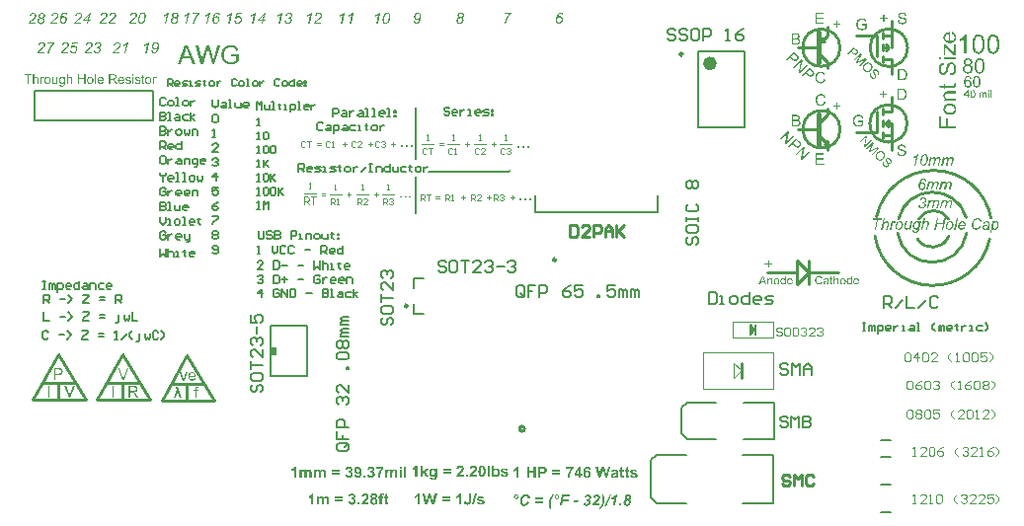
<source format=gto>
G04 Layer_Color=65535*
%FSLAX24Y24*%
%MOIN*%
G70*
G01*
G75*
%ADD30C,0.0100*%
%ADD34C,0.0050*%
%ADD37C,0.0039*%
%ADD38C,0.0049*%
%ADD39C,0.0070*%
%ADD47C,0.0236*%
%ADD48C,0.0098*%
%ADD49C,0.0079*%
%ADD50C,0.0040*%
%ADD51C,0.0157*%
%ADD52C,0.0059*%
%ADD53C,0.0071*%
%ADD54R,0.0197X0.0300*%
G36*
X18278Y13810D02*
X18281D01*
X18289Y13809D01*
X18298Y13808D01*
X18308Y13807D01*
X18319Y13804D01*
X18331Y13801D01*
X18321Y13750D01*
X18320D01*
X18318Y13751D01*
X18315Y13752D01*
X18310Y13753D01*
X18305Y13753D01*
X18300Y13754D01*
X18287Y13755D01*
X18285D01*
X18282Y13754D01*
X18278Y13754D01*
X18275Y13753D01*
X18271Y13751D01*
X18268Y13749D01*
X18265Y13747D01*
X18264Y13746D01*
X18264Y13745D01*
X18263Y13744D01*
X18261Y13741D01*
X18260Y13737D01*
X18259Y13732D01*
X18258Y13726D01*
X18258Y13718D01*
Y13699D01*
X18312D01*
Y13642D01*
X18258D01*
Y13425D01*
X18185D01*
Y13642D01*
X18145D01*
Y13699D01*
X18185D01*
Y13720D01*
Y13720D01*
Y13721D01*
Y13723D01*
Y13726D01*
Y13728D01*
X18186Y13732D01*
X18186Y13739D01*
X18187Y13747D01*
X18188Y13756D01*
X18190Y13764D01*
X18192Y13772D01*
X18193Y13773D01*
X18194Y13775D01*
X18196Y13777D01*
X18199Y13781D01*
X18202Y13786D01*
X18207Y13791D01*
X18212Y13795D01*
X18219Y13800D01*
X18220Y13800D01*
X18223Y13801D01*
X18227Y13803D01*
X18233Y13805D01*
X18241Y13807D01*
X18249Y13809D01*
X18259Y13810D01*
X18270Y13810D01*
X18275D01*
X18278Y13810D01*
D02*
G37*
G36*
X16395Y13705D02*
X16402Y13704D01*
X16410Y13703D01*
X16418Y13700D01*
X16427Y13697D01*
X16435Y13693D01*
X16435D01*
X16436Y13693D01*
X16438Y13691D01*
X16442Y13688D01*
X16447Y13684D01*
X16452Y13679D01*
X16457Y13673D01*
X16462Y13665D01*
X16466Y13657D01*
X16467Y13656D01*
X16468Y13653D01*
X16469Y13650D01*
X16470Y13644D01*
X16472Y13636D01*
X16473Y13626D01*
X16474Y13620D01*
Y13614D01*
X16474Y13608D01*
Y13600D01*
Y13425D01*
X16402D01*
Y13582D01*
Y13582D01*
Y13584D01*
Y13586D01*
Y13588D01*
Y13591D01*
X16401Y13595D01*
X16401Y13604D01*
X16400Y13613D01*
X16398Y13621D01*
X16396Y13629D01*
X16396Y13632D01*
X16394Y13634D01*
X16394Y13635D01*
X16392Y13637D01*
X16390Y13639D01*
X16387Y13642D01*
X16382Y13645D01*
X16377Y13648D01*
X16370Y13650D01*
X16363Y13650D01*
X16361D01*
X16358Y13650D01*
X16354Y13649D01*
X16349Y13648D01*
X16344Y13646D01*
X16339Y13644D01*
X16335Y13641D01*
X16334Y13640D01*
X16333Y13639D01*
X16330Y13637D01*
X16327Y13634D01*
X16324Y13630D01*
X16321Y13625D01*
X16318Y13620D01*
X16315Y13613D01*
Y13612D01*
X16314Y13610D01*
X16313Y13605D01*
X16312Y13599D01*
X16311Y13591D01*
X16310Y13582D01*
X16310Y13570D01*
X16309Y13563D01*
Y13557D01*
Y13425D01*
X16237D01*
Y13575D01*
Y13576D01*
Y13577D01*
Y13579D01*
Y13582D01*
Y13585D01*
Y13589D01*
X16237Y13596D01*
X16236Y13605D01*
X16236Y13614D01*
X16235Y13621D01*
X16234Y13624D01*
X16233Y13626D01*
Y13627D01*
X16233Y13628D01*
X16232Y13630D01*
X16230Y13633D01*
X16226Y13639D01*
X16224Y13642D01*
X16221Y13644D01*
X16220Y13645D01*
X16219Y13645D01*
X16217Y13646D01*
X16215Y13647D01*
X16212Y13648D01*
X16209Y13649D01*
X16204Y13650D01*
X16196D01*
X16193Y13650D01*
X16189Y13649D01*
X16184Y13648D01*
X16180Y13646D01*
X16174Y13644D01*
X16169Y13641D01*
X16168Y13640D01*
X16167Y13639D01*
X16164Y13637D01*
X16161Y13634D01*
X16158Y13630D01*
X16155Y13626D01*
X16152Y13621D01*
X16150Y13615D01*
Y13614D01*
X16149Y13611D01*
X16148Y13607D01*
X16147Y13601D01*
X16146Y13593D01*
X16146Y13589D01*
X16145Y13584D01*
X16145Y13578D01*
Y13572D01*
X16144Y13565D01*
Y13558D01*
Y13425D01*
X16072D01*
Y13699D01*
X16139D01*
Y13661D01*
X16139Y13662D01*
X16140Y13663D01*
X16142Y13665D01*
X16145Y13668D01*
X16149Y13672D01*
X16152Y13676D01*
X16157Y13680D01*
X16163Y13684D01*
X16169Y13687D01*
X16175Y13692D01*
X16182Y13695D01*
X16189Y13699D01*
X16197Y13702D01*
X16206Y13704D01*
X16214Y13705D01*
X16223Y13706D01*
X16228D01*
X16233Y13705D01*
X16239Y13704D01*
X16246Y13703D01*
X16254Y13701D01*
X16262Y13698D01*
X16269Y13694D01*
X16270Y13694D01*
X16273Y13692D01*
X16276Y13690D01*
X16280Y13686D01*
X16285Y13682D01*
X16290Y13676D01*
X16296Y13670D01*
X16301Y13662D01*
Y13662D01*
X16302Y13663D01*
X16304Y13665D01*
X16307Y13669D01*
X16312Y13674D01*
X16318Y13679D01*
X16325Y13684D01*
X16332Y13690D01*
X16339Y13694D01*
X16340D01*
X16340Y13695D01*
X16343Y13696D01*
X16347Y13698D01*
X16353Y13700D01*
X16360Y13702D01*
X16367Y13704D01*
X16375Y13705D01*
X16384Y13706D01*
X16389D01*
X16395Y13705D01*
D02*
G37*
G36*
X21649Y14750D02*
X21654Y14749D01*
X21659Y14748D01*
X21665Y14747D01*
X21672Y14745D01*
X21679Y14744D01*
X21685Y14741D01*
X21693Y14738D01*
X21700Y14734D01*
X21707Y14729D01*
X21713Y14724D01*
X21720Y14718D01*
X21726Y14711D01*
X21727Y14711D01*
X21728Y14709D01*
X21730Y14706D01*
X21732Y14702D01*
X21735Y14697D01*
X21738Y14690D01*
X21741Y14683D01*
X21745Y14674D01*
X21748Y14664D01*
X21751Y14653D01*
X21755Y14640D01*
X21757Y14626D01*
X21760Y14611D01*
X21762Y14594D01*
X21763Y14576D01*
X21763Y14557D01*
Y14556D01*
Y14556D01*
Y14554D01*
Y14552D01*
Y14549D01*
Y14546D01*
X21763Y14539D01*
X21762Y14530D01*
X21761Y14520D01*
X21760Y14509D01*
X21759Y14497D01*
X21757Y14484D01*
X21754Y14471D01*
X21751Y14459D01*
X21747Y14446D01*
X21743Y14434D01*
X21738Y14422D01*
X21732Y14411D01*
X21726Y14402D01*
X21725Y14401D01*
X21724Y14400D01*
X21723Y14398D01*
X21720Y14396D01*
X21717Y14393D01*
X21713Y14389D01*
X21709Y14386D01*
X21704Y14382D01*
X21698Y14379D01*
X21691Y14375D01*
X21684Y14372D01*
X21677Y14369D01*
X21669Y14367D01*
X21660Y14365D01*
X21650Y14364D01*
X21640Y14363D01*
X21638D01*
X21635Y14364D01*
X21631D01*
X21626Y14365D01*
X21621Y14366D01*
X21615Y14367D01*
X21608Y14369D01*
X21601Y14371D01*
X21594Y14374D01*
X21587Y14377D01*
X21579Y14381D01*
X21572Y14386D01*
X21565Y14392D01*
X21557Y14398D01*
X21551Y14405D01*
X21551Y14406D01*
X21550Y14407D01*
X21548Y14410D01*
X21546Y14414D01*
X21543Y14419D01*
X21541Y14425D01*
X21537Y14432D01*
X21534Y14440D01*
X21531Y14450D01*
X21528Y14461D01*
X21526Y14473D01*
X21523Y14487D01*
X21521Y14502D01*
X21519Y14519D01*
X21518Y14537D01*
X21518Y14557D01*
Y14558D01*
Y14559D01*
Y14560D01*
Y14562D01*
Y14564D01*
X21518Y14567D01*
Y14575D01*
X21519Y14584D01*
X21520Y14593D01*
X21521Y14605D01*
X21522Y14617D01*
X21524Y14629D01*
X21526Y14642D01*
X21529Y14655D01*
X21533Y14667D01*
X21537Y14680D01*
X21542Y14691D01*
X21548Y14702D01*
X21555Y14712D01*
X21555Y14712D01*
X21556Y14713D01*
X21557Y14715D01*
X21560Y14717D01*
X21563Y14720D01*
X21567Y14724D01*
X21572Y14727D01*
X21577Y14731D01*
X21583Y14735D01*
X21589Y14738D01*
X21596Y14742D01*
X21604Y14744D01*
X21612Y14747D01*
X21620Y14749D01*
X21630Y14750D01*
X21640Y14750D01*
X21646D01*
X21649Y14750D01*
D02*
G37*
G36*
X19979Y14650D02*
X19982D01*
X19987Y14649D01*
X19991Y14648D01*
X19997Y14647D01*
X20003Y14645D01*
X20010Y14643D01*
X20017Y14640D01*
X20023Y14636D01*
X20031Y14632D01*
X20038Y14626D01*
X20045Y14621D01*
X20051Y14614D01*
X20058Y14606D01*
Y14644D01*
X20126D01*
Y14398D01*
Y14397D01*
Y14396D01*
Y14393D01*
Y14390D01*
Y14386D01*
X20125Y14381D01*
X20125Y14371D01*
X20124Y14359D01*
X20122Y14347D01*
X20120Y14336D01*
X20119Y14331D01*
X20117Y14326D01*
Y14325D01*
X20117Y14325D01*
X20116Y14322D01*
X20114Y14317D01*
X20111Y14312D01*
X20109Y14306D01*
X20105Y14300D01*
X20100Y14293D01*
X20095Y14288D01*
X20094Y14287D01*
X20092Y14285D01*
X20089Y14283D01*
X20084Y14280D01*
X20079Y14277D01*
X20073Y14273D01*
X20065Y14270D01*
X20056Y14266D01*
X20056D01*
X20055Y14266D01*
X20054D01*
X20052Y14265D01*
X20050Y14264D01*
X20047Y14264D01*
X20040Y14262D01*
X20031Y14261D01*
X20020Y14260D01*
X20009Y14259D01*
X19995Y14258D01*
X19989D01*
X19984Y14259D01*
X19978Y14259D01*
X19972Y14260D01*
X19965Y14260D01*
X19957Y14261D01*
X19941Y14264D01*
X19925Y14269D01*
X19917Y14271D01*
X19909Y14275D01*
X19902Y14278D01*
X19897Y14282D01*
X19896Y14283D01*
X19895Y14283D01*
X19894Y14285D01*
X19892Y14287D01*
X19890Y14289D01*
X19887Y14292D01*
X19882Y14299D01*
X19877Y14308D01*
X19872Y14318D01*
X19870Y14324D01*
X19869Y14330D01*
X19868Y14337D01*
X19867Y14344D01*
Y14344D01*
Y14346D01*
Y14348D01*
X19868Y14352D01*
X19951Y14342D01*
Y14342D01*
X19951Y14340D01*
X19952Y14337D01*
X19953Y14334D01*
X19956Y14328D01*
X19958Y14324D01*
X19960Y14322D01*
X19960Y14321D01*
X19962Y14321D01*
X19964Y14319D01*
X19968Y14318D01*
X19972Y14316D01*
X19978Y14315D01*
X19985Y14314D01*
X19992Y14314D01*
X19997D01*
X20002Y14314D01*
X20009Y14315D01*
X20016Y14316D01*
X20022Y14318D01*
X20029Y14320D01*
X20035Y14323D01*
X20036Y14323D01*
X20037Y14324D01*
X20039Y14325D01*
X20041Y14327D01*
X20043Y14330D01*
X20046Y14333D01*
X20048Y14337D01*
X20050Y14342D01*
Y14342D01*
X20050Y14344D01*
X20051Y14345D01*
X20052Y14349D01*
X20052Y14353D01*
X20053Y14359D01*
X20053Y14366D01*
Y14375D01*
Y14415D01*
X20053Y14414D01*
X20052Y14413D01*
X20050Y14411D01*
X20048Y14408D01*
X20044Y14405D01*
X20041Y14401D01*
X20036Y14397D01*
X20031Y14393D01*
X20025Y14388D01*
X20019Y14384D01*
X20012Y14380D01*
X20005Y14377D01*
X19997Y14374D01*
X19988Y14372D01*
X19980Y14371D01*
X19971Y14370D01*
X19968D01*
X19965Y14371D01*
X19962Y14371D01*
X19957Y14372D01*
X19952Y14373D01*
X19946Y14374D01*
X19939Y14376D01*
X19932Y14378D01*
X19926Y14381D01*
X19918Y14385D01*
X19911Y14390D01*
X19904Y14395D01*
X19897Y14402D01*
X19890Y14408D01*
X19884Y14417D01*
X19883Y14417D01*
X19883Y14418D01*
X19881Y14421D01*
X19880Y14423D01*
X19878Y14427D01*
X19876Y14432D01*
X19873Y14437D01*
X19871Y14442D01*
X19869Y14448D01*
X19866Y14455D01*
X19865Y14463D01*
X19863Y14471D01*
X19861Y14480D01*
X19860Y14489D01*
X19859Y14498D01*
X19859Y14508D01*
Y14509D01*
Y14511D01*
Y14515D01*
X19859Y14520D01*
X19860Y14526D01*
X19861Y14532D01*
X19862Y14539D01*
X19863Y14547D01*
X19866Y14564D01*
X19869Y14573D01*
X19872Y14582D01*
X19876Y14591D01*
X19881Y14599D01*
X19886Y14606D01*
X19892Y14614D01*
X19892Y14614D01*
X19893Y14615D01*
X19895Y14617D01*
X19897Y14620D01*
X19901Y14622D01*
X19905Y14625D01*
X19909Y14629D01*
X19914Y14632D01*
X19920Y14636D01*
X19926Y14639D01*
X19933Y14642D01*
X19940Y14645D01*
X19948Y14647D01*
X19956Y14649D01*
X19965Y14650D01*
X19974Y14651D01*
X19976D01*
X19979Y14650D01*
D02*
G37*
G36*
X17261Y13805D02*
X17266Y13805D01*
X17271Y13804D01*
X17277Y13803D01*
X17284Y13801D01*
X17290Y13800D01*
X17297Y13797D01*
X17304Y13794D01*
X17311Y13791D01*
X17319Y13787D01*
X17325Y13782D01*
X17332Y13777D01*
X17338Y13771D01*
X17339Y13771D01*
X17339Y13770D01*
X17341Y13768D01*
X17343Y13766D01*
X17345Y13764D01*
X17347Y13760D01*
X17352Y13753D01*
X17357Y13744D01*
X17361Y13733D01*
X17364Y13721D01*
X17365Y13714D01*
X17365Y13708D01*
Y13708D01*
Y13706D01*
X17365Y13703D01*
X17364Y13700D01*
X17364Y13696D01*
X17362Y13691D01*
X17361Y13685D01*
X17358Y13680D01*
X17355Y13673D01*
X17352Y13667D01*
X17348Y13660D01*
X17342Y13653D01*
X17336Y13647D01*
X17329Y13640D01*
X17320Y13634D01*
X17311Y13628D01*
X17311D01*
X17312Y13628D01*
X17314Y13627D01*
X17316Y13627D01*
X17319Y13626D01*
X17322Y13625D01*
X17329Y13621D01*
X17338Y13618D01*
X17346Y13612D01*
X17354Y13605D01*
X17362Y13597D01*
Y13596D01*
X17363Y13596D01*
X17364Y13594D01*
X17365Y13592D01*
X17369Y13588D01*
X17372Y13581D01*
X17376Y13572D01*
X17379Y13562D01*
X17381Y13551D01*
X17382Y13538D01*
Y13538D01*
Y13536D01*
Y13533D01*
X17381Y13530D01*
X17381Y13526D01*
X17380Y13521D01*
X17379Y13515D01*
X17378Y13509D01*
X17376Y13502D01*
X17373Y13496D01*
X17370Y13489D01*
X17367Y13481D01*
X17362Y13474D01*
X17357Y13467D01*
X17352Y13460D01*
X17346Y13453D01*
X17345Y13453D01*
X17344Y13452D01*
X17342Y13450D01*
X17339Y13448D01*
X17335Y13445D01*
X17331Y13442D01*
X17326Y13439D01*
X17320Y13436D01*
X17314Y13433D01*
X17307Y13429D01*
X17300Y13426D01*
X17292Y13424D01*
X17283Y13422D01*
X17274Y13420D01*
X17264Y13419D01*
X17255Y13418D01*
X17250D01*
X17246Y13419D01*
X17242Y13419D01*
X17236Y13420D01*
X17231Y13421D01*
X17225Y13422D01*
X17211Y13425D01*
X17204Y13428D01*
X17197Y13431D01*
X17190Y13434D01*
X17183Y13438D01*
X17176Y13442D01*
X17169Y13447D01*
X17169Y13448D01*
X17168Y13449D01*
X17166Y13450D01*
X17164Y13453D01*
X17162Y13456D01*
X17159Y13459D01*
X17155Y13464D01*
X17152Y13468D01*
X17149Y13473D01*
X17145Y13479D01*
X17142Y13486D01*
X17139Y13493D01*
X17136Y13500D01*
X17134Y13507D01*
X17132Y13516D01*
X17131Y13525D01*
X17201Y13533D01*
Y13533D01*
Y13532D01*
X17201Y13531D01*
Y13529D01*
X17203Y13524D01*
X17204Y13518D01*
X17206Y13511D01*
X17210Y13504D01*
X17214Y13498D01*
X17219Y13492D01*
X17219Y13492D01*
X17221Y13490D01*
X17225Y13488D01*
X17228Y13485D01*
X17234Y13483D01*
X17240Y13480D01*
X17247Y13479D01*
X17255Y13478D01*
X17256D01*
X17258Y13479D01*
X17262Y13479D01*
X17267Y13480D01*
X17273Y13482D01*
X17280Y13485D01*
X17286Y13490D01*
X17292Y13495D01*
X17292Y13496D01*
X17294Y13498D01*
X17297Y13502D01*
X17300Y13507D01*
X17303Y13514D01*
X17305Y13522D01*
X17307Y13531D01*
X17308Y13541D01*
Y13542D01*
Y13543D01*
Y13544D01*
Y13546D01*
X17307Y13551D01*
X17306Y13557D01*
X17304Y13564D01*
X17301Y13571D01*
X17298Y13579D01*
X17293Y13585D01*
X17292Y13586D01*
X17290Y13588D01*
X17287Y13590D01*
X17283Y13593D01*
X17278Y13596D01*
X17272Y13599D01*
X17265Y13601D01*
X17257Y13601D01*
X17255D01*
X17252Y13601D01*
X17248D01*
X17243Y13600D01*
X17237Y13599D01*
X17231Y13597D01*
X17224Y13595D01*
X17232Y13654D01*
X17237D01*
X17242Y13655D01*
X17249Y13655D01*
X17256Y13657D01*
X17263Y13659D01*
X17270Y13662D01*
X17277Y13667D01*
X17277Y13667D01*
X17279Y13669D01*
X17282Y13672D01*
X17285Y13677D01*
X17288Y13682D01*
X17290Y13688D01*
X17292Y13695D01*
X17292Y13703D01*
Y13704D01*
Y13706D01*
X17292Y13710D01*
X17291Y13714D01*
X17289Y13719D01*
X17288Y13724D01*
X17285Y13729D01*
X17281Y13734D01*
X17280Y13734D01*
X17279Y13736D01*
X17276Y13738D01*
X17273Y13740D01*
X17268Y13742D01*
X17263Y13744D01*
X17257Y13745D01*
X17251Y13745D01*
X17248D01*
X17244Y13745D01*
X17240Y13744D01*
X17234Y13742D01*
X17229Y13740D01*
X17224Y13737D01*
X17219Y13732D01*
X17218Y13732D01*
X17217Y13730D01*
X17214Y13727D01*
X17212Y13723D01*
X17209Y13717D01*
X17206Y13711D01*
X17204Y13704D01*
X17203Y13695D01*
X17136Y13706D01*
Y13707D01*
X17136Y13708D01*
X17137Y13710D01*
X17137Y13712D01*
X17138Y13715D01*
X17139Y13718D01*
X17141Y13726D01*
X17144Y13735D01*
X17148Y13744D01*
X17152Y13753D01*
X17157Y13761D01*
X17157Y13762D01*
X17159Y13765D01*
X17163Y13769D01*
X17167Y13773D01*
X17172Y13778D01*
X17179Y13784D01*
X17187Y13789D01*
X17196Y13794D01*
X17196D01*
X17197Y13794D01*
X17198Y13795D01*
X17200Y13796D01*
X17206Y13798D01*
X17213Y13800D01*
X17221Y13802D01*
X17230Y13804D01*
X17241Y13805D01*
X17253Y13806D01*
X17258D01*
X17261Y13805D01*
D02*
G37*
G36*
X17708D02*
X17712Y13805D01*
X17718Y13804D01*
X17724Y13803D01*
X17730Y13802D01*
X17745Y13798D01*
X17752Y13796D01*
X17759Y13793D01*
X17766Y13789D01*
X17774Y13785D01*
X17780Y13780D01*
X17786Y13775D01*
X17787Y13775D01*
X17788Y13774D01*
X17789Y13772D01*
X17791Y13770D01*
X17794Y13767D01*
X17797Y13763D01*
X17799Y13759D01*
X17803Y13754D01*
X17806Y13749D01*
X17808Y13744D01*
X17813Y13731D01*
X17815Y13723D01*
X17817Y13716D01*
X17818Y13708D01*
X17818Y13700D01*
Y13699D01*
Y13699D01*
Y13697D01*
Y13695D01*
X17818Y13690D01*
X17817Y13684D01*
X17816Y13677D01*
X17814Y13668D01*
X17812Y13660D01*
X17809Y13651D01*
Y13651D01*
X17809Y13650D01*
X17807Y13647D01*
X17805Y13642D01*
X17802Y13636D01*
X17798Y13629D01*
X17793Y13621D01*
X17787Y13612D01*
X17780Y13603D01*
X17780Y13602D01*
X17778Y13600D01*
X17774Y13596D01*
X17769Y13591D01*
X17762Y13584D01*
X17754Y13575D01*
X17744Y13565D01*
X17739Y13560D01*
X17732Y13554D01*
X17732Y13554D01*
X17731Y13553D01*
X17729Y13551D01*
X17727Y13549D01*
X17721Y13544D01*
X17714Y13537D01*
X17707Y13530D01*
X17700Y13523D01*
X17693Y13517D01*
X17691Y13514D01*
X17689Y13512D01*
X17688Y13512D01*
X17688Y13510D01*
X17686Y13508D01*
X17684Y13506D01*
X17679Y13499D01*
X17674Y13493D01*
X17818D01*
Y13425D01*
X17565D01*
Y13426D01*
Y13427D01*
X17565Y13429D01*
X17565Y13432D01*
X17566Y13435D01*
X17567Y13439D01*
X17568Y13443D01*
X17569Y13448D01*
X17572Y13460D01*
X17577Y13472D01*
X17582Y13485D01*
X17589Y13498D01*
X17590Y13498D01*
X17590Y13499D01*
X17592Y13501D01*
X17594Y13504D01*
X17596Y13507D01*
X17599Y13511D01*
X17602Y13516D01*
X17607Y13522D01*
X17612Y13528D01*
X17618Y13535D01*
X17625Y13542D01*
X17632Y13551D01*
X17640Y13559D01*
X17650Y13568D01*
X17659Y13578D01*
X17670Y13589D01*
X17671Y13589D01*
X17672Y13591D01*
X17675Y13593D01*
X17678Y13596D01*
X17682Y13600D01*
X17687Y13604D01*
X17696Y13614D01*
X17707Y13624D01*
X17717Y13634D01*
X17721Y13639D01*
X17724Y13643D01*
X17728Y13647D01*
X17730Y13651D01*
Y13651D01*
X17731Y13652D01*
X17733Y13654D01*
X17735Y13659D01*
X17738Y13664D01*
X17741Y13671D01*
X17743Y13679D01*
X17745Y13686D01*
X17746Y13695D01*
Y13695D01*
Y13696D01*
Y13699D01*
X17745Y13703D01*
X17744Y13709D01*
X17742Y13714D01*
X17740Y13721D01*
X17737Y13727D01*
X17732Y13732D01*
X17732Y13733D01*
X17730Y13734D01*
X17727Y13737D01*
X17723Y13739D01*
X17718Y13741D01*
X17712Y13744D01*
X17705Y13745D01*
X17696Y13745D01*
X17692D01*
X17688Y13745D01*
X17684Y13744D01*
X17678Y13742D01*
X17672Y13740D01*
X17666Y13736D01*
X17660Y13732D01*
X17660Y13731D01*
X17658Y13729D01*
X17656Y13726D01*
X17654Y13721D01*
X17651Y13714D01*
X17649Y13707D01*
X17647Y13697D01*
X17645Y13686D01*
X17573Y13693D01*
Y13694D01*
X17573Y13696D01*
X17574Y13699D01*
X17574Y13703D01*
X17575Y13708D01*
X17577Y13714D01*
X17578Y13720D01*
X17580Y13727D01*
X17586Y13741D01*
X17589Y13748D01*
X17593Y13755D01*
X17597Y13762D01*
X17602Y13768D01*
X17607Y13774D01*
X17613Y13779D01*
X17614Y13780D01*
X17615Y13780D01*
X17617Y13782D01*
X17619Y13783D01*
X17623Y13785D01*
X17627Y13788D01*
X17631Y13790D01*
X17637Y13793D01*
X17642Y13795D01*
X17649Y13797D01*
X17656Y13800D01*
X17663Y13802D01*
X17671Y13803D01*
X17680Y13805D01*
X17689Y13805D01*
X17698Y13806D01*
X17704D01*
X17708Y13805D01*
D02*
G37*
G36*
X16942Y13635D02*
X16678D01*
Y13702D01*
X16942D01*
Y13635D01*
D02*
G37*
G36*
Y13521D02*
X16678D01*
Y13588D01*
X16942D01*
Y13521D01*
D02*
G37*
G36*
X22043Y14612D02*
X22044Y14613D01*
X22045Y14614D01*
X22047Y14616D01*
X22049Y14618D01*
X22052Y14621D01*
X22056Y14624D01*
X22060Y14628D01*
X22066Y14631D01*
X22071Y14635D01*
X22077Y14638D01*
X22091Y14645D01*
X22098Y14647D01*
X22106Y14649D01*
X22114Y14650D01*
X22122Y14651D01*
X22127D01*
X22131Y14650D01*
X22135Y14650D01*
X22140Y14649D01*
X22145Y14648D01*
X22151Y14646D01*
X22158Y14644D01*
X22165Y14642D01*
X22172Y14639D01*
X22178Y14635D01*
X22186Y14631D01*
X22193Y14626D01*
X22199Y14621D01*
X22205Y14614D01*
X22206Y14614D01*
X22207Y14613D01*
X22208Y14610D01*
X22211Y14607D01*
X22213Y14604D01*
X22216Y14599D01*
X22219Y14593D01*
X22222Y14588D01*
X22225Y14581D01*
X22228Y14573D01*
X22231Y14564D01*
X22234Y14555D01*
X22235Y14545D01*
X22237Y14534D01*
X22238Y14522D01*
X22238Y14510D01*
Y14509D01*
Y14507D01*
Y14503D01*
X22238Y14498D01*
X22237Y14493D01*
X22236Y14486D01*
X22235Y14478D01*
X22234Y14470D01*
X22230Y14452D01*
X22228Y14443D01*
X22224Y14435D01*
X22221Y14426D01*
X22216Y14417D01*
X22211Y14409D01*
X22205Y14402D01*
X22204Y14401D01*
X22203Y14400D01*
X22202Y14398D01*
X22199Y14396D01*
X22196Y14393D01*
X22192Y14390D01*
X22187Y14386D01*
X22182Y14383D01*
X22176Y14379D01*
X22171Y14375D01*
X22164Y14373D01*
X22157Y14370D01*
X22149Y14367D01*
X22141Y14365D01*
X22133Y14364D01*
X22124Y14364D01*
X22120D01*
X22115Y14364D01*
X22109Y14365D01*
X22102Y14367D01*
X22094Y14369D01*
X22086Y14372D01*
X22077Y14375D01*
X22076Y14376D01*
X22073Y14378D01*
X22069Y14380D01*
X22064Y14384D01*
X22058Y14389D01*
X22051Y14395D01*
X22045Y14402D01*
X22038Y14410D01*
Y14370D01*
X21971D01*
Y14748D01*
X22043D01*
Y14612D01*
D02*
G37*
G36*
X21899Y14370D02*
X21827D01*
Y14748D01*
X21899D01*
Y14370D01*
D02*
G37*
G36*
X21358Y14750D02*
X21363Y14749D01*
X21369Y14749D01*
X21374Y14748D01*
X21381Y14746D01*
X21395Y14743D01*
X21403Y14741D01*
X21410Y14738D01*
X21417Y14734D01*
X21424Y14730D01*
X21431Y14725D01*
X21437Y14720D01*
X21437Y14719D01*
X21438Y14718D01*
X21440Y14717D01*
X21442Y14714D01*
X21444Y14712D01*
X21447Y14708D01*
X21450Y14704D01*
X21453Y14699D01*
X21456Y14694D01*
X21459Y14688D01*
X21464Y14676D01*
X21466Y14668D01*
X21467Y14661D01*
X21468Y14653D01*
X21469Y14645D01*
Y14644D01*
Y14644D01*
Y14642D01*
Y14640D01*
X21468Y14635D01*
X21468Y14629D01*
X21466Y14621D01*
X21465Y14613D01*
X21463Y14605D01*
X21460Y14596D01*
Y14595D01*
X21459Y14595D01*
X21458Y14592D01*
X21456Y14587D01*
X21453Y14581D01*
X21448Y14574D01*
X21443Y14566D01*
X21437Y14557D01*
X21431Y14548D01*
X21430Y14547D01*
X21428Y14545D01*
X21425Y14541D01*
X21420Y14535D01*
X21413Y14528D01*
X21405Y14520D01*
X21395Y14510D01*
X21389Y14505D01*
X21383Y14499D01*
X21382Y14498D01*
X21381Y14498D01*
X21380Y14496D01*
X21377Y14494D01*
X21372Y14489D01*
X21365Y14482D01*
X21357Y14475D01*
X21350Y14468D01*
X21344Y14462D01*
X21342Y14459D01*
X21340Y14457D01*
X21339Y14457D01*
X21338Y14455D01*
X21336Y14453D01*
X21334Y14451D01*
X21329Y14444D01*
X21325Y14437D01*
X21469D01*
Y14370D01*
X21215D01*
Y14371D01*
Y14372D01*
X21216Y14374D01*
X21216Y14376D01*
X21217Y14380D01*
X21218Y14384D01*
X21219Y14388D01*
X21219Y14393D01*
X21223Y14405D01*
X21227Y14417D01*
X21233Y14430D01*
X21240Y14442D01*
X21240Y14443D01*
X21241Y14444D01*
X21242Y14446D01*
X21244Y14449D01*
X21247Y14452D01*
X21249Y14456D01*
X21253Y14461D01*
X21257Y14467D01*
X21263Y14473D01*
X21269Y14480D01*
X21275Y14487D01*
X21282Y14496D01*
X21291Y14504D01*
X21300Y14513D01*
X21310Y14523D01*
X21321Y14533D01*
X21321Y14534D01*
X21323Y14535D01*
X21325Y14538D01*
X21329Y14541D01*
X21333Y14545D01*
X21337Y14549D01*
X21347Y14559D01*
X21357Y14569D01*
X21367Y14579D01*
X21372Y14584D01*
X21375Y14588D01*
X21378Y14592D01*
X21381Y14595D01*
Y14596D01*
X21381Y14596D01*
X21383Y14599D01*
X21386Y14604D01*
X21389Y14609D01*
X21391Y14616D01*
X21394Y14623D01*
X21396Y14631D01*
X21396Y14640D01*
Y14640D01*
Y14641D01*
Y14644D01*
X21396Y14648D01*
X21395Y14653D01*
X21393Y14659D01*
X21391Y14666D01*
X21387Y14672D01*
X21383Y14677D01*
X21382Y14678D01*
X21380Y14679D01*
X21377Y14682D01*
X21373Y14684D01*
X21369Y14686D01*
X21362Y14688D01*
X21355Y14690D01*
X21347Y14690D01*
X21343D01*
X21339Y14690D01*
X21334Y14689D01*
X21328Y14687D01*
X21322Y14684D01*
X21316Y14681D01*
X21311Y14677D01*
X21311Y14676D01*
X21309Y14674D01*
X21307Y14671D01*
X21304Y14666D01*
X21302Y14659D01*
X21299Y14651D01*
X21297Y14642D01*
X21296Y14631D01*
X21223Y14638D01*
Y14639D01*
X21224Y14641D01*
X21224Y14644D01*
X21225Y14648D01*
X21226Y14653D01*
X21227Y14658D01*
X21229Y14665D01*
X21231Y14672D01*
X21236Y14685D01*
X21239Y14693D01*
X21243Y14700D01*
X21248Y14707D01*
X21252Y14713D01*
X21258Y14719D01*
X21264Y14724D01*
X21264Y14725D01*
X21265Y14725D01*
X21267Y14727D01*
X21270Y14728D01*
X21273Y14730D01*
X21277Y14733D01*
X21282Y14735D01*
X21287Y14738D01*
X21293Y14740D01*
X21300Y14742D01*
X21307Y14744D01*
X21314Y14746D01*
X21322Y14748D01*
X21331Y14749D01*
X21340Y14750D01*
X21349Y14750D01*
X21354D01*
X21358Y14750D01*
D02*
G37*
G36*
X22405Y14650D02*
X22410D01*
X22415Y14650D01*
X22421Y14649D01*
X22427Y14648D01*
X22441Y14646D01*
X22455Y14643D01*
X22468Y14638D01*
X22474Y14635D01*
X22480Y14632D01*
X22480D01*
X22480Y14631D01*
X22482Y14630D01*
X22484Y14628D01*
X22489Y14624D01*
X22495Y14619D01*
X22501Y14611D01*
X22507Y14601D01*
X22513Y14591D01*
X22517Y14578D01*
X22449Y14565D01*
Y14566D01*
X22448Y14568D01*
X22447Y14571D01*
X22445Y14574D01*
X22443Y14578D01*
X22440Y14582D01*
X22437Y14586D01*
X22432Y14590D01*
X22432Y14590D01*
X22430Y14591D01*
X22427Y14592D01*
X22423Y14594D01*
X22418Y14595D01*
X22413Y14597D01*
X22405Y14598D01*
X22397Y14598D01*
X22392D01*
X22387Y14598D01*
X22381Y14597D01*
X22375Y14596D01*
X22368Y14595D01*
X22361Y14593D01*
X22356Y14590D01*
X22356D01*
X22355Y14589D01*
X22352Y14586D01*
X22350Y14582D01*
X22349Y14579D01*
X22348Y14575D01*
Y14575D01*
Y14574D01*
X22349Y14572D01*
X22349Y14571D01*
X22351Y14566D01*
X22353Y14564D01*
X22355Y14562D01*
X22356Y14561D01*
X22357Y14560D01*
X22359Y14560D01*
X22361Y14559D01*
X22364Y14558D01*
X22367Y14557D01*
X22371Y14556D01*
X22376Y14554D01*
X22382Y14553D01*
X22388Y14551D01*
X22395Y14549D01*
X22403Y14547D01*
X22413Y14544D01*
X22423Y14542D01*
X22423D01*
X22425Y14541D01*
X22428Y14540D01*
X22432Y14539D01*
X22437Y14538D01*
X22443Y14536D01*
X22448Y14535D01*
X22455Y14533D01*
X22468Y14528D01*
X22481Y14523D01*
X22488Y14520D01*
X22494Y14516D01*
X22499Y14513D01*
X22504Y14509D01*
X22504D01*
X22505Y14508D01*
X22507Y14506D01*
X22511Y14501D01*
X22515Y14496D01*
X22519Y14488D01*
X22523Y14478D01*
X22526Y14467D01*
X22527Y14462D01*
Y14455D01*
Y14455D01*
Y14454D01*
Y14452D01*
X22526Y14449D01*
X22526Y14446D01*
X22525Y14442D01*
X22523Y14433D01*
X22519Y14423D01*
X22516Y14418D01*
X22513Y14412D01*
X22510Y14407D01*
X22506Y14401D01*
X22501Y14396D01*
X22495Y14391D01*
X22495Y14390D01*
X22494Y14390D01*
X22492Y14388D01*
X22489Y14386D01*
X22486Y14384D01*
X22482Y14382D01*
X22477Y14380D01*
X22472Y14377D01*
X22466Y14375D01*
X22459Y14372D01*
X22451Y14370D01*
X22443Y14368D01*
X22433Y14366D01*
X22423Y14365D01*
X22413Y14364D01*
X22402Y14364D01*
X22396D01*
X22392Y14364D01*
X22388D01*
X22383Y14365D01*
X22376Y14366D01*
X22370Y14367D01*
X22356Y14369D01*
X22341Y14373D01*
X22326Y14378D01*
X22320Y14382D01*
X22313Y14386D01*
X22313Y14386D01*
X22312Y14387D01*
X22310Y14388D01*
X22308Y14390D01*
X22305Y14392D01*
X22302Y14395D01*
X22296Y14402D01*
X22289Y14411D01*
X22282Y14421D01*
X22275Y14434D01*
X22273Y14440D01*
X22271Y14447D01*
X22344Y14459D01*
Y14458D01*
X22345Y14455D01*
X22346Y14451D01*
X22348Y14447D01*
X22350Y14441D01*
X22353Y14436D01*
X22357Y14431D01*
X22362Y14427D01*
X22362Y14426D01*
X22364Y14425D01*
X22368Y14423D01*
X22372Y14421D01*
X22378Y14419D01*
X22385Y14417D01*
X22393Y14416D01*
X22402Y14416D01*
X22406D01*
X22412Y14416D01*
X22418Y14417D01*
X22424Y14418D01*
X22431Y14420D01*
X22438Y14423D01*
X22444Y14426D01*
X22445Y14427D01*
X22446Y14428D01*
X22447Y14429D01*
X22449Y14431D01*
X22451Y14434D01*
X22452Y14437D01*
X22453Y14441D01*
X22454Y14445D01*
Y14446D01*
Y14447D01*
X22453Y14448D01*
Y14450D01*
X22451Y14455D01*
X22450Y14457D01*
X22448Y14459D01*
X22448D01*
X22448Y14460D01*
X22446Y14461D01*
X22444Y14462D01*
X22440Y14464D01*
X22436Y14465D01*
X22431Y14467D01*
X22424Y14468D01*
X22423D01*
X22420Y14469D01*
X22416Y14470D01*
X22410Y14472D01*
X22403Y14473D01*
X22395Y14475D01*
X22387Y14478D01*
X22378Y14480D01*
X22358Y14486D01*
X22349Y14489D01*
X22340Y14492D01*
X22332Y14495D01*
X22325Y14498D01*
X22318Y14501D01*
X22313Y14504D01*
X22313Y14504D01*
X22312Y14505D01*
X22310Y14506D01*
X22308Y14508D01*
X22306Y14510D01*
X22303Y14513D01*
X22297Y14520D01*
X22291Y14529D01*
X22286Y14540D01*
X22284Y14546D01*
X22282Y14552D01*
X22281Y14559D01*
X22281Y14566D01*
Y14566D01*
Y14567D01*
Y14569D01*
X22281Y14572D01*
X22282Y14575D01*
X22282Y14579D01*
X22284Y14587D01*
X22288Y14596D01*
X22290Y14601D01*
X22293Y14606D01*
X22296Y14612D01*
X22299Y14617D01*
X22304Y14621D01*
X22309Y14626D01*
X22309Y14626D01*
X22310Y14627D01*
X22312Y14628D01*
X22314Y14630D01*
X22317Y14632D01*
X22321Y14634D01*
X22325Y14636D01*
X22330Y14638D01*
X22336Y14641D01*
X22342Y14643D01*
X22350Y14645D01*
X22357Y14647D01*
X22366Y14648D01*
X22375Y14650D01*
X22385Y14650D01*
X22396Y14651D01*
X22401D01*
X22405Y14650D01*
D02*
G37*
G36*
X20593Y14466D02*
X20328D01*
Y14532D01*
X20593D01*
Y14466D01*
D02*
G37*
G36*
X19651Y14547D02*
X19736Y14644D01*
X19825D01*
X19731Y14544D01*
X19832Y14370D01*
X19753D01*
X19684Y14493D01*
X19651Y14458D01*
Y14370D01*
X19579D01*
Y14748D01*
X19651D01*
Y14547D01*
D02*
G37*
G36*
X19457Y14370D02*
X19385D01*
Y14643D01*
X19384Y14643D01*
X19383Y14642D01*
X19381Y14640D01*
X19378Y14637D01*
X19374Y14634D01*
X19370Y14630D01*
X19364Y14627D01*
X19358Y14622D01*
X19352Y14618D01*
X19344Y14614D01*
X19337Y14609D01*
X19329Y14605D01*
X19311Y14596D01*
X19291Y14589D01*
Y14654D01*
X19292D01*
X19293Y14655D01*
X19294Y14655D01*
X19296Y14656D01*
X19299Y14657D01*
X19302Y14659D01*
X19310Y14662D01*
X19318Y14667D01*
X19329Y14673D01*
X19340Y14681D01*
X19352Y14689D01*
X19353Y14690D01*
X19354Y14690D01*
X19355Y14692D01*
X19358Y14694D01*
X19361Y14696D01*
X19364Y14700D01*
X19371Y14707D01*
X19378Y14716D01*
X19386Y14726D01*
X19393Y14738D01*
X19396Y14744D01*
X19398Y14750D01*
X19457D01*
Y14370D01*
D02*
G37*
G36*
X21165D02*
X21093D01*
Y14442D01*
X21165D01*
Y14370D01*
D02*
G37*
G36*
X20918Y14750D02*
X20922Y14749D01*
X20928Y14749D01*
X20934Y14748D01*
X20941Y14746D01*
X20955Y14743D01*
X20962Y14741D01*
X20970Y14738D01*
X20976Y14734D01*
X20984Y14730D01*
X20990Y14725D01*
X20997Y14720D01*
X20997Y14719D01*
X20998Y14718D01*
X21000Y14717D01*
X21002Y14714D01*
X21004Y14712D01*
X21007Y14708D01*
X21009Y14704D01*
X21013Y14699D01*
X21016Y14694D01*
X21018Y14688D01*
X21024Y14676D01*
X21026Y14668D01*
X21027Y14661D01*
X21028Y14653D01*
X21029Y14645D01*
Y14644D01*
Y14644D01*
Y14642D01*
Y14640D01*
X21028Y14635D01*
X21028Y14629D01*
X21026Y14621D01*
X21025Y14613D01*
X21022Y14605D01*
X21019Y14596D01*
Y14595D01*
X21019Y14595D01*
X21017Y14592D01*
X21015Y14587D01*
X21012Y14581D01*
X21008Y14574D01*
X21003Y14566D01*
X20997Y14557D01*
X20990Y14548D01*
X20990Y14547D01*
X20988Y14545D01*
X20984Y14541D01*
X20979Y14535D01*
X20972Y14528D01*
X20965Y14520D01*
X20954Y14510D01*
X20949Y14505D01*
X20942Y14499D01*
X20942Y14498D01*
X20941Y14498D01*
X20940Y14496D01*
X20937Y14494D01*
X20931Y14489D01*
X20924Y14482D01*
X20917Y14475D01*
X20910Y14468D01*
X20904Y14462D01*
X20901Y14459D01*
X20899Y14457D01*
X20899Y14457D01*
X20898Y14455D01*
X20896Y14453D01*
X20894Y14451D01*
X20889Y14444D01*
X20884Y14437D01*
X21029D01*
Y14370D01*
X20775D01*
Y14371D01*
Y14372D01*
X20775Y14374D01*
X20776Y14376D01*
X20776Y14380D01*
X20777Y14384D01*
X20778Y14388D01*
X20779Y14393D01*
X20783Y14405D01*
X20787Y14417D01*
X20792Y14430D01*
X20799Y14442D01*
X20800Y14443D01*
X20800Y14444D01*
X20802Y14446D01*
X20804Y14449D01*
X20806Y14452D01*
X20809Y14456D01*
X20813Y14461D01*
X20817Y14467D01*
X20822Y14473D01*
X20828Y14480D01*
X20835Y14487D01*
X20842Y14496D01*
X20850Y14504D01*
X20860Y14513D01*
X20870Y14523D01*
X20880Y14533D01*
X20881Y14534D01*
X20882Y14535D01*
X20885Y14538D01*
X20888Y14541D01*
X20892Y14545D01*
X20897Y14549D01*
X20907Y14559D01*
X20917Y14569D01*
X20927Y14579D01*
X20931Y14584D01*
X20935Y14588D01*
X20938Y14592D01*
X20941Y14595D01*
Y14596D01*
X20941Y14596D01*
X20943Y14599D01*
X20945Y14604D01*
X20948Y14609D01*
X20951Y14616D01*
X20953Y14623D01*
X20955Y14631D01*
X20956Y14640D01*
Y14640D01*
Y14641D01*
Y14644D01*
X20955Y14648D01*
X20954Y14653D01*
X20952Y14659D01*
X20950Y14666D01*
X20947Y14672D01*
X20942Y14677D01*
X20942Y14678D01*
X20940Y14679D01*
X20937Y14682D01*
X20933Y14684D01*
X20928Y14686D01*
X20922Y14688D01*
X20915Y14690D01*
X20907Y14690D01*
X20903D01*
X20899Y14690D01*
X20894Y14689D01*
X20888Y14687D01*
X20882Y14684D01*
X20876Y14681D01*
X20871Y14677D01*
X20870Y14676D01*
X20869Y14674D01*
X20866Y14671D01*
X20864Y14666D01*
X20861Y14659D01*
X20859Y14651D01*
X20857Y14642D01*
X20855Y14631D01*
X20783Y14638D01*
Y14639D01*
X20784Y14641D01*
X20784Y14644D01*
X20785Y14648D01*
X20786Y14653D01*
X20787Y14658D01*
X20788Y14665D01*
X20790Y14672D01*
X20796Y14685D01*
X20799Y14693D01*
X20803Y14700D01*
X20807Y14707D01*
X20812Y14713D01*
X20818Y14719D01*
X20823Y14724D01*
X20824Y14725D01*
X20825Y14725D01*
X20827Y14727D01*
X20829Y14728D01*
X20833Y14730D01*
X20837Y14733D01*
X20842Y14735D01*
X20847Y14738D01*
X20852Y14740D01*
X20859Y14742D01*
X20866Y14744D01*
X20874Y14746D01*
X20881Y14748D01*
X20890Y14749D01*
X20899Y14750D01*
X20909Y14750D01*
X20914D01*
X20918Y14750D01*
D02*
G37*
G36*
X26334Y13386D02*
X26260D01*
X26275Y13457D01*
X26348D01*
X26334Y13386D01*
D02*
G37*
G36*
X26132D02*
X26058D01*
X26112Y13648D01*
X26112D01*
X26111Y13647D01*
X26110Y13646D01*
X26108Y13645D01*
X26103Y13642D01*
X26097Y13638D01*
X26089Y13634D01*
X26080Y13629D01*
X26070Y13625D01*
X26059Y13620D01*
X26058D01*
X26057Y13620D01*
X26056Y13619D01*
X26054Y13618D01*
X26048Y13616D01*
X26041Y13613D01*
X26033Y13611D01*
X26023Y13608D01*
X26014Y13605D01*
X26005Y13603D01*
X26019Y13669D01*
X26019D01*
X26020Y13669D01*
X26021Y13670D01*
X26023Y13671D01*
X26028Y13673D01*
X26035Y13676D01*
X26042Y13680D01*
X26052Y13685D01*
X26062Y13690D01*
X26073Y13697D01*
X26085Y13704D01*
X26097Y13711D01*
X26109Y13719D01*
X26122Y13727D01*
X26134Y13737D01*
X26145Y13746D01*
X26157Y13756D01*
X26167Y13766D01*
X26212D01*
X26132Y13386D01*
D02*
G37*
G36*
X24874Y13487D02*
X24731D01*
X24745Y13558D01*
X24889D01*
X24874Y13487D01*
D02*
G37*
G36*
X23705Y13482D02*
X23441D01*
Y13549D01*
X23705D01*
Y13482D01*
D02*
G37*
G36*
X25824Y13379D02*
X25773D01*
X25960Y13771D01*
X26012D01*
X25824Y13379D01*
D02*
G37*
G36*
X26583Y13766D02*
X26588Y13765D01*
X26593Y13765D01*
X26598Y13764D01*
X26604Y13763D01*
X26617Y13760D01*
X26629Y13755D01*
X26636Y13752D01*
X26642Y13748D01*
X26649Y13744D01*
X26654Y13740D01*
X26655Y13739D01*
X26655Y13739D01*
X26656Y13737D01*
X26658Y13735D01*
X26660Y13732D01*
X26663Y13729D01*
X26666Y13725D01*
X26668Y13721D01*
X26674Y13712D01*
X26678Y13700D01*
X26680Y13694D01*
X26682Y13687D01*
X26682Y13681D01*
X26683Y13673D01*
Y13673D01*
Y13672D01*
Y13670D01*
Y13668D01*
X26682Y13663D01*
X26681Y13656D01*
X26679Y13649D01*
X26676Y13640D01*
X26672Y13632D01*
X26666Y13623D01*
X26665Y13622D01*
X26663Y13620D01*
X26659Y13616D01*
X26654Y13611D01*
X26648Y13606D01*
X26639Y13600D01*
X26629Y13594D01*
X26618Y13589D01*
X26619D01*
X26619Y13588D01*
X26622Y13586D01*
X26626Y13583D01*
X26631Y13579D01*
X26637Y13574D01*
X26643Y13568D01*
X26648Y13561D01*
X26653Y13554D01*
X26654Y13553D01*
X26655Y13550D01*
X26657Y13546D01*
X26659Y13540D01*
X26661Y13533D01*
X26663Y13526D01*
X26664Y13517D01*
X26665Y13507D01*
Y13507D01*
Y13505D01*
Y13503D01*
X26664Y13500D01*
X26664Y13497D01*
X26663Y13492D01*
X26662Y13487D01*
X26661Y13482D01*
X26658Y13469D01*
X26653Y13457D01*
X26650Y13450D01*
X26647Y13443D01*
X26642Y13436D01*
X26637Y13430D01*
X26637Y13429D01*
X26635Y13428D01*
X26633Y13425D01*
X26630Y13422D01*
X26626Y13418D01*
X26621Y13413D01*
X26615Y13409D01*
X26609Y13405D01*
X26601Y13400D01*
X26593Y13395D01*
X26584Y13391D01*
X26575Y13387D01*
X26564Y13384D01*
X26553Y13381D01*
X26541Y13379D01*
X26529Y13379D01*
X26524D01*
X26520Y13379D01*
X26516Y13380D01*
X26511Y13380D01*
X26505Y13381D01*
X26500Y13383D01*
X26487Y13386D01*
X26480Y13389D01*
X26473Y13391D01*
X26467Y13395D01*
X26460Y13399D01*
X26454Y13403D01*
X26448Y13408D01*
X26447Y13409D01*
X26446Y13410D01*
X26445Y13411D01*
X26443Y13414D01*
X26441Y13417D01*
X26439Y13420D01*
X26436Y13424D01*
X26433Y13429D01*
X26430Y13434D01*
X26427Y13440D01*
X26425Y13446D01*
X26423Y13453D01*
X26421Y13460D01*
X26419Y13468D01*
X26418Y13475D01*
X26418Y13484D01*
Y13484D01*
Y13485D01*
Y13488D01*
X26418Y13490D01*
Y13494D01*
X26419Y13498D01*
X26420Y13506D01*
X26423Y13517D01*
X26427Y13529D01*
X26432Y13540D01*
X26439Y13552D01*
X26439Y13552D01*
X26439Y13553D01*
X26440Y13555D01*
X26442Y13557D01*
X26447Y13562D01*
X26454Y13568D01*
X26462Y13575D01*
X26472Y13582D01*
X26483Y13589D01*
X26496Y13594D01*
X26495Y13594D01*
X26493Y13596D01*
X26489Y13599D01*
X26485Y13603D01*
X26480Y13607D01*
X26475Y13613D01*
X26470Y13618D01*
X26467Y13624D01*
X26466Y13625D01*
X26465Y13627D01*
X26464Y13631D01*
X26462Y13636D01*
X26460Y13641D01*
X26458Y13648D01*
X26457Y13655D01*
X26457Y13663D01*
Y13663D01*
Y13664D01*
Y13665D01*
Y13667D01*
X26458Y13672D01*
X26459Y13678D01*
X26460Y13685D01*
X26463Y13694D01*
X26466Y13703D01*
X26470Y13712D01*
Y13713D01*
X26471Y13713D01*
X26473Y13716D01*
X26476Y13721D01*
X26481Y13726D01*
X26487Y13733D01*
X26494Y13739D01*
X26502Y13745D01*
X26512Y13751D01*
X26512D01*
X26513Y13752D01*
X26515Y13753D01*
X26517Y13754D01*
X26519Y13755D01*
X26523Y13756D01*
X26530Y13759D01*
X26539Y13762D01*
X26550Y13764D01*
X26562Y13766D01*
X26575Y13766D01*
X26580D01*
X26583Y13766D01*
D02*
G37*
G36*
X25523D02*
X25527Y13765D01*
X25532Y13765D01*
X25538Y13764D01*
X25545Y13763D01*
X25558Y13759D01*
X25565Y13757D01*
X25572Y13754D01*
X25578Y13750D01*
X25585Y13747D01*
X25591Y13742D01*
X25597Y13737D01*
X25598Y13737D01*
X25599Y13736D01*
X25600Y13734D01*
X25602Y13732D01*
X25604Y13729D01*
X25607Y13726D01*
X25610Y13722D01*
X25612Y13717D01*
X25615Y13713D01*
X25618Y13707D01*
X25623Y13694D01*
X25625Y13687D01*
X25626Y13680D01*
X25627Y13673D01*
X25628Y13664D01*
Y13663D01*
Y13660D01*
X25627Y13656D01*
X25627Y13650D01*
X25625Y13643D01*
X25624Y13636D01*
X25621Y13627D01*
X25618Y13619D01*
X25618Y13618D01*
X25616Y13615D01*
X25614Y13611D01*
X25611Y13605D01*
X25607Y13597D01*
X25602Y13590D01*
X25595Y13581D01*
X25588Y13572D01*
X25587Y13571D01*
X25585Y13568D01*
X25581Y13564D01*
X25576Y13559D01*
X25569Y13552D01*
X25560Y13543D01*
X25550Y13533D01*
X25538Y13522D01*
X25537Y13521D01*
X25536Y13520D01*
X25534Y13519D01*
X25532Y13517D01*
X25526Y13511D01*
X25519Y13504D01*
X25512Y13497D01*
X25504Y13490D01*
X25497Y13483D01*
X25494Y13480D01*
X25492Y13478D01*
X25491Y13477D01*
X25490Y13476D01*
X25488Y13473D01*
X25485Y13470D01*
X25482Y13467D01*
X25478Y13463D01*
X25471Y13453D01*
X25602D01*
X25588Y13386D01*
X25358D01*
Y13386D01*
Y13387D01*
X25359Y13389D01*
X25359Y13391D01*
X25360Y13396D01*
X25362Y13403D01*
X25363Y13411D01*
X25366Y13420D01*
X25370Y13429D01*
X25374Y13438D01*
Y13439D01*
X25375Y13439D01*
X25376Y13441D01*
X25377Y13443D01*
X25379Y13448D01*
X25383Y13454D01*
X25388Y13461D01*
X25393Y13469D01*
X25399Y13477D01*
X25406Y13486D01*
Y13486D01*
X25407Y13487D01*
X25408Y13488D01*
X25410Y13490D01*
X25412Y13492D01*
X25415Y13495D01*
X25418Y13499D01*
X25422Y13502D01*
X25426Y13507D01*
X25431Y13512D01*
X25437Y13518D01*
X25443Y13525D01*
X25451Y13531D01*
X25458Y13539D01*
X25466Y13547D01*
X25476Y13556D01*
X25476Y13556D01*
X25477Y13557D01*
X25479Y13559D01*
X25482Y13561D01*
X25485Y13564D01*
X25488Y13568D01*
X25496Y13575D01*
X25504Y13584D01*
X25512Y13591D01*
X25519Y13598D01*
X25521Y13601D01*
X25524Y13603D01*
X25525Y13604D01*
X25527Y13607D01*
X25530Y13611D01*
X25534Y13615D01*
X25538Y13621D01*
X25542Y13626D01*
X25546Y13632D01*
X25548Y13638D01*
X25549Y13639D01*
X25549Y13641D01*
X25550Y13644D01*
X25552Y13647D01*
X25553Y13651D01*
X25554Y13655D01*
X25555Y13660D01*
X25555Y13665D01*
Y13666D01*
Y13668D01*
X25555Y13672D01*
X25554Y13676D01*
X25552Y13681D01*
X25550Y13686D01*
X25548Y13691D01*
X25544Y13696D01*
X25544Y13696D01*
X25542Y13698D01*
X25540Y13700D01*
X25536Y13702D01*
X25532Y13704D01*
X25527Y13706D01*
X25522Y13708D01*
X25516Y13708D01*
X25513D01*
X25509Y13708D01*
X25505Y13707D01*
X25500Y13705D01*
X25495Y13702D01*
X25489Y13699D01*
X25485Y13694D01*
X25484Y13694D01*
X25483Y13692D01*
X25480Y13688D01*
X25477Y13683D01*
X25474Y13677D01*
X25471Y13669D01*
X25468Y13658D01*
X25467Y13653D01*
X25465Y13647D01*
X25393Y13657D01*
Y13658D01*
X25394Y13660D01*
X25394Y13662D01*
X25395Y13666D01*
X25396Y13671D01*
X25397Y13676D01*
X25399Y13681D01*
X25401Y13687D01*
X25407Y13700D01*
X25414Y13714D01*
X25418Y13720D01*
X25423Y13727D01*
X25427Y13733D01*
X25433Y13738D01*
X25434Y13739D01*
X25435Y13739D01*
X25437Y13741D01*
X25439Y13743D01*
X25442Y13744D01*
X25446Y13747D01*
X25451Y13749D01*
X25456Y13752D01*
X25461Y13755D01*
X25467Y13757D01*
X25474Y13760D01*
X25481Y13762D01*
X25489Y13764D01*
X25497Y13765D01*
X25505Y13766D01*
X25514Y13766D01*
X25519D01*
X25523Y13766D01*
D02*
G37*
G36*
X24591Y13701D02*
X24405D01*
X24385Y13610D01*
X24568D01*
X24555Y13547D01*
X24372D01*
X24339Y13386D01*
X24261D01*
X24340Y13764D01*
X24604D01*
X24591Y13701D01*
D02*
G37*
G36*
X23705Y13597D02*
X23441D01*
Y13663D01*
X23705D01*
Y13597D01*
D02*
G37*
G36*
X18428Y13699D02*
X18478D01*
Y13642D01*
X18428D01*
Y13530D01*
Y13530D01*
Y13529D01*
Y13528D01*
Y13525D01*
Y13520D01*
Y13513D01*
X18429Y13506D01*
Y13500D01*
Y13495D01*
X18429Y13493D01*
Y13491D01*
X18430Y13490D01*
X18431Y13488D01*
X18433Y13485D01*
X18436Y13482D01*
X18436D01*
X18437Y13482D01*
X18439Y13481D01*
X18444Y13479D01*
X18449Y13479D01*
X18451D01*
X18453Y13479D01*
X18456Y13480D01*
X18460Y13480D01*
X18465Y13482D01*
X18471Y13483D01*
X18478Y13486D01*
X18484Y13429D01*
X18484D01*
X18483Y13429D01*
X18482Y13428D01*
X18480Y13428D01*
X18474Y13426D01*
X18467Y13424D01*
X18459Y13422D01*
X18449Y13420D01*
X18438Y13419D01*
X18426Y13419D01*
X18423D01*
X18420Y13419D01*
X18415Y13420D01*
X18410Y13420D01*
X18404Y13422D01*
X18397Y13423D01*
X18392Y13425D01*
X18391Y13426D01*
X18389Y13426D01*
X18386Y13428D01*
X18383Y13430D01*
X18375Y13435D01*
X18371Y13438D01*
X18368Y13442D01*
X18368Y13442D01*
X18367Y13444D01*
X18366Y13446D01*
X18364Y13450D01*
X18363Y13454D01*
X18361Y13459D01*
X18360Y13464D01*
X18358Y13470D01*
Y13471D01*
X18358Y13473D01*
Y13476D01*
X18357Y13482D01*
X18357Y13489D01*
Y13493D01*
Y13498D01*
X18356Y13502D01*
Y13508D01*
Y13515D01*
Y13522D01*
Y13642D01*
X18323D01*
Y13699D01*
X18356D01*
Y13754D01*
X18428Y13797D01*
Y13699D01*
D02*
G37*
G36*
X17998Y13805D02*
X18002Y13805D01*
X18008Y13804D01*
X18013Y13803D01*
X18020Y13802D01*
X18033Y13799D01*
X18040Y13797D01*
X18047Y13794D01*
X18054Y13790D01*
X18060Y13787D01*
X18067Y13782D01*
X18073Y13777D01*
X18073Y13777D01*
X18074Y13776D01*
X18076Y13775D01*
X18078Y13773D01*
X18080Y13770D01*
X18082Y13767D01*
X18085Y13763D01*
X18088Y13758D01*
X18093Y13748D01*
X18098Y13737D01*
X18100Y13730D01*
X18101Y13723D01*
X18102Y13716D01*
X18103Y13708D01*
Y13708D01*
Y13707D01*
Y13706D01*
Y13704D01*
X18102Y13699D01*
X18101Y13692D01*
X18099Y13685D01*
X18097Y13677D01*
X18093Y13669D01*
X18089Y13661D01*
X18088Y13660D01*
X18087Y13657D01*
X18084Y13654D01*
X18079Y13650D01*
X18074Y13645D01*
X18067Y13639D01*
X18059Y13634D01*
X18051Y13630D01*
X18051D01*
X18052Y13629D01*
X18054Y13628D01*
X18056Y13627D01*
X18061Y13624D01*
X18068Y13621D01*
X18076Y13615D01*
X18084Y13609D01*
X18091Y13601D01*
X18098Y13592D01*
Y13592D01*
X18099Y13591D01*
X18100Y13590D01*
X18101Y13588D01*
X18104Y13583D01*
X18107Y13576D01*
X18110Y13568D01*
X18113Y13559D01*
X18115Y13548D01*
X18115Y13536D01*
Y13536D01*
Y13534D01*
Y13531D01*
X18115Y13528D01*
X18114Y13523D01*
X18113Y13518D01*
X18112Y13512D01*
X18111Y13506D01*
X18107Y13493D01*
X18104Y13485D01*
X18101Y13478D01*
X18097Y13471D01*
X18092Y13464D01*
X18088Y13457D01*
X18082Y13451D01*
X18081Y13450D01*
X18080Y13449D01*
X18078Y13448D01*
X18076Y13446D01*
X18072Y13443D01*
X18068Y13440D01*
X18063Y13438D01*
X18058Y13435D01*
X18052Y13432D01*
X18045Y13429D01*
X18038Y13426D01*
X18030Y13423D01*
X18022Y13421D01*
X18012Y13420D01*
X18003Y13419D01*
X17993Y13418D01*
X17988D01*
X17984Y13419D01*
X17980Y13419D01*
X17974Y13420D01*
X17968Y13421D01*
X17963Y13422D01*
X17949Y13425D01*
X17934Y13430D01*
X17927Y13433D01*
X17920Y13437D01*
X17913Y13440D01*
X17906Y13445D01*
X17906Y13446D01*
X17905Y13447D01*
X17903Y13449D01*
X17900Y13451D01*
X17897Y13455D01*
X17894Y13459D01*
X17890Y13463D01*
X17886Y13468D01*
X17882Y13474D01*
X17879Y13481D01*
X17875Y13488D01*
X17873Y13496D01*
X17870Y13504D01*
X17868Y13514D01*
X17867Y13523D01*
X17866Y13533D01*
Y13534D01*
Y13535D01*
Y13536D01*
X17867Y13539D01*
Y13541D01*
X17867Y13545D01*
X17868Y13552D01*
X17870Y13561D01*
X17873Y13570D01*
X17876Y13580D01*
X17881Y13590D01*
Y13591D01*
X17881Y13591D01*
X17884Y13594D01*
X17887Y13599D01*
X17893Y13605D01*
X17900Y13611D01*
X17907Y13618D01*
X17918Y13624D01*
X17929Y13630D01*
X17929D01*
X17928Y13630D01*
X17927Y13631D01*
X17925Y13632D01*
X17919Y13635D01*
X17913Y13638D01*
X17906Y13643D01*
X17900Y13649D01*
X17893Y13655D01*
X17888Y13662D01*
X17887Y13663D01*
X17886Y13666D01*
X17884Y13670D01*
X17882Y13676D01*
X17879Y13683D01*
X17877Y13690D01*
X17876Y13699D01*
X17875Y13708D01*
Y13709D01*
Y13710D01*
Y13712D01*
X17876Y13715D01*
X17876Y13718D01*
X17877Y13723D01*
X17879Y13733D01*
X17883Y13744D01*
X17885Y13749D01*
X17888Y13755D01*
X17891Y13761D01*
X17895Y13767D01*
X17900Y13772D01*
X17905Y13777D01*
X17905Y13778D01*
X17906Y13778D01*
X17908Y13780D01*
X17910Y13782D01*
X17913Y13784D01*
X17917Y13786D01*
X17922Y13789D01*
X17927Y13792D01*
X17932Y13794D01*
X17938Y13797D01*
X17945Y13799D01*
X17953Y13801D01*
X17961Y13803D01*
X17970Y13805D01*
X17979Y13805D01*
X17989Y13806D01*
X17994D01*
X17998Y13805D01*
D02*
G37*
G36*
X17515Y13425D02*
X17442D01*
Y13498D01*
X17515D01*
Y13425D01*
D02*
G37*
G36*
X15953D02*
X15881D01*
Y13698D01*
X15880Y13698D01*
X15879Y13697D01*
X15877Y13695D01*
X15874Y13692D01*
X15870Y13689D01*
X15866Y13685D01*
X15860Y13682D01*
X15854Y13678D01*
X15848Y13673D01*
X15841Y13669D01*
X15833Y13664D01*
X15825Y13660D01*
X15807Y13651D01*
X15787Y13644D01*
Y13710D01*
X15788D01*
X15789Y13710D01*
X15790Y13711D01*
X15792Y13712D01*
X15795Y13713D01*
X15798Y13714D01*
X15806Y13717D01*
X15814Y13722D01*
X15825Y13728D01*
X15836Y13736D01*
X15848Y13744D01*
X15849Y13745D01*
X15850Y13745D01*
X15851Y13747D01*
X15854Y13749D01*
X15857Y13751D01*
X15860Y13755D01*
X15867Y13762D01*
X15874Y13771D01*
X15882Y13781D01*
X15889Y13793D01*
X15892Y13799D01*
X15894Y13806D01*
X15953D01*
Y13425D01*
D02*
G37*
G36*
X24175Y13771D02*
X24178D01*
X24181Y13770D01*
X24190Y13768D01*
X24198Y13765D01*
X24208Y13761D01*
X24213Y13758D01*
X24218Y13755D01*
X24223Y13751D01*
X24227Y13746D01*
X24228Y13746D01*
X24228Y13745D01*
X24230Y13744D01*
X24231Y13742D01*
X24235Y13737D01*
X24240Y13730D01*
X24244Y13722D01*
X24248Y13712D01*
X24251Y13701D01*
X24252Y13695D01*
X24252Y13688D01*
Y13688D01*
Y13687D01*
Y13685D01*
X24252Y13683D01*
Y13680D01*
X24251Y13677D01*
X24249Y13668D01*
X24246Y13659D01*
X24242Y13650D01*
X24239Y13645D01*
X24236Y13640D01*
X24232Y13635D01*
X24227Y13630D01*
X24227Y13630D01*
X24226Y13629D01*
X24225Y13628D01*
X24223Y13626D01*
X24218Y13623D01*
X24211Y13619D01*
X24203Y13614D01*
X24193Y13610D01*
X24182Y13607D01*
X24176Y13607D01*
X24169Y13606D01*
X24166D01*
X24164Y13607D01*
X24161Y13607D01*
X24158Y13608D01*
X24149Y13609D01*
X24140Y13612D01*
X24131Y13617D01*
X24126Y13619D01*
X24121Y13622D01*
X24116Y13626D01*
X24111Y13630D01*
X24111Y13631D01*
X24110Y13631D01*
X24109Y13633D01*
X24107Y13635D01*
X24104Y13640D01*
X24100Y13647D01*
X24095Y13655D01*
X24091Y13665D01*
X24088Y13676D01*
X24088Y13682D01*
X24087Y13688D01*
Y13689D01*
Y13690D01*
Y13692D01*
X24088Y13694D01*
X24088Y13697D01*
X24089Y13701D01*
X24090Y13709D01*
X24093Y13718D01*
X24098Y13728D01*
X24100Y13733D01*
X24103Y13738D01*
X24107Y13743D01*
X24111Y13747D01*
X24112Y13747D01*
X24112Y13748D01*
X24114Y13749D01*
X24116Y13751D01*
X24121Y13755D01*
X24128Y13759D01*
X24136Y13764D01*
X24146Y13767D01*
X24157Y13770D01*
X24163Y13771D01*
X24169Y13771D01*
X24173D01*
X24175Y13771D01*
D02*
G37*
G36*
X22805D02*
X22808D01*
X22811Y13770D01*
X22819Y13768D01*
X22828Y13765D01*
X22838Y13761D01*
X22842Y13758D01*
X22847Y13755D01*
X22852Y13751D01*
X22857Y13746D01*
X22857Y13746D01*
X22858Y13745D01*
X22859Y13744D01*
X22861Y13742D01*
X22865Y13737D01*
X22869Y13730D01*
X22873Y13722D01*
X22877Y13712D01*
X22880Y13701D01*
X22881Y13695D01*
X22881Y13688D01*
Y13688D01*
Y13687D01*
Y13685D01*
X22881Y13683D01*
Y13680D01*
X22880Y13677D01*
X22878Y13668D01*
X22875Y13659D01*
X22871Y13650D01*
X22868Y13645D01*
X22865Y13640D01*
X22861Y13635D01*
X22857Y13630D01*
X22856Y13630D01*
X22856Y13629D01*
X22854Y13628D01*
X22852Y13626D01*
X22847Y13623D01*
X22841Y13619D01*
X22832Y13614D01*
X22822Y13610D01*
X22811Y13607D01*
X22805Y13607D01*
X22799Y13606D01*
X22795D01*
X22793Y13607D01*
X22790Y13607D01*
X22787Y13608D01*
X22779Y13609D01*
X22770Y13612D01*
X22760Y13617D01*
X22755Y13619D01*
X22750Y13622D01*
X22745Y13626D01*
X22741Y13630D01*
X22740Y13631D01*
X22740Y13631D01*
X22739Y13633D01*
X22737Y13635D01*
X22733Y13640D01*
X22729Y13647D01*
X22724Y13655D01*
X22720Y13665D01*
X22718Y13676D01*
X22717Y13682D01*
X22717Y13688D01*
Y13689D01*
Y13690D01*
Y13692D01*
X22717Y13694D01*
X22718Y13697D01*
X22718Y13701D01*
X22719Y13709D01*
X22722Y13718D01*
X22727Y13728D01*
X22729Y13733D01*
X22733Y13738D01*
X22736Y13743D01*
X22741Y13747D01*
X22741Y13747D01*
X22742Y13748D01*
X22743Y13749D01*
X22745Y13751D01*
X22750Y13755D01*
X22757Y13759D01*
X22765Y13764D01*
X22775Y13767D01*
X22786Y13770D01*
X22792Y13771D01*
X22799Y13771D01*
X22802D01*
X22805Y13771D01*
D02*
G37*
G36*
X23130D02*
X23135Y13770D01*
X23141Y13769D01*
X23148Y13768D01*
X23155Y13767D01*
X23171Y13763D01*
X23179Y13760D01*
X23187Y13757D01*
X23196Y13753D01*
X23204Y13749D01*
X23211Y13744D01*
X23219Y13738D01*
X23219Y13738D01*
X23220Y13737D01*
X23222Y13735D01*
X23225Y13732D01*
X23228Y13729D01*
X23231Y13725D01*
X23235Y13720D01*
X23239Y13714D01*
X23242Y13709D01*
X23246Y13702D01*
X23250Y13694D01*
X23254Y13686D01*
X23257Y13678D01*
X23260Y13669D01*
X23262Y13659D01*
X23264Y13649D01*
X23189Y13642D01*
Y13642D01*
X23188Y13643D01*
Y13645D01*
X23187Y13647D01*
X23186Y13652D01*
X23183Y13660D01*
X23180Y13667D01*
X23176Y13675D01*
X23171Y13683D01*
X23165Y13689D01*
X23164Y13689D01*
X23161Y13691D01*
X23158Y13694D01*
X23152Y13697D01*
X23146Y13699D01*
X23138Y13702D01*
X23128Y13704D01*
X23118Y13704D01*
X23115D01*
X23113Y13704D01*
X23110D01*
X23106Y13703D01*
X23098Y13702D01*
X23089Y13699D01*
X23079Y13696D01*
X23068Y13691D01*
X23057Y13684D01*
X23057D01*
X23057Y13683D01*
X23055Y13682D01*
X23053Y13680D01*
X23048Y13676D01*
X23042Y13669D01*
X23038Y13665D01*
X23034Y13660D01*
X23031Y13655D01*
X23027Y13650D01*
X23024Y13644D01*
X23020Y13637D01*
X23017Y13630D01*
X23013Y13622D01*
Y13622D01*
X23013Y13621D01*
X23012Y13619D01*
X23011Y13615D01*
X23009Y13612D01*
X23008Y13607D01*
X23006Y13602D01*
X23005Y13596D01*
X23002Y13584D01*
X22999Y13569D01*
X22997Y13555D01*
X22996Y13539D01*
Y13538D01*
Y13537D01*
Y13534D01*
X22997Y13531D01*
Y13528D01*
X22997Y13523D01*
X22999Y13513D01*
X23002Y13502D01*
X23006Y13490D01*
X23011Y13479D01*
X23014Y13473D01*
X23018Y13468D01*
X23019Y13468D01*
X23019Y13468D01*
X23022Y13465D01*
X23026Y13461D01*
X23033Y13456D01*
X23041Y13452D01*
X23050Y13448D01*
X23060Y13445D01*
X23066Y13444D01*
X23072Y13444D01*
X23075D01*
X23078Y13444D01*
X23080D01*
X23083Y13445D01*
X23090Y13446D01*
X23099Y13449D01*
X23109Y13452D01*
X23119Y13457D01*
X23128Y13463D01*
X23128D01*
X23129Y13464D01*
X23132Y13467D01*
X23137Y13471D01*
X23142Y13478D01*
X23148Y13486D01*
X23154Y13496D01*
X23160Y13508D01*
X23166Y13522D01*
X23244Y13509D01*
X23243Y13509D01*
X23243Y13506D01*
X23242Y13503D01*
X23240Y13499D01*
X23237Y13494D01*
X23234Y13488D01*
X23231Y13481D01*
X23227Y13473D01*
X23222Y13466D01*
X23217Y13458D01*
X23211Y13450D01*
X23205Y13442D01*
X23198Y13434D01*
X23191Y13426D01*
X23183Y13419D01*
X23175Y13412D01*
X23174Y13412D01*
X23173Y13411D01*
X23170Y13409D01*
X23167Y13407D01*
X23162Y13405D01*
X23157Y13402D01*
X23151Y13399D01*
X23144Y13396D01*
X23137Y13393D01*
X23128Y13390D01*
X23119Y13387D01*
X23110Y13384D01*
X23100Y13382D01*
X23089Y13380D01*
X23079Y13379D01*
X23067Y13379D01*
X23064D01*
X23060Y13379D01*
X23056D01*
X23050Y13380D01*
X23043Y13381D01*
X23036Y13382D01*
X23027Y13384D01*
X23019Y13386D01*
X23010Y13389D01*
X23001Y13393D01*
X22992Y13397D01*
X22983Y13402D01*
X22974Y13407D01*
X22966Y13413D01*
X22959Y13421D01*
X22958Y13421D01*
X22957Y13423D01*
X22955Y13425D01*
X22953Y13429D01*
X22950Y13433D01*
X22946Y13438D01*
X22943Y13444D01*
X22939Y13452D01*
X22935Y13460D01*
X22932Y13469D01*
X22929Y13479D01*
X22926Y13490D01*
X22923Y13501D01*
X22921Y13514D01*
X22920Y13528D01*
X22920Y13542D01*
Y13543D01*
Y13545D01*
Y13549D01*
X22920Y13553D01*
X22921Y13559D01*
X22921Y13565D01*
X22922Y13573D01*
X22923Y13581D01*
X22924Y13590D01*
X22926Y13599D01*
X22931Y13620D01*
X22934Y13629D01*
X22937Y13640D01*
X22941Y13650D01*
X22946Y13660D01*
X22946Y13661D01*
X22947Y13663D01*
X22949Y13665D01*
X22951Y13669D01*
X22953Y13674D01*
X22957Y13679D01*
X22960Y13684D01*
X22964Y13691D01*
X22969Y13697D01*
X22975Y13704D01*
X22981Y13711D01*
X22987Y13717D01*
X22995Y13724D01*
X23002Y13731D01*
X23010Y13737D01*
X23018Y13743D01*
X23019Y13743D01*
X23020Y13744D01*
X23023Y13745D01*
X23026Y13747D01*
X23030Y13749D01*
X23036Y13751D01*
X23042Y13754D01*
X23048Y13757D01*
X23056Y13759D01*
X23063Y13762D01*
X23072Y13765D01*
X23081Y13767D01*
X23090Y13769D01*
X23099Y13770D01*
X23109Y13771D01*
X23119Y13771D01*
X23125D01*
X23130Y13771D01*
D02*
G37*
G36*
X25230Y13766D02*
X25235Y13765D01*
X25240Y13765D01*
X25245Y13764D01*
X25251Y13763D01*
X25264Y13759D01*
X25271Y13757D01*
X25277Y13754D01*
X25284Y13750D01*
X25290Y13746D01*
X25296Y13742D01*
X25301Y13737D01*
X25301Y13736D01*
X25302Y13735D01*
X25303Y13734D01*
X25305Y13732D01*
X25307Y13729D01*
X25309Y13725D01*
X25312Y13721D01*
X25315Y13717D01*
X25320Y13707D01*
X25324Y13695D01*
X25327Y13682D01*
X25328Y13675D01*
X25328Y13667D01*
Y13667D01*
Y13666D01*
Y13664D01*
X25328Y13662D01*
X25327Y13656D01*
X25326Y13650D01*
X25324Y13641D01*
X25321Y13632D01*
X25316Y13623D01*
X25310Y13614D01*
Y13613D01*
X25309Y13613D01*
X25307Y13610D01*
X25303Y13606D01*
X25298Y13600D01*
X25291Y13595D01*
X25283Y13589D01*
X25274Y13584D01*
X25263Y13579D01*
X25264D01*
X25264Y13578D01*
X25267Y13576D01*
X25271Y13574D01*
X25276Y13570D01*
X25282Y13565D01*
X25288Y13560D01*
X25294Y13554D01*
X25299Y13546D01*
X25299Y13545D01*
X25301Y13543D01*
X25302Y13539D01*
X25304Y13533D01*
X25306Y13527D01*
X25308Y13520D01*
X25309Y13512D01*
X25310Y13504D01*
Y13503D01*
Y13502D01*
Y13500D01*
X25309Y13497D01*
X25309Y13493D01*
X25308Y13489D01*
X25307Y13484D01*
X25306Y13479D01*
X25302Y13467D01*
X25300Y13460D01*
X25297Y13454D01*
X25294Y13447D01*
X25290Y13440D01*
X25285Y13434D01*
X25280Y13427D01*
X25279Y13426D01*
X25278Y13425D01*
X25276Y13422D01*
X25272Y13419D01*
X25269Y13416D01*
X25264Y13411D01*
X25258Y13407D01*
X25252Y13403D01*
X25244Y13398D01*
X25237Y13394D01*
X25228Y13390D01*
X25219Y13386D01*
X25209Y13383D01*
X25198Y13381D01*
X25187Y13379D01*
X25176Y13379D01*
X25171D01*
X25168Y13379D01*
X25164Y13380D01*
X25159Y13380D01*
X25153Y13381D01*
X25148Y13382D01*
X25135Y13386D01*
X25122Y13391D01*
X25116Y13394D01*
X25109Y13398D01*
X25103Y13402D01*
X25097Y13406D01*
X25096Y13407D01*
X25095Y13408D01*
X25094Y13409D01*
X25092Y13411D01*
X25089Y13414D01*
X25087Y13418D01*
X25084Y13422D01*
X25081Y13427D01*
X25077Y13432D01*
X25074Y13437D01*
X25071Y13444D01*
X25068Y13451D01*
X25065Y13459D01*
X25063Y13467D01*
X25061Y13475D01*
X25059Y13484D01*
X25130Y13493D01*
Y13493D01*
Y13492D01*
X25131Y13490D01*
X25131Y13488D01*
X25132Y13483D01*
X25134Y13476D01*
X25136Y13469D01*
X25138Y13463D01*
X25142Y13456D01*
X25146Y13451D01*
X25146Y13450D01*
X25148Y13449D01*
X25150Y13447D01*
X25154Y13445D01*
X25158Y13443D01*
X25163Y13441D01*
X25169Y13440D01*
X25176Y13439D01*
X25177D01*
X25180Y13440D01*
X25185Y13440D01*
X25191Y13441D01*
X25197Y13443D01*
X25204Y13446D01*
X25211Y13451D01*
X25218Y13456D01*
X25218Y13457D01*
X25220Y13459D01*
X25223Y13463D01*
X25226Y13468D01*
X25229Y13474D01*
X25232Y13482D01*
X25234Y13491D01*
X25235Y13500D01*
Y13501D01*
Y13501D01*
Y13504D01*
X25234Y13508D01*
X25233Y13514D01*
X25231Y13520D01*
X25229Y13526D01*
X25226Y13532D01*
X25221Y13537D01*
X25221Y13538D01*
X25219Y13539D01*
X25216Y13542D01*
X25212Y13544D01*
X25207Y13547D01*
X25201Y13549D01*
X25193Y13551D01*
X25185Y13551D01*
X25182D01*
X25178Y13551D01*
X25174Y13550D01*
X25186Y13612D01*
X25189D01*
X25191Y13611D01*
X25197D01*
X25199Y13612D01*
X25205Y13612D01*
X25211Y13613D01*
X25218Y13615D01*
X25226Y13618D01*
X25233Y13621D01*
X25239Y13626D01*
X25240Y13626D01*
X25241Y13629D01*
X25244Y13632D01*
X25247Y13637D01*
X25250Y13643D01*
X25252Y13650D01*
X25254Y13658D01*
X25255Y13667D01*
Y13668D01*
Y13670D01*
X25254Y13674D01*
X25253Y13678D01*
X25252Y13683D01*
X25250Y13687D01*
X25247Y13692D01*
X25244Y13696D01*
X25243Y13697D01*
X25242Y13698D01*
X25240Y13700D01*
X25237Y13702D01*
X25233Y13704D01*
X25228Y13706D01*
X25223Y13707D01*
X25217Y13707D01*
X25214D01*
X25211Y13707D01*
X25207Y13706D01*
X25203Y13704D01*
X25198Y13702D01*
X25193Y13699D01*
X25188Y13695D01*
X25187Y13695D01*
X25186Y13693D01*
X25183Y13690D01*
X25181Y13686D01*
X25178Y13681D01*
X25175Y13674D01*
X25171Y13665D01*
X25168Y13655D01*
X25101Y13669D01*
Y13669D01*
X25101Y13671D01*
X25102Y13673D01*
X25103Y13676D01*
X25104Y13679D01*
X25106Y13683D01*
X25110Y13692D01*
X25115Y13703D01*
X25121Y13713D01*
X25128Y13723D01*
X25136Y13733D01*
X25137Y13733D01*
X25138Y13734D01*
X25140Y13736D01*
X25143Y13738D01*
X25146Y13741D01*
X25150Y13744D01*
X25155Y13746D01*
X25160Y13749D01*
X25166Y13752D01*
X25173Y13756D01*
X25179Y13758D01*
X25187Y13761D01*
X25195Y13763D01*
X25204Y13765D01*
X25212Y13766D01*
X25222Y13766D01*
X25227D01*
X25230Y13766D01*
D02*
G37*
G36*
X20593Y14580D02*
X20328D01*
Y14647D01*
X20593D01*
Y14580D01*
D02*
G37*
G36*
X37501Y25161D02*
X37505Y25161D01*
X37512Y25160D01*
X37520Y25158D01*
X37529Y25155D01*
X37537Y25151D01*
X37544Y25145D01*
X37545Y25144D01*
X37547Y25142D01*
X37550Y25138D01*
X37553Y25133D01*
X37556Y25127D01*
X37559Y25119D01*
X37561Y25110D01*
X37562Y25100D01*
Y25099D01*
Y25097D01*
X37561Y25094D01*
Y25090D01*
X37560Y25084D01*
X37559Y25077D01*
X37558Y25068D01*
X37556Y25058D01*
X37518Y24882D01*
X37472D01*
X37510Y25062D01*
Y25063D01*
Y25063D01*
X37510Y25066D01*
X37511Y25070D01*
X37512Y25075D01*
X37513Y25085D01*
X37514Y25090D01*
Y25094D01*
Y25095D01*
Y25097D01*
X37514Y25099D01*
X37513Y25102D01*
X37512Y25105D01*
X37510Y25109D01*
X37509Y25113D01*
X37506Y25116D01*
X37505Y25116D01*
X37504Y25117D01*
X37502Y25118D01*
X37500Y25120D01*
X37496Y25121D01*
X37492Y25122D01*
X37487Y25123D01*
X37481Y25123D01*
X37478D01*
X37474Y25123D01*
X37468Y25122D01*
X37462Y25121D01*
X37455Y25118D01*
X37447Y25115D01*
X37439Y25111D01*
X37438Y25110D01*
X37435Y25108D01*
X37431Y25106D01*
X37426Y25102D01*
X37421Y25097D01*
X37415Y25091D01*
X37410Y25085D01*
X37405Y25077D01*
X37404Y25076D01*
X37403Y25073D01*
X37400Y25069D01*
X37399Y25065D01*
X37398Y25062D01*
X37396Y25058D01*
X37394Y25053D01*
X37393Y25048D01*
X37391Y25042D01*
X37389Y25036D01*
X37387Y25029D01*
X37386Y25023D01*
X37384Y25015D01*
X37356Y24882D01*
X37310D01*
X37348Y25066D01*
Y25067D01*
X37349Y25069D01*
X37350Y25073D01*
X37351Y25077D01*
X37352Y25086D01*
X37353Y25090D01*
Y25093D01*
Y25094D01*
Y25096D01*
X37352Y25098D01*
X37352Y25101D01*
X37351Y25105D01*
X37349Y25108D01*
X37347Y25112D01*
X37344Y25115D01*
X37344Y25116D01*
X37343Y25117D01*
X37341Y25118D01*
X37338Y25120D01*
X37335Y25121D01*
X37331Y25122D01*
X37327Y25123D01*
X37322Y25123D01*
X37319D01*
X37315Y25123D01*
X37309Y25122D01*
X37303Y25121D01*
X37296Y25118D01*
X37289Y25115D01*
X37280Y25111D01*
X37279Y25110D01*
X37277Y25108D01*
X37273Y25105D01*
X37268Y25101D01*
X37262Y25096D01*
X37256Y25090D01*
X37250Y25083D01*
X37245Y25075D01*
Y25075D01*
X37244Y25074D01*
X37243Y25073D01*
X37242Y25071D01*
X37241Y25069D01*
X37240Y25066D01*
X37238Y25062D01*
X37237Y25059D01*
X37233Y25050D01*
X37230Y25039D01*
X37226Y25026D01*
X37223Y25011D01*
X37195Y24882D01*
X37149D01*
X37206Y25156D01*
X37253D01*
X37243Y25110D01*
X37244Y25111D01*
X37244Y25112D01*
X37246Y25113D01*
X37248Y25115D01*
X37253Y25120D01*
X37259Y25126D01*
X37266Y25133D01*
X37274Y25140D01*
X37282Y25146D01*
X37290Y25151D01*
X37291Y25151D01*
X37294Y25152D01*
X37298Y25154D01*
X37303Y25156D01*
X37310Y25158D01*
X37318Y25160D01*
X37325Y25161D01*
X37334Y25162D01*
X37339D01*
X37343Y25161D01*
X37349Y25160D01*
X37356Y25158D01*
X37363Y25156D01*
X37370Y25152D01*
X37377Y25148D01*
X37378Y25148D01*
X37380Y25146D01*
X37383Y25143D01*
X37387Y25138D01*
X37390Y25133D01*
X37394Y25126D01*
X37397Y25119D01*
X37400Y25110D01*
X37400Y25111D01*
X37401Y25111D01*
X37402Y25113D01*
X37403Y25115D01*
X37408Y25119D01*
X37413Y25125D01*
X37420Y25131D01*
X37427Y25138D01*
X37436Y25144D01*
X37444Y25149D01*
X37445D01*
X37445Y25150D01*
X37448Y25151D01*
X37453Y25153D01*
X37459Y25155D01*
X37466Y25158D01*
X37475Y25160D01*
X37483Y25161D01*
X37493Y25162D01*
X37499D01*
X37501Y25161D01*
D02*
G37*
G36*
X37061D02*
X37064Y25161D01*
X37072Y25160D01*
X37080Y25158D01*
X37089Y25155D01*
X37097Y25151D01*
X37104Y25145D01*
X37105Y25144D01*
X37107Y25142D01*
X37110Y25138D01*
X37113Y25133D01*
X37116Y25127D01*
X37119Y25119D01*
X37121Y25110D01*
X37121Y25100D01*
Y25099D01*
Y25097D01*
X37121Y25094D01*
Y25090D01*
X37120Y25084D01*
X37119Y25077D01*
X37117Y25068D01*
X37115Y25058D01*
X37078Y24882D01*
X37031D01*
X37069Y25062D01*
Y25063D01*
Y25063D01*
X37070Y25066D01*
X37071Y25070D01*
X37072Y25075D01*
X37073Y25085D01*
X37074Y25090D01*
Y25094D01*
Y25095D01*
Y25097D01*
X37074Y25099D01*
X37073Y25102D01*
X37072Y25105D01*
X37070Y25109D01*
X37068Y25113D01*
X37065Y25116D01*
X37065Y25116D01*
X37064Y25117D01*
X37062Y25118D01*
X37059Y25120D01*
X37056Y25121D01*
X37051Y25122D01*
X37047Y25123D01*
X37041Y25123D01*
X37038D01*
X37033Y25123D01*
X37028Y25122D01*
X37021Y25121D01*
X37015Y25118D01*
X37007Y25115D01*
X36998Y25111D01*
X36997Y25110D01*
X36995Y25108D01*
X36991Y25106D01*
X36986Y25102D01*
X36981Y25097D01*
X36975Y25091D01*
X36969Y25085D01*
X36964Y25077D01*
X36964Y25076D01*
X36962Y25073D01*
X36960Y25069D01*
X36959Y25065D01*
X36957Y25062D01*
X36956Y25058D01*
X36954Y25053D01*
X36953Y25048D01*
X36951Y25042D01*
X36949Y25036D01*
X36947Y25029D01*
X36945Y25023D01*
X36944Y25015D01*
X36916Y24882D01*
X36869D01*
X36908Y25066D01*
Y25067D01*
X36908Y25069D01*
X36909Y25073D01*
X36910Y25077D01*
X36912Y25086D01*
X36912Y25090D01*
Y25093D01*
Y25094D01*
Y25096D01*
X36912Y25098D01*
X36911Y25101D01*
X36910Y25105D01*
X36909Y25108D01*
X36907Y25112D01*
X36904Y25115D01*
X36903Y25116D01*
X36902Y25117D01*
X36900Y25118D01*
X36898Y25120D01*
X36895Y25121D01*
X36891Y25122D01*
X36887Y25123D01*
X36882Y25123D01*
X36878D01*
X36874Y25123D01*
X36869Y25122D01*
X36863Y25121D01*
X36856Y25118D01*
X36848Y25115D01*
X36840Y25111D01*
X36839Y25110D01*
X36836Y25108D01*
X36833Y25105D01*
X36828Y25101D01*
X36822Y25096D01*
X36816Y25090D01*
X36810Y25083D01*
X36804Y25075D01*
Y25075D01*
X36804Y25074D01*
X36803Y25073D01*
X36802Y25071D01*
X36801Y25069D01*
X36800Y25066D01*
X36798Y25062D01*
X36797Y25059D01*
X36793Y25050D01*
X36789Y25039D01*
X36786Y25026D01*
X36782Y25011D01*
X36755Y24882D01*
X36709D01*
X36766Y25156D01*
X36812D01*
X36803Y25110D01*
X36803Y25111D01*
X36804Y25112D01*
X36805Y25113D01*
X36807Y25115D01*
X36812Y25120D01*
X36819Y25126D01*
X36826Y25133D01*
X36833Y25140D01*
X36842Y25146D01*
X36850Y25151D01*
X36851Y25151D01*
X36853Y25152D01*
X36858Y25154D01*
X36863Y25156D01*
X36869Y25158D01*
X36877Y25160D01*
X36885Y25161D01*
X36894Y25162D01*
X36898D01*
X36903Y25161D01*
X36909Y25160D01*
X36916Y25158D01*
X36923Y25156D01*
X36930Y25152D01*
X36937Y25148D01*
X36938Y25148D01*
X36940Y25146D01*
X36943Y25143D01*
X36946Y25138D01*
X36950Y25133D01*
X36954Y25126D01*
X36957Y25119D01*
X36959Y25110D01*
X36960Y25111D01*
X36960Y25111D01*
X36961Y25113D01*
X36963Y25115D01*
X36967Y25119D01*
X36973Y25125D01*
X36980Y25131D01*
X36987Y25138D01*
X36995Y25144D01*
X37004Y25149D01*
X37004D01*
X37005Y25150D01*
X37008Y25151D01*
X37013Y25153D01*
X37018Y25155D01*
X37026Y25158D01*
X37034Y25160D01*
X37043Y25161D01*
X37052Y25162D01*
X37058D01*
X37061Y25161D01*
D02*
G37*
G36*
X35752Y22996D02*
X35756Y22996D01*
X35761Y22995D01*
X35766Y22994D01*
X35772Y22993D01*
X35785Y22989D01*
X35792Y22987D01*
X35798Y22983D01*
X35805Y22980D01*
X35812Y22976D01*
X35818Y22971D01*
X35824Y22965D01*
X35825Y22965D01*
X35826Y22964D01*
X35827Y22963D01*
X35829Y22960D01*
X35831Y22957D01*
X35834Y22953D01*
X35836Y22948D01*
X35839Y22943D01*
X35842Y22938D01*
X35845Y22932D01*
X35848Y22925D01*
X35850Y22917D01*
X35852Y22909D01*
X35853Y22901D01*
X35854Y22892D01*
X35855Y22882D01*
Y22881D01*
Y22880D01*
Y22877D01*
X35854Y22874D01*
Y22870D01*
X35854Y22865D01*
X35853Y22859D01*
X35852Y22853D01*
X35850Y22840D01*
X35847Y22825D01*
X35842Y22810D01*
X35835Y22794D01*
Y22793D01*
X35834Y22792D01*
X35833Y22790D01*
X35832Y22787D01*
X35830Y22784D01*
X35828Y22780D01*
X35822Y22771D01*
X35814Y22761D01*
X35804Y22750D01*
X35793Y22741D01*
X35781Y22732D01*
X35780D01*
X35779Y22731D01*
X35777Y22730D01*
X35775Y22728D01*
X35771Y22727D01*
X35767Y22725D01*
X35763Y22723D01*
X35759Y22721D01*
X35747Y22718D01*
X35735Y22714D01*
X35721Y22712D01*
X35714Y22711D01*
X35706Y22711D01*
X35701D01*
X35698Y22711D01*
X35695D01*
X35687Y22712D01*
X35678Y22714D01*
X35669Y22716D01*
X35658Y22719D01*
X35648Y22724D01*
X35648D01*
X35647Y22724D01*
X35646Y22725D01*
X35644Y22726D01*
X35640Y22730D01*
X35634Y22734D01*
X35627Y22740D01*
X35621Y22746D01*
X35614Y22754D01*
X35609Y22763D01*
Y22763D01*
X35608Y22764D01*
X35607Y22765D01*
X35607Y22767D01*
X35604Y22773D01*
X35602Y22780D01*
X35599Y22788D01*
X35597Y22798D01*
X35595Y22809D01*
X35595Y22820D01*
Y22821D01*
Y22824D01*
X35595Y22828D01*
X35596Y22834D01*
X35596Y22841D01*
X35597Y22848D01*
X35599Y22857D01*
X35601Y22867D01*
X35603Y22877D01*
X35606Y22888D01*
X35610Y22899D01*
X35615Y22910D01*
X35620Y22921D01*
X35626Y22933D01*
X35634Y22943D01*
X35642Y22953D01*
X35643Y22954D01*
X35644Y22955D01*
X35646Y22957D01*
X35649Y22960D01*
X35653Y22963D01*
X35658Y22967D01*
X35663Y22971D01*
X35670Y22975D01*
X35676Y22979D01*
X35684Y22983D01*
X35692Y22987D01*
X35702Y22990D01*
X35711Y22993D01*
X35721Y22995D01*
X35733Y22996D01*
X35744Y22996D01*
X35749D01*
X35752Y22996D01*
D02*
G37*
G36*
X36324D02*
X36328Y22996D01*
X36332Y22995D01*
X36338Y22994D01*
X36344Y22992D01*
X36350Y22990D01*
X36356Y22988D01*
X36363Y22984D01*
X36370Y22980D01*
X36377Y22975D01*
X36384Y22969D01*
X36390Y22963D01*
X36396Y22955D01*
X36402Y22946D01*
X36412Y22991D01*
X36455D01*
X36399Y22726D01*
Y22725D01*
X36399Y22724D01*
X36398Y22722D01*
X36398Y22719D01*
X36397Y22715D01*
X36396Y22711D01*
X36393Y22701D01*
X36389Y22691D01*
X36385Y22680D01*
X36381Y22669D01*
X36376Y22659D01*
Y22658D01*
X36375Y22658D01*
X36373Y22655D01*
X36370Y22651D01*
X36365Y22645D01*
X36359Y22639D01*
X36352Y22632D01*
X36344Y22627D01*
X36335Y22621D01*
X36334D01*
X36334Y22621D01*
X36332Y22620D01*
X36330Y22619D01*
X36328Y22618D01*
X36325Y22617D01*
X36318Y22614D01*
X36309Y22612D01*
X36298Y22609D01*
X36287Y22608D01*
X36274Y22607D01*
X36269D01*
X36266Y22608D01*
X36262D01*
X36255Y22608D01*
X36246Y22609D01*
X36236Y22611D01*
X36227Y22613D01*
X36217Y22616D01*
X36217D01*
X36216Y22617D01*
X36213Y22618D01*
X36209Y22620D01*
X36204Y22623D01*
X36198Y22626D01*
X36192Y22630D01*
X36187Y22635D01*
X36182Y22641D01*
X36181Y22642D01*
X36180Y22644D01*
X36178Y22647D01*
X36176Y22652D01*
X36174Y22657D01*
X36172Y22663D01*
X36171Y22670D01*
X36170Y22678D01*
Y22679D01*
Y22679D01*
Y22682D01*
X36171Y22687D01*
X36172Y22692D01*
X36219Y22688D01*
Y22688D01*
Y22686D01*
Y22683D01*
X36220Y22679D01*
X36221Y22671D01*
X36221Y22668D01*
X36223Y22664D01*
Y22664D01*
X36224Y22663D01*
X36225Y22661D01*
X36226Y22659D01*
X36230Y22656D01*
X36233Y22654D01*
X36237Y22652D01*
X36237D01*
X36239Y22651D01*
X36242Y22650D01*
X36246Y22649D01*
X36250Y22648D01*
X36256Y22647D01*
X36262Y22646D01*
X36269Y22646D01*
X36273D01*
X36276Y22646D01*
X36280D01*
X36284Y22647D01*
X36293Y22649D01*
X36303Y22651D01*
X36313Y22655D01*
X36322Y22660D01*
X36326Y22664D01*
X36330Y22668D01*
X36330Y22669D01*
X36332Y22671D01*
X36333Y22673D01*
X36334Y22675D01*
X36336Y22678D01*
X36337Y22681D01*
X36339Y22685D01*
X36341Y22690D01*
X36343Y22695D01*
X36345Y22701D01*
X36347Y22707D01*
X36349Y22715D01*
X36351Y22722D01*
X36352Y22731D01*
X36357Y22753D01*
X36356Y22753D01*
X36355Y22752D01*
X36353Y22750D01*
X36351Y22748D01*
X36347Y22745D01*
X36343Y22742D01*
X36339Y22739D01*
X36334Y22735D01*
X36322Y22728D01*
X36309Y22722D01*
X36302Y22720D01*
X36295Y22718D01*
X36287Y22717D01*
X36280Y22717D01*
X36276D01*
X36273Y22717D01*
X36269Y22718D01*
X36265Y22718D01*
X36255Y22720D01*
X36244Y22724D01*
X36238Y22726D01*
X36232Y22729D01*
X36227Y22733D01*
X36221Y22737D01*
X36215Y22742D01*
X36210Y22747D01*
X36209Y22748D01*
X36209Y22749D01*
X36207Y22750D01*
X36205Y22752D01*
X36203Y22756D01*
X36201Y22760D01*
X36198Y22764D01*
X36196Y22769D01*
X36194Y22775D01*
X36191Y22781D01*
X36189Y22788D01*
X36187Y22796D01*
X36185Y22805D01*
X36183Y22813D01*
X36183Y22823D01*
X36182Y22833D01*
Y22834D01*
Y22835D01*
Y22838D01*
X36183Y22841D01*
Y22845D01*
X36183Y22850D01*
X36184Y22855D01*
X36185Y22861D01*
X36188Y22874D01*
X36192Y22888D01*
X36197Y22903D01*
X36200Y22910D01*
X36204Y22918D01*
X36204Y22918D01*
X36205Y22920D01*
X36206Y22922D01*
X36208Y22924D01*
X36210Y22928D01*
X36213Y22931D01*
X36219Y22940D01*
X36227Y22949D01*
X36235Y22959D01*
X36246Y22968D01*
X36257Y22976D01*
X36257D01*
X36258Y22977D01*
X36259Y22978D01*
X36262Y22979D01*
X36264Y22981D01*
X36268Y22983D01*
X36276Y22987D01*
X36285Y22990D01*
X36296Y22994D01*
X36307Y22996D01*
X36319Y22996D01*
X36321D01*
X36324Y22996D01*
D02*
G37*
G36*
X36549Y24434D02*
X36552D01*
X36556Y24433D01*
X36565Y24432D01*
X36575Y24429D01*
X36586Y24425D01*
X36591Y24422D01*
X36596Y24419D01*
X36601Y24415D01*
X36606Y24411D01*
X36606Y24410D01*
X36607Y24410D01*
X36608Y24408D01*
X36610Y24406D01*
X36612Y24404D01*
X36614Y24401D01*
X36616Y24397D01*
X36619Y24393D01*
X36621Y24389D01*
X36623Y24383D01*
X36626Y24378D01*
X36628Y24371D01*
X36630Y24365D01*
X36632Y24358D01*
X36633Y24350D01*
X36634Y24342D01*
X36590Y24338D01*
Y24339D01*
Y24339D01*
X36590Y24341D01*
Y24343D01*
X36588Y24348D01*
X36587Y24355D01*
X36584Y24362D01*
X36581Y24369D01*
X36578Y24376D01*
X36573Y24382D01*
X36572Y24382D01*
X36570Y24384D01*
X36567Y24386D01*
X36563Y24389D01*
X36559Y24391D01*
X36553Y24394D01*
X36546Y24395D01*
X36539Y24396D01*
X36536D01*
X36531Y24395D01*
X36526Y24394D01*
X36520Y24392D01*
X36513Y24389D01*
X36505Y24385D01*
X36497Y24379D01*
X36496Y24378D01*
X36494Y24376D01*
X36490Y24372D01*
X36485Y24367D01*
X36479Y24361D01*
X36473Y24352D01*
X36467Y24342D01*
X36461Y24331D01*
Y24331D01*
X36460Y24330D01*
X36459Y24328D01*
X36458Y24326D01*
X36457Y24323D01*
X36456Y24320D01*
X36452Y24312D01*
X36449Y24304D01*
X36445Y24294D01*
X36442Y24284D01*
X36440Y24275D01*
X36441Y24275D01*
X36443Y24277D01*
X36447Y24280D01*
X36452Y24284D01*
X36458Y24288D01*
X36465Y24292D01*
X36471Y24296D01*
X36479Y24299D01*
X36480Y24300D01*
X36482Y24301D01*
X36486Y24302D01*
X36491Y24304D01*
X36497Y24305D01*
X36503Y24306D01*
X36510Y24307D01*
X36518Y24308D01*
X36522D01*
X36525Y24307D01*
X36529Y24307D01*
X36533Y24306D01*
X36537Y24305D01*
X36543Y24304D01*
X36554Y24300D01*
X36560Y24298D01*
X36565Y24295D01*
X36572Y24292D01*
X36577Y24288D01*
X36583Y24283D01*
X36589Y24278D01*
X36589Y24278D01*
X36590Y24277D01*
X36591Y24275D01*
X36593Y24273D01*
X36595Y24270D01*
X36597Y24266D01*
X36600Y24262D01*
X36603Y24257D01*
X36605Y24251D01*
X36608Y24246D01*
X36611Y24239D01*
X36613Y24232D01*
X36615Y24224D01*
X36616Y24216D01*
X36617Y24208D01*
X36617Y24198D01*
Y24198D01*
Y24195D01*
X36617Y24192D01*
Y24187D01*
X36616Y24182D01*
X36615Y24176D01*
X36614Y24168D01*
X36612Y24160D01*
X36610Y24152D01*
X36607Y24143D01*
X36603Y24134D01*
X36599Y24124D01*
X36594Y24115D01*
X36589Y24106D01*
X36583Y24097D01*
X36575Y24088D01*
X36575Y24088D01*
X36574Y24087D01*
X36572Y24085D01*
X36569Y24082D01*
X36565Y24079D01*
X36561Y24076D01*
X36556Y24072D01*
X36551Y24068D01*
X36544Y24065D01*
X36538Y24061D01*
X36530Y24058D01*
X36523Y24055D01*
X36515Y24052D01*
X36506Y24050D01*
X36497Y24049D01*
X36487Y24049D01*
X36483D01*
X36479Y24049D01*
X36475Y24050D01*
X36471Y24051D01*
X36466Y24052D01*
X36460Y24053D01*
X36454Y24055D01*
X36447Y24057D01*
X36441Y24060D01*
X36435Y24063D01*
X36428Y24067D01*
X36421Y24072D01*
X36415Y24077D01*
X36409Y24083D01*
X36408Y24084D01*
X36407Y24085D01*
X36406Y24087D01*
X36404Y24090D01*
X36402Y24093D01*
X36399Y24097D01*
X36396Y24102D01*
X36394Y24108D01*
X36391Y24115D01*
X36388Y24122D01*
X36385Y24130D01*
X36383Y24139D01*
X36381Y24149D01*
X36379Y24158D01*
X36378Y24170D01*
X36378Y24181D01*
Y24182D01*
Y24184D01*
Y24187D01*
X36378Y24191D01*
Y24196D01*
X36379Y24202D01*
X36379Y24210D01*
X36380Y24217D01*
X36381Y24226D01*
X36383Y24235D01*
X36384Y24245D01*
X36386Y24255D01*
X36391Y24277D01*
X36398Y24299D01*
Y24300D01*
X36398Y24301D01*
X36399Y24304D01*
X36401Y24307D01*
X36402Y24311D01*
X36404Y24315D01*
X36406Y24321D01*
X36408Y24326D01*
X36414Y24339D01*
X36420Y24351D01*
X36428Y24364D01*
X36436Y24376D01*
X36437Y24376D01*
X36437Y24377D01*
X36438Y24379D01*
X36440Y24381D01*
X36445Y24386D01*
X36451Y24393D01*
X36458Y24400D01*
X36467Y24408D01*
X36475Y24415D01*
X36485Y24421D01*
X36485D01*
X36486Y24421D01*
X36487Y24422D01*
X36489Y24423D01*
X36495Y24425D01*
X36501Y24428D01*
X36510Y24431D01*
X36520Y24433D01*
X36530Y24434D01*
X36542Y24435D01*
X36546D01*
X36549Y24434D01*
D02*
G37*
G36*
X37438Y24335D02*
X37441Y24334D01*
X37449Y24333D01*
X37457Y24331D01*
X37466Y24328D01*
X37474Y24324D01*
X37481Y24318D01*
X37482Y24317D01*
X37484Y24315D01*
X37486Y24311D01*
X37490Y24307D01*
X37493Y24300D01*
X37496Y24292D01*
X37498Y24283D01*
X37498Y24273D01*
Y24273D01*
Y24271D01*
X37498Y24268D01*
Y24263D01*
X37497Y24257D01*
X37496Y24250D01*
X37494Y24242D01*
X37492Y24231D01*
X37454Y24055D01*
X37408D01*
X37446Y24236D01*
Y24236D01*
Y24237D01*
X37447Y24239D01*
X37448Y24243D01*
X37449Y24248D01*
X37450Y24258D01*
X37451Y24263D01*
Y24268D01*
Y24268D01*
Y24270D01*
X37451Y24272D01*
X37450Y24276D01*
X37449Y24278D01*
X37447Y24282D01*
X37445Y24286D01*
X37442Y24289D01*
X37442Y24289D01*
X37441Y24290D01*
X37439Y24291D01*
X37436Y24293D01*
X37433Y24294D01*
X37428Y24296D01*
X37423Y24296D01*
X37418Y24297D01*
X37415D01*
X37410Y24296D01*
X37405Y24295D01*
X37398Y24294D01*
X37391Y24291D01*
X37384Y24288D01*
X37375Y24284D01*
X37374Y24283D01*
X37372Y24281D01*
X37368Y24279D01*
X37363Y24275D01*
X37358Y24270D01*
X37352Y24264D01*
X37346Y24258D01*
X37341Y24250D01*
X37341Y24249D01*
X37339Y24247D01*
X37337Y24242D01*
X37336Y24239D01*
X37334Y24235D01*
X37333Y24231D01*
X37331Y24226D01*
X37329Y24221D01*
X37328Y24216D01*
X37326Y24210D01*
X37324Y24203D01*
X37322Y24196D01*
X37321Y24188D01*
X37293Y24055D01*
X37246D01*
X37285Y24240D01*
Y24241D01*
X37285Y24243D01*
X37286Y24246D01*
X37287Y24250D01*
X37289Y24259D01*
X37289Y24263D01*
Y24267D01*
Y24267D01*
Y24269D01*
X37289Y24271D01*
X37288Y24275D01*
X37287Y24278D01*
X37286Y24281D01*
X37284Y24285D01*
X37281Y24288D01*
X37280Y24289D01*
X37279Y24290D01*
X37277Y24291D01*
X37275Y24293D01*
X37272Y24294D01*
X37268Y24295D01*
X37264Y24296D01*
X37259Y24297D01*
X37255D01*
X37251Y24296D01*
X37246Y24295D01*
X37240Y24294D01*
X37233Y24291D01*
X37225Y24288D01*
X37217Y24284D01*
X37216Y24283D01*
X37213Y24281D01*
X37209Y24278D01*
X37205Y24275D01*
X37199Y24270D01*
X37193Y24264D01*
X37187Y24256D01*
X37181Y24248D01*
Y24248D01*
X37181Y24247D01*
X37180Y24246D01*
X37179Y24245D01*
X37178Y24242D01*
X37176Y24239D01*
X37175Y24236D01*
X37174Y24232D01*
X37170Y24223D01*
X37166Y24212D01*
X37163Y24199D01*
X37159Y24185D01*
X37132Y24055D01*
X37085D01*
X37143Y24329D01*
X37189D01*
X37180Y24283D01*
X37180Y24284D01*
X37181Y24285D01*
X37182Y24286D01*
X37184Y24288D01*
X37189Y24293D01*
X37196Y24300D01*
X37203Y24306D01*
X37210Y24313D01*
X37219Y24319D01*
X37227Y24324D01*
X37228Y24324D01*
X37230Y24326D01*
X37235Y24327D01*
X37240Y24330D01*
X37246Y24332D01*
X37254Y24333D01*
X37262Y24335D01*
X37271Y24335D01*
X37275D01*
X37280Y24335D01*
X37286Y24334D01*
X37293Y24332D01*
X37300Y24329D01*
X37307Y24326D01*
X37314Y24321D01*
X37315Y24321D01*
X37317Y24319D01*
X37320Y24316D01*
X37323Y24311D01*
X37327Y24306D01*
X37330Y24300D01*
X37334Y24292D01*
X37336Y24283D01*
X37337Y24284D01*
X37337Y24284D01*
X37338Y24286D01*
X37340Y24288D01*
X37344Y24292D01*
X37350Y24298D01*
X37357Y24305D01*
X37364Y24311D01*
X37372Y24317D01*
X37381Y24322D01*
X37381D01*
X37382Y24323D01*
X37385Y24324D01*
X37390Y24326D01*
X37395Y24329D01*
X37403Y24331D01*
X37411Y24333D01*
X37420Y24335D01*
X37429Y24335D01*
X37435D01*
X37438Y24335D01*
D02*
G37*
G36*
X36277Y24882D02*
X36230D01*
X36290Y25167D01*
X36289Y25167D01*
X36288Y25166D01*
X36286Y25164D01*
X36282Y25162D01*
X36279Y25160D01*
X36274Y25156D01*
X36268Y25153D01*
X36262Y25150D01*
X36254Y25146D01*
X36246Y25142D01*
X36237Y25138D01*
X36227Y25134D01*
X36217Y25130D01*
X36206Y25126D01*
X36193Y25122D01*
X36181Y25119D01*
X36189Y25161D01*
X36190D01*
X36191Y25161D01*
X36193Y25162D01*
X36195Y25163D01*
X36199Y25165D01*
X36202Y25166D01*
X36207Y25168D01*
X36211Y25171D01*
X36221Y25176D01*
X36233Y25182D01*
X36246Y25189D01*
X36258Y25197D01*
X36259Y25197D01*
X36260Y25198D01*
X36262Y25199D01*
X36264Y25201D01*
X36267Y25203D01*
X36270Y25205D01*
X36278Y25210D01*
X36286Y25216D01*
X36294Y25223D01*
X36302Y25230D01*
X36309Y25237D01*
X36310Y25237D01*
X36311Y25239D01*
X36313Y25241D01*
X36315Y25244D01*
X36318Y25247D01*
X36322Y25251D01*
X36325Y25256D01*
X36329Y25262D01*
X36355D01*
X36277Y24882D01*
D02*
G37*
G36*
X36602Y25261D02*
X36605Y25261D01*
X36610Y25260D01*
X36615Y25259D01*
X36619Y25258D01*
X36631Y25254D01*
X36637Y25251D01*
X36643Y25248D01*
X36649Y25244D01*
X36655Y25240D01*
X36661Y25235D01*
X36667Y25229D01*
X36667Y25229D01*
X36668Y25228D01*
X36669Y25226D01*
X36671Y25223D01*
X36674Y25220D01*
X36676Y25216D01*
X36679Y25211D01*
X36681Y25206D01*
X36684Y25199D01*
X36686Y25192D01*
X36689Y25184D01*
X36691Y25176D01*
X36693Y25167D01*
X36694Y25157D01*
X36695Y25147D01*
X36696Y25136D01*
Y25136D01*
Y25133D01*
Y25130D01*
X36695Y25125D01*
Y25120D01*
X36695Y25113D01*
X36694Y25106D01*
X36693Y25097D01*
X36692Y25088D01*
X36691Y25078D01*
X36689Y25068D01*
X36687Y25057D01*
X36682Y25035D01*
X36676Y25012D01*
X36675Y25011D01*
X36675Y25009D01*
X36673Y25005D01*
X36671Y25000D01*
X36669Y24994D01*
X36666Y24987D01*
X36662Y24979D01*
X36658Y24971D01*
X36654Y24963D01*
X36649Y24953D01*
X36637Y24936D01*
X36631Y24927D01*
X36624Y24918D01*
X36617Y24910D01*
X36609Y24903D01*
X36609Y24903D01*
X36608Y24902D01*
X36606Y24901D01*
X36603Y24899D01*
X36600Y24897D01*
X36597Y24894D01*
X36592Y24892D01*
X36588Y24889D01*
X36577Y24884D01*
X36564Y24880D01*
X36551Y24876D01*
X36543Y24876D01*
X36535Y24875D01*
X36531D01*
X36528Y24876D01*
X36525Y24876D01*
X36520Y24877D01*
X36516Y24878D01*
X36510Y24879D01*
X36499Y24883D01*
X36493Y24886D01*
X36487Y24889D01*
X36481Y24893D01*
X36475Y24898D01*
X36469Y24903D01*
X36464Y24908D01*
X36463Y24909D01*
X36462Y24910D01*
X36461Y24912D01*
X36459Y24915D01*
X36457Y24918D01*
X36454Y24922D01*
X36452Y24928D01*
X36449Y24933D01*
X36446Y24940D01*
X36444Y24947D01*
X36441Y24955D01*
X36439Y24964D01*
X36437Y24973D01*
X36436Y24983D01*
X36435Y24994D01*
X36434Y25006D01*
Y25006D01*
Y25008D01*
Y25011D01*
Y25014D01*
X36435Y25019D01*
X36435Y25024D01*
Y25029D01*
X36436Y25036D01*
X36437Y25043D01*
X36438Y25051D01*
X36440Y25067D01*
X36444Y25085D01*
X36449Y25103D01*
Y25104D01*
X36449Y25105D01*
X36450Y25108D01*
X36451Y25112D01*
X36453Y25116D01*
X36454Y25121D01*
X36456Y25126D01*
X36458Y25132D01*
X36463Y25145D01*
X36468Y25158D01*
X36474Y25171D01*
X36480Y25182D01*
Y25183D01*
X36481Y25184D01*
X36482Y25185D01*
X36483Y25187D01*
X36487Y25193D01*
X36492Y25199D01*
X36497Y25207D01*
X36503Y25214D01*
X36510Y25222D01*
X36517Y25229D01*
X36518Y25230D01*
X36520Y25232D01*
X36524Y25235D01*
X36528Y25239D01*
X36534Y25243D01*
X36540Y25246D01*
X36547Y25250D01*
X36554Y25254D01*
X36555Y25254D01*
X36557Y25255D01*
X36560Y25256D01*
X36565Y25258D01*
X36572Y25259D01*
X36579Y25261D01*
X36586Y25261D01*
X36594Y25262D01*
X36599D01*
X36602Y25261D01*
D02*
G37*
G36*
X37456Y22996D02*
X37459Y22996D01*
X37464Y22995D01*
X37470Y22994D01*
X37476Y22993D01*
X37489Y22989D01*
X37495Y22987D01*
X37502Y22983D01*
X37509Y22980D01*
X37515Y22976D01*
X37521Y22971D01*
X37527Y22965D01*
X37528Y22965D01*
X37529Y22964D01*
X37530Y22963D01*
X37532Y22960D01*
X37534Y22957D01*
X37537Y22953D01*
X37540Y22948D01*
X37543Y22943D01*
X37546Y22938D01*
X37548Y22932D01*
X37551Y22925D01*
X37553Y22917D01*
X37555Y22909D01*
X37556Y22901D01*
X37557Y22892D01*
X37558Y22882D01*
Y22881D01*
Y22880D01*
Y22877D01*
X37557Y22874D01*
Y22870D01*
X37557Y22865D01*
X37556Y22859D01*
X37555Y22853D01*
X37553Y22840D01*
X37550Y22825D01*
X37545Y22810D01*
X37539Y22794D01*
Y22793D01*
X37538Y22792D01*
X37537Y22790D01*
X37535Y22787D01*
X37533Y22784D01*
X37531Y22780D01*
X37525Y22771D01*
X37517Y22761D01*
X37508Y22750D01*
X37496Y22741D01*
X37484Y22732D01*
X37484D01*
X37483Y22731D01*
X37481Y22730D01*
X37478Y22728D01*
X37475Y22727D01*
X37471Y22725D01*
X37466Y22723D01*
X37462Y22721D01*
X37451Y22718D01*
X37438Y22714D01*
X37424Y22712D01*
X37417Y22711D01*
X37410Y22711D01*
X37404D01*
X37401Y22711D01*
X37398D01*
X37391Y22712D01*
X37382Y22714D01*
X37372Y22716D01*
X37362Y22719D01*
X37352Y22724D01*
X37351D01*
X37351Y22724D01*
X37349Y22725D01*
X37347Y22726D01*
X37343Y22730D01*
X37337Y22734D01*
X37331Y22740D01*
X37324Y22746D01*
X37318Y22754D01*
X37312Y22763D01*
Y22763D01*
X37311Y22764D01*
X37310Y22765D01*
X37310Y22767D01*
X37307Y22773D01*
X37305Y22780D01*
X37303Y22788D01*
X37300Y22798D01*
X37299Y22809D01*
X37298Y22820D01*
Y22821D01*
Y22824D01*
X37299Y22828D01*
X37299Y22834D01*
X37300Y22841D01*
X37301Y22848D01*
X37302Y22857D01*
X37304Y22867D01*
X37306Y22877D01*
X37309Y22888D01*
X37313Y22899D01*
X37318Y22910D01*
X37324Y22921D01*
X37330Y22933D01*
X37337Y22943D01*
X37345Y22953D01*
X37346Y22954D01*
X37347Y22955D01*
X37349Y22957D01*
X37352Y22960D01*
X37356Y22963D01*
X37361Y22967D01*
X37366Y22971D01*
X37373Y22975D01*
X37380Y22979D01*
X37387Y22983D01*
X37396Y22987D01*
X37405Y22990D01*
X37414Y22993D01*
X37425Y22995D01*
X37436Y22996D01*
X37447Y22996D01*
X37452D01*
X37456Y22996D01*
D02*
G37*
G36*
X38689D02*
X38693D01*
X38698Y22995D01*
X38704Y22995D01*
X38710Y22994D01*
X38722Y22991D01*
X38736Y22986D01*
X38743Y22983D01*
X38749Y22980D01*
X38755Y22976D01*
X38761Y22972D01*
X38761D01*
X38762Y22971D01*
X38764Y22968D01*
X38768Y22965D01*
X38773Y22960D01*
X38777Y22953D01*
X38780Y22945D01*
X38783Y22935D01*
X38784Y22931D01*
Y22925D01*
Y22924D01*
Y22921D01*
X38783Y22917D01*
X38783Y22910D01*
X38782Y22903D01*
X38781Y22895D01*
X38779Y22885D01*
X38777Y22874D01*
X38762Y22806D01*
Y22806D01*
X38761Y22805D01*
Y22803D01*
X38761Y22801D01*
X38760Y22798D01*
X38760Y22795D01*
X38758Y22787D01*
X38757Y22779D01*
X38756Y22770D01*
X38755Y22761D01*
X38755Y22753D01*
Y22753D01*
Y22751D01*
X38755Y22748D01*
Y22744D01*
X38756Y22739D01*
X38757Y22732D01*
X38758Y22725D01*
X38760Y22717D01*
X38713D01*
Y22717D01*
X38713Y22719D01*
X38712Y22722D01*
X38711Y22726D01*
X38711Y22731D01*
X38710Y22737D01*
X38709Y22743D01*
X38708Y22750D01*
X38708D01*
X38707Y22750D01*
X38706Y22749D01*
X38704Y22747D01*
X38699Y22743D01*
X38693Y22739D01*
X38686Y22734D01*
X38678Y22729D01*
X38669Y22724D01*
X38661Y22720D01*
X38660Y22719D01*
X38657Y22719D01*
X38653Y22717D01*
X38647Y22716D01*
X38640Y22714D01*
X38631Y22712D01*
X38623Y22711D01*
X38613Y22711D01*
X38610D01*
X38607Y22711D01*
X38604D01*
X38600Y22712D01*
X38592Y22714D01*
X38582Y22716D01*
X38571Y22720D01*
X38562Y22725D01*
X38557Y22729D01*
X38552Y22733D01*
Y22733D01*
X38551Y22734D01*
X38549Y22737D01*
X38545Y22742D01*
X38541Y22748D01*
X38536Y22756D01*
X38533Y22766D01*
X38530Y22778D01*
X38530Y22783D01*
X38529Y22790D01*
Y22790D01*
Y22791D01*
Y22794D01*
X38530Y22798D01*
X38531Y22804D01*
X38532Y22810D01*
X38534Y22816D01*
X38536Y22823D01*
X38539Y22830D01*
X38540Y22831D01*
X38541Y22833D01*
X38544Y22837D01*
X38547Y22841D01*
X38551Y22845D01*
X38556Y22849D01*
X38561Y22854D01*
X38567Y22858D01*
X38568Y22859D01*
X38570Y22860D01*
X38574Y22862D01*
X38579Y22864D01*
X38585Y22867D01*
X38592Y22870D01*
X38600Y22872D01*
X38609Y22874D01*
X38610D01*
X38612Y22874D01*
X38617Y22875D01*
X38619Y22875D01*
X38623D01*
X38626Y22876D01*
X38631Y22876D01*
X38636Y22877D01*
X38641D01*
X38647Y22877D01*
X38654Y22878D01*
X38661D01*
X38669Y22878D01*
X38671D01*
X38673Y22879D01*
X38680D01*
X38684Y22879D01*
X38693Y22880D01*
X38704Y22882D01*
X38714Y22883D01*
X38724Y22886D01*
X38728Y22887D01*
X38732Y22888D01*
X38733Y22889D01*
X38733Y22891D01*
X38734Y22895D01*
X38735Y22899D01*
X38736Y22904D01*
X38737Y22909D01*
X38738Y22915D01*
Y22920D01*
Y22920D01*
Y22922D01*
X38737Y22925D01*
X38736Y22929D01*
X38735Y22933D01*
X38732Y22937D01*
X38729Y22941D01*
X38725Y22945D01*
X38724Y22945D01*
X38722Y22947D01*
X38719Y22949D01*
X38714Y22952D01*
X38707Y22954D01*
X38699Y22956D01*
X38689Y22958D01*
X38678Y22958D01*
X38673D01*
X38668Y22958D01*
X38661Y22957D01*
X38654Y22955D01*
X38645Y22953D01*
X38637Y22949D01*
X38630Y22945D01*
X38629Y22944D01*
X38627Y22942D01*
X38624Y22939D01*
X38620Y22935D01*
X38615Y22931D01*
X38611Y22924D01*
X38606Y22917D01*
X38603Y22908D01*
X38556Y22912D01*
Y22913D01*
X38557Y22914D01*
X38558Y22916D01*
X38559Y22919D01*
X38561Y22922D01*
X38563Y22926D01*
X38567Y22935D01*
X38573Y22945D01*
X38581Y22956D01*
X38591Y22965D01*
X38601Y22974D01*
X38602Y22975D01*
X38603Y22975D01*
X38605Y22976D01*
X38607Y22978D01*
X38610Y22979D01*
X38614Y22981D01*
X38618Y22983D01*
X38623Y22986D01*
X38628Y22988D01*
X38634Y22990D01*
X38641Y22992D01*
X38648Y22993D01*
X38663Y22996D01*
X38672Y22996D01*
X38686D01*
X38689Y22996D01*
D02*
G37*
G36*
X37627Y22717D02*
X37580D01*
X37660Y23095D01*
X37706D01*
X37627Y22717D01*
D02*
G37*
G36*
X35586Y22996D02*
X35590Y22996D01*
X35595Y22994D01*
X35601Y22993D01*
X35608Y22990D01*
X35615Y22987D01*
X35596Y22943D01*
X35595Y22944D01*
X35594Y22945D01*
X35591Y22946D01*
X35588Y22948D01*
X35584Y22949D01*
X35580Y22950D01*
X35575Y22951D01*
X35569Y22952D01*
X35567D01*
X35565Y22951D01*
X35560Y22950D01*
X35553Y22948D01*
X35546Y22945D01*
X35537Y22940D01*
X35533Y22937D01*
X35528Y22934D01*
X35523Y22929D01*
X35519Y22924D01*
X35518Y22924D01*
X35518Y22923D01*
X35516Y22921D01*
X35514Y22919D01*
X35512Y22916D01*
X35510Y22912D01*
X35507Y22907D01*
X35504Y22902D01*
X35501Y22896D01*
X35497Y22888D01*
X35494Y22880D01*
X35490Y22872D01*
X35487Y22862D01*
X35484Y22851D01*
X35481Y22839D01*
X35478Y22826D01*
X35455Y22717D01*
X35411D01*
X35468Y22991D01*
X35510D01*
X35497Y22934D01*
X35498Y22934D01*
X35498Y22935D01*
X35499Y22937D01*
X35501Y22939D01*
X35505Y22945D01*
X35511Y22952D01*
X35517Y22960D01*
X35524Y22967D01*
X35532Y22975D01*
X35539Y22981D01*
X35540Y22982D01*
X35543Y22984D01*
X35547Y22986D01*
X35552Y22989D01*
X35558Y22992D01*
X35565Y22994D01*
X35573Y22996D01*
X35581Y22996D01*
X35583D01*
X35586Y22996D01*
D02*
G37*
G36*
X36100Y22717D02*
X36057D01*
X36067Y22766D01*
X36067Y22765D01*
X36065Y22763D01*
X36062Y22761D01*
X36059Y22757D01*
X36054Y22753D01*
X36049Y22749D01*
X36043Y22743D01*
X36036Y22738D01*
X36029Y22733D01*
X36021Y22728D01*
X36012Y22723D01*
X36004Y22719D01*
X35995Y22716D01*
X35985Y22713D01*
X35976Y22711D01*
X35966Y22711D01*
X35963D01*
X35961Y22711D01*
X35955Y22712D01*
X35948Y22713D01*
X35940Y22715D01*
X35931Y22718D01*
X35923Y22722D01*
X35915Y22728D01*
X35914Y22729D01*
X35912Y22732D01*
X35909Y22736D01*
X35906Y22741D01*
X35902Y22747D01*
X35899Y22755D01*
X35897Y22763D01*
X35896Y22773D01*
Y22774D01*
Y22776D01*
X35896Y22780D01*
X35897Y22783D01*
Y22786D01*
X35897Y22790D01*
X35898Y22795D01*
X35899Y22800D01*
X35900Y22805D01*
X35901Y22811D01*
X35902Y22817D01*
X35904Y22825D01*
X35905Y22832D01*
X35941Y22991D01*
X35988D01*
X35948Y22813D01*
Y22812D01*
X35947Y22810D01*
X35946Y22805D01*
X35945Y22800D01*
X35944Y22795D01*
X35944Y22789D01*
X35943Y22783D01*
Y22779D01*
Y22778D01*
Y22776D01*
X35943Y22774D01*
X35944Y22771D01*
X35945Y22767D01*
X35947Y22764D01*
X35949Y22760D01*
X35952Y22757D01*
X35952Y22756D01*
X35954Y22756D01*
X35956Y22754D01*
X35959Y22753D01*
X35963Y22751D01*
X35968Y22750D01*
X35974Y22750D01*
X35981Y22749D01*
X35984D01*
X35988Y22750D01*
X35993Y22750D01*
X35999Y22751D01*
X36005Y22753D01*
X36012Y22755D01*
X36019Y22758D01*
X36020Y22759D01*
X36023Y22760D01*
X36026Y22762D01*
X36031Y22765D01*
X36036Y22769D01*
X36042Y22773D01*
X36047Y22778D01*
X36052Y22784D01*
X36053Y22785D01*
X36055Y22787D01*
X36057Y22790D01*
X36060Y22795D01*
X36064Y22800D01*
X36068Y22807D01*
X36071Y22814D01*
X36074Y22822D01*
X36075Y22822D01*
X36075Y22825D01*
X36077Y22828D01*
X36078Y22834D01*
X36080Y22840D01*
X36082Y22849D01*
X36085Y22859D01*
X36086Y22865D01*
X36088Y22872D01*
X36114Y22991D01*
X36161D01*
X36100Y22717D01*
D02*
G37*
G36*
X35142Y23052D02*
X35019D01*
X34949Y22717D01*
X34899D01*
X34969Y23052D01*
X34842D01*
X34851Y23095D01*
X35151D01*
X35142Y23052D01*
D02*
G37*
G36*
X37865Y22996D02*
X37870Y22996D01*
X37875Y22995D01*
X37880Y22994D01*
X37886Y22993D01*
X37898Y22989D01*
X37905Y22987D01*
X37911Y22984D01*
X37918Y22980D01*
X37924Y22976D01*
X37930Y22971D01*
X37936Y22966D01*
X37936Y22965D01*
X37937Y22964D01*
X37939Y22963D01*
X37940Y22961D01*
X37943Y22957D01*
X37945Y22954D01*
X37948Y22949D01*
X37950Y22944D01*
X37953Y22938D01*
X37956Y22933D01*
X37958Y22926D01*
X37961Y22918D01*
X37962Y22910D01*
X37964Y22902D01*
X37965Y22893D01*
X37965Y22883D01*
Y22882D01*
Y22879D01*
Y22875D01*
X37965Y22870D01*
X37964Y22864D01*
X37964Y22857D01*
X37963Y22850D01*
X37961Y22842D01*
X37760D01*
Y22841D01*
Y22841D01*
X37759Y22839D01*
Y22837D01*
X37759Y22832D01*
Y22827D01*
Y22827D01*
Y22826D01*
Y22824D01*
X37759Y22821D01*
Y22818D01*
X37760Y22814D01*
X37761Y22806D01*
X37763Y22796D01*
X37766Y22786D01*
X37770Y22777D01*
X37776Y22769D01*
X37777Y22768D01*
X37779Y22766D01*
X37783Y22762D01*
X37788Y22759D01*
X37794Y22755D01*
X37801Y22752D01*
X37810Y22750D01*
X37819Y22749D01*
X37820D01*
X37823Y22750D01*
X37828Y22750D01*
X37834Y22751D01*
X37841Y22753D01*
X37849Y22755D01*
X37857Y22759D01*
X37866Y22764D01*
X37867D01*
X37867Y22765D01*
X37870Y22767D01*
X37875Y22771D01*
X37880Y22776D01*
X37886Y22782D01*
X37892Y22790D01*
X37897Y22799D01*
X37903Y22809D01*
X37948Y22805D01*
Y22805D01*
X37948Y22804D01*
X37947Y22802D01*
X37946Y22799D01*
X37945Y22796D01*
X37943Y22793D01*
X37939Y22784D01*
X37933Y22775D01*
X37929Y22769D01*
X37925Y22764D01*
X37920Y22758D01*
X37916Y22752D01*
X37910Y22747D01*
X37903Y22741D01*
X37903Y22740D01*
X37902Y22739D01*
X37900Y22738D01*
X37897Y22736D01*
X37893Y22734D01*
X37889Y22731D01*
X37885Y22728D01*
X37880Y22726D01*
X37874Y22723D01*
X37867Y22720D01*
X37860Y22718D01*
X37853Y22716D01*
X37845Y22714D01*
X37837Y22712D01*
X37828Y22711D01*
X37819Y22711D01*
X37814D01*
X37811Y22711D01*
X37808Y22712D01*
X37801Y22713D01*
X37792Y22714D01*
X37783Y22717D01*
X37773Y22720D01*
X37763Y22724D01*
X37763D01*
X37762Y22725D01*
X37759Y22727D01*
X37754Y22730D01*
X37749Y22735D01*
X37743Y22741D01*
X37736Y22748D01*
X37730Y22756D01*
X37725Y22765D01*
Y22766D01*
X37724Y22766D01*
X37724Y22768D01*
X37723Y22770D01*
X37722Y22773D01*
X37720Y22776D01*
X37718Y22783D01*
X37716Y22792D01*
X37713Y22802D01*
X37712Y22814D01*
X37711Y22826D01*
Y22827D01*
Y22828D01*
Y22831D01*
X37712Y22834D01*
Y22838D01*
X37712Y22842D01*
X37713Y22848D01*
X37714Y22854D01*
X37716Y22867D01*
X37720Y22882D01*
X37725Y22897D01*
X37732Y22913D01*
X37733Y22913D01*
X37733Y22915D01*
X37734Y22917D01*
X37736Y22920D01*
X37738Y22923D01*
X37740Y22927D01*
X37746Y22936D01*
X37754Y22947D01*
X37764Y22957D01*
X37774Y22967D01*
X37780Y22972D01*
X37786Y22976D01*
X37786Y22976D01*
X37787Y22977D01*
X37789Y22978D01*
X37792Y22979D01*
X37795Y22981D01*
X37798Y22982D01*
X37802Y22984D01*
X37807Y22986D01*
X37818Y22990D01*
X37830Y22993D01*
X37843Y22996D01*
X37857Y22996D01*
X37862D01*
X37865Y22996D01*
D02*
G37*
G36*
X36564Y22949D02*
X36564Y22950D01*
X36565Y22950D01*
X36566Y22952D01*
X36568Y22953D01*
X36573Y22958D01*
X36579Y22963D01*
X36586Y22969D01*
X36594Y22975D01*
X36602Y22981D01*
X36611Y22985D01*
X36611D01*
X36612Y22986D01*
X36615Y22987D01*
X36619Y22989D01*
X36625Y22991D01*
X36632Y22993D01*
X36639Y22995D01*
X36648Y22996D01*
X36657Y22996D01*
X36660D01*
X36662Y22996D01*
X36665D01*
X36668Y22996D01*
X36676Y22994D01*
X36684Y22992D01*
X36692Y22989D01*
X36701Y22984D01*
X36708Y22978D01*
X36709Y22977D01*
X36711Y22975D01*
X36714Y22971D01*
X36718Y22966D01*
X36721Y22959D01*
X36724Y22951D01*
X36726Y22941D01*
X36727Y22931D01*
Y22931D01*
Y22928D01*
X36726Y22925D01*
X36726Y22919D01*
X36725Y22912D01*
X36724Y22907D01*
X36723Y22903D01*
X36722Y22897D01*
X36721Y22891D01*
X36720Y22885D01*
X36718Y22878D01*
X36683Y22717D01*
X36636D01*
X36673Y22882D01*
Y22882D01*
X36673Y22883D01*
X36674Y22885D01*
X36674Y22888D01*
X36675Y22894D01*
X36677Y22901D01*
X36678Y22909D01*
X36680Y22916D01*
X36680Y22923D01*
X36681Y22926D01*
Y22928D01*
Y22928D01*
Y22930D01*
X36680Y22932D01*
X36680Y22935D01*
X36678Y22939D01*
X36677Y22942D01*
X36674Y22946D01*
X36671Y22949D01*
X36671Y22950D01*
X36670Y22951D01*
X36667Y22952D01*
X36665Y22954D01*
X36661Y22955D01*
X36657Y22957D01*
X36651Y22958D01*
X36645Y22958D01*
X36641D01*
X36636Y22958D01*
X36630Y22957D01*
X36623Y22955D01*
X36615Y22953D01*
X36606Y22949D01*
X36597Y22945D01*
X36597Y22944D01*
X36594Y22942D01*
X36590Y22939D01*
X36585Y22935D01*
X36579Y22930D01*
X36573Y22924D01*
X36568Y22917D01*
X36563Y22908D01*
Y22908D01*
X36562Y22907D01*
X36561Y22906D01*
X36561Y22904D01*
X36559Y22902D01*
X36558Y22899D01*
X36557Y22895D01*
X36555Y22891D01*
X36553Y22886D01*
X36551Y22880D01*
X36549Y22874D01*
X36547Y22868D01*
X36545Y22860D01*
X36543Y22852D01*
X36541Y22843D01*
X36539Y22834D01*
X36514Y22717D01*
X36468D01*
X36547Y23095D01*
X36594D01*
X36564Y22949D01*
D02*
G37*
G36*
X35213D02*
X35213Y22950D01*
X35213Y22950D01*
X35215Y22952D01*
X35217Y22953D01*
X35222Y22958D01*
X35228Y22963D01*
X35235Y22969D01*
X35243Y22975D01*
X35251Y22981D01*
X35260Y22985D01*
X35260D01*
X35261Y22986D01*
X35264Y22987D01*
X35268Y22989D01*
X35274Y22991D01*
X35281Y22993D01*
X35288Y22995D01*
X35297Y22996D01*
X35305Y22996D01*
X35309D01*
X35311Y22996D01*
X35314D01*
X35317Y22996D01*
X35325Y22994D01*
X35333Y22992D01*
X35341Y22989D01*
X35350Y22984D01*
X35357Y22978D01*
X35358Y22977D01*
X35360Y22975D01*
X35363Y22971D01*
X35366Y22966D01*
X35370Y22959D01*
X35373Y22951D01*
X35375Y22941D01*
X35376Y22931D01*
Y22931D01*
Y22928D01*
X35375Y22925D01*
X35375Y22919D01*
X35374Y22912D01*
X35373Y22907D01*
X35372Y22903D01*
X35371Y22897D01*
X35370Y22891D01*
X35368Y22885D01*
X35367Y22878D01*
X35332Y22717D01*
X35285D01*
X35322Y22882D01*
Y22882D01*
X35322Y22883D01*
X35323Y22885D01*
X35323Y22888D01*
X35324Y22894D01*
X35326Y22901D01*
X35327Y22909D01*
X35329Y22916D01*
X35329Y22923D01*
X35330Y22926D01*
Y22928D01*
Y22928D01*
Y22930D01*
X35329Y22932D01*
X35329Y22935D01*
X35327Y22939D01*
X35326Y22942D01*
X35323Y22946D01*
X35320Y22949D01*
X35320Y22950D01*
X35319Y22951D01*
X35316Y22952D01*
X35314Y22954D01*
X35310Y22955D01*
X35305Y22957D01*
X35300Y22958D01*
X35294Y22958D01*
X35290D01*
X35285Y22958D01*
X35279Y22957D01*
X35272Y22955D01*
X35264Y22953D01*
X35255Y22949D01*
X35246Y22945D01*
X35245Y22944D01*
X35243Y22942D01*
X35239Y22939D01*
X35234Y22935D01*
X35228Y22930D01*
X35222Y22924D01*
X35217Y22917D01*
X35212Y22908D01*
Y22908D01*
X35211Y22907D01*
X35210Y22906D01*
X35210Y22904D01*
X35208Y22902D01*
X35207Y22899D01*
X35206Y22895D01*
X35204Y22891D01*
X35202Y22886D01*
X35200Y22880D01*
X35198Y22874D01*
X35196Y22868D01*
X35194Y22860D01*
X35192Y22852D01*
X35190Y22843D01*
X35188Y22834D01*
X35163Y22717D01*
X35117D01*
X35196Y23095D01*
X35243D01*
X35213Y22949D01*
D02*
G37*
G36*
X24979Y14470D02*
X25026D01*
Y14407D01*
X24979D01*
Y14331D01*
X24909D01*
Y14407D01*
X24754D01*
Y14470D01*
X24918Y14711D01*
X24979D01*
Y14470D01*
D02*
G37*
G36*
X24721Y14651D02*
X24720Y14651D01*
X24719Y14650D01*
X24718Y14649D01*
X24716Y14646D01*
X24713Y14643D01*
X24710Y14639D01*
X24706Y14634D01*
X24701Y14629D01*
X24697Y14623D01*
X24692Y14617D01*
X24687Y14610D01*
X24681Y14602D01*
X24676Y14593D01*
X24670Y14585D01*
X24664Y14575D01*
X24658Y14564D01*
X24657Y14564D01*
X24656Y14562D01*
X24655Y14559D01*
X24653Y14555D01*
X24650Y14549D01*
X24647Y14543D01*
X24644Y14536D01*
X24640Y14528D01*
X24636Y14520D01*
X24632Y14510D01*
X24628Y14500D01*
X24625Y14490D01*
X24617Y14467D01*
X24610Y14444D01*
Y14443D01*
X24609Y14441D01*
X24608Y14437D01*
X24607Y14433D01*
X24606Y14428D01*
X24604Y14421D01*
X24603Y14414D01*
X24601Y14406D01*
X24600Y14398D01*
X24598Y14388D01*
X24596Y14370D01*
X24594Y14350D01*
X24594Y14331D01*
X24524D01*
Y14332D01*
Y14334D01*
X24524Y14339D01*
Y14344D01*
X24525Y14351D01*
X24526Y14360D01*
X24527Y14370D01*
X24528Y14380D01*
X24530Y14392D01*
X24532Y14404D01*
X24534Y14417D01*
X24538Y14431D01*
X24541Y14445D01*
X24545Y14460D01*
X24550Y14475D01*
X24556Y14491D01*
X24556Y14492D01*
X24557Y14494D01*
X24559Y14498D01*
X24561Y14504D01*
X24564Y14512D01*
X24568Y14520D01*
X24572Y14529D01*
X24577Y14539D01*
X24583Y14551D01*
X24589Y14562D01*
X24595Y14574D01*
X24603Y14587D01*
X24611Y14599D01*
X24619Y14612D01*
X24628Y14624D01*
X24637Y14637D01*
X24473D01*
Y14704D01*
X24721D01*
Y14651D01*
D02*
G37*
G36*
X24282Y14426D02*
X24018D01*
Y14493D01*
X24282D01*
Y14426D01*
D02*
G37*
G36*
X26134Y14611D02*
X26139D01*
X26144Y14610D01*
X26150Y14610D01*
X26161Y14608D01*
X26173Y14606D01*
X26185Y14603D01*
X26190Y14601D01*
X26194Y14599D01*
X26195D01*
X26195Y14599D01*
X26198Y14597D01*
X26202Y14595D01*
X26208Y14591D01*
X26213Y14588D01*
X26219Y14582D01*
X26224Y14577D01*
X26228Y14570D01*
X26228Y14569D01*
X26229Y14567D01*
X26230Y14565D01*
X26231Y14562D01*
X26232Y14559D01*
X26233Y14556D01*
X26234Y14552D01*
X26235Y14547D01*
X26235Y14541D01*
X26236Y14535D01*
X26237Y14529D01*
X26237Y14522D01*
X26238Y14514D01*
Y14505D01*
X26237Y14421D01*
Y14420D01*
Y14419D01*
Y14417D01*
Y14415D01*
Y14412D01*
Y14408D01*
X26237Y14401D01*
X26238Y14392D01*
X26238Y14383D01*
X26239Y14375D01*
X26240Y14367D01*
Y14366D01*
X26241Y14364D01*
X26242Y14361D01*
X26243Y14356D01*
X26245Y14351D01*
X26247Y14344D01*
X26250Y14338D01*
X26254Y14331D01*
X26182D01*
Y14331D01*
X26181Y14332D01*
X26181Y14334D01*
X26180Y14336D01*
X26179Y14339D01*
X26177Y14343D01*
X26176Y14347D01*
X26174Y14352D01*
Y14352D01*
Y14353D01*
X26173Y14355D01*
X26173Y14358D01*
X26172Y14360D01*
X26171Y14359D01*
X26168Y14357D01*
X26165Y14354D01*
X26160Y14350D01*
X26154Y14345D01*
X26147Y14341D01*
X26140Y14337D01*
X26132Y14333D01*
X26131Y14333D01*
X26129Y14332D01*
X26124Y14330D01*
X26119Y14329D01*
X26112Y14327D01*
X26104Y14326D01*
X26096Y14325D01*
X26087Y14324D01*
X26083D01*
X26080Y14325D01*
X26077D01*
X26072Y14325D01*
X26063Y14327D01*
X26052Y14330D01*
X26041Y14334D01*
X26030Y14340D01*
X26025Y14343D01*
X26020Y14347D01*
X26020Y14347D01*
X26019Y14348D01*
X26018Y14349D01*
X26016Y14351D01*
X26013Y14356D01*
X26009Y14363D01*
X26004Y14371D01*
X26000Y14381D01*
X25997Y14393D01*
X25997Y14399D01*
X25996Y14405D01*
Y14405D01*
Y14406D01*
Y14409D01*
X25997Y14413D01*
X25998Y14419D01*
X25999Y14425D01*
X26001Y14432D01*
X26004Y14439D01*
X26007Y14446D01*
X26008Y14447D01*
X26009Y14449D01*
X26011Y14453D01*
X26015Y14457D01*
X26020Y14461D01*
X26025Y14466D01*
X26031Y14470D01*
X26038Y14474D01*
X26039Y14474D01*
X26042Y14475D01*
X26046Y14477D01*
X26053Y14480D01*
X26061Y14482D01*
X26071Y14485D01*
X26082Y14488D01*
X26096Y14491D01*
X26096D01*
X26098Y14491D01*
X26101Y14492D01*
X26104Y14492D01*
X26108Y14493D01*
X26113Y14494D01*
X26124Y14497D01*
X26135Y14499D01*
X26147Y14502D01*
X26153Y14504D01*
X26158Y14506D01*
X26163Y14507D01*
X26166Y14509D01*
Y14516D01*
Y14516D01*
Y14517D01*
Y14519D01*
X26166Y14523D01*
X26165Y14528D01*
X26164Y14533D01*
X26162Y14538D01*
X26159Y14542D01*
X26156Y14546D01*
X26155Y14547D01*
X26154Y14548D01*
X26151Y14549D01*
X26147Y14551D01*
X26142Y14553D01*
X26135Y14554D01*
X26127Y14555D01*
X26117Y14556D01*
X26113D01*
X26110Y14555D01*
X26105Y14555D01*
X26101Y14554D01*
X26096Y14552D01*
X26091Y14550D01*
X26086Y14548D01*
X26086Y14547D01*
X26084Y14546D01*
X26082Y14544D01*
X26080Y14541D01*
X26077Y14538D01*
X26074Y14533D01*
X26071Y14528D01*
X26069Y14521D01*
X26004Y14532D01*
Y14533D01*
X26004Y14534D01*
X26005Y14536D01*
X26006Y14539D01*
X26007Y14542D01*
X26009Y14546D01*
X26012Y14555D01*
X26017Y14564D01*
X26024Y14574D01*
X26032Y14584D01*
X26041Y14591D01*
X26042D01*
X26043Y14592D01*
X26044Y14593D01*
X26046Y14594D01*
X26049Y14596D01*
X26053Y14598D01*
X26057Y14599D01*
X26062Y14601D01*
X26067Y14603D01*
X26073Y14605D01*
X26080Y14607D01*
X26087Y14608D01*
X26095Y14609D01*
X26103Y14610D01*
X26112Y14611D01*
X26130D01*
X26134Y14611D01*
D02*
G37*
G36*
X26561Y14605D02*
X26611D01*
Y14547D01*
X26561D01*
Y14436D01*
Y14436D01*
Y14435D01*
Y14433D01*
Y14431D01*
Y14425D01*
Y14419D01*
X26562Y14412D01*
Y14405D01*
Y14400D01*
X26562Y14398D01*
Y14397D01*
X26562Y14396D01*
X26563Y14394D01*
X26565Y14391D01*
X26568Y14388D01*
X26569D01*
X26569Y14387D01*
X26572Y14386D01*
X26576Y14385D01*
X26581Y14384D01*
X26583D01*
X26585Y14385D01*
X26589Y14385D01*
X26593Y14386D01*
X26597Y14387D01*
X26603Y14389D01*
X26610Y14391D01*
X26617Y14335D01*
X26616D01*
X26616Y14334D01*
X26614Y14334D01*
X26612Y14333D01*
X26607Y14331D01*
X26600Y14330D01*
X26592Y14328D01*
X26582Y14326D01*
X26571Y14325D01*
X26559Y14324D01*
X26556D01*
X26552Y14325D01*
X26548Y14325D01*
X26542Y14326D01*
X26536Y14327D01*
X26530Y14329D01*
X26524Y14331D01*
X26524Y14331D01*
X26522Y14332D01*
X26519Y14333D01*
X26515Y14335D01*
X26508Y14341D01*
X26504Y14344D01*
X26501Y14347D01*
X26501Y14348D01*
X26500Y14349D01*
X26499Y14352D01*
X26497Y14355D01*
X26495Y14359D01*
X26494Y14364D01*
X26492Y14370D01*
X26491Y14376D01*
Y14376D01*
X26490Y14378D01*
Y14382D01*
X26490Y14387D01*
X26489Y14394D01*
Y14398D01*
Y14403D01*
X26489Y14408D01*
Y14414D01*
Y14420D01*
Y14427D01*
Y14547D01*
X26455D01*
Y14605D01*
X26489D01*
Y14659D01*
X26561Y14702D01*
Y14605D01*
D02*
G37*
G36*
X26385D02*
X26435D01*
Y14547D01*
X26385D01*
Y14436D01*
Y14436D01*
Y14435D01*
Y14433D01*
Y14431D01*
Y14425D01*
Y14419D01*
X26385Y14412D01*
Y14405D01*
Y14400D01*
X26386Y14398D01*
Y14397D01*
X26386Y14396D01*
X26387Y14394D01*
X26389Y14391D01*
X26392Y14388D01*
X26393D01*
X26393Y14387D01*
X26396Y14386D01*
X26400Y14385D01*
X26405Y14384D01*
X26407D01*
X26409Y14385D01*
X26412Y14385D01*
X26416Y14386D01*
X26421Y14387D01*
X26427Y14389D01*
X26434Y14391D01*
X26440Y14335D01*
X26440D01*
X26439Y14334D01*
X26438Y14334D01*
X26436Y14333D01*
X26431Y14331D01*
X26424Y14330D01*
X26415Y14328D01*
X26406Y14326D01*
X26395Y14325D01*
X26383Y14324D01*
X26379D01*
X26376Y14325D01*
X26372Y14325D01*
X26366Y14326D01*
X26360Y14327D01*
X26354Y14329D01*
X26348Y14331D01*
X26347Y14331D01*
X26346Y14332D01*
X26343Y14333D01*
X26339Y14335D01*
X26332Y14341D01*
X26328Y14344D01*
X26325Y14347D01*
X26324Y14348D01*
X26324Y14349D01*
X26322Y14352D01*
X26321Y14355D01*
X26319Y14359D01*
X26317Y14364D01*
X26316Y14370D01*
X26315Y14376D01*
Y14376D01*
X26314Y14378D01*
Y14382D01*
X26314Y14387D01*
X26313Y14394D01*
Y14398D01*
Y14403D01*
X26313Y14408D01*
Y14414D01*
Y14420D01*
Y14427D01*
Y14547D01*
X26279D01*
Y14605D01*
X26313D01*
Y14659D01*
X26385Y14702D01*
Y14605D01*
D02*
G37*
G36*
X23681Y14709D02*
X23695D01*
X23711Y14708D01*
X23726Y14707D01*
X23733Y14706D01*
X23739Y14705D01*
X23744Y14704D01*
X23749Y14703D01*
X23749D01*
X23750Y14703D01*
X23752Y14702D01*
X23754Y14701D01*
X23757Y14700D01*
X23760Y14699D01*
X23767Y14695D01*
X23776Y14690D01*
X23785Y14684D01*
X23794Y14676D01*
X23803Y14666D01*
X23803Y14666D01*
X23804Y14665D01*
X23805Y14663D01*
X23806Y14661D01*
X23808Y14658D01*
X23810Y14655D01*
X23812Y14651D01*
X23814Y14647D01*
X23816Y14641D01*
X23818Y14636D01*
X23820Y14630D01*
X23822Y14623D01*
X23824Y14609D01*
X23825Y14601D01*
Y14592D01*
Y14592D01*
Y14591D01*
Y14589D01*
Y14587D01*
X23825Y14584D01*
Y14580D01*
X23824Y14572D01*
X23822Y14563D01*
X23820Y14553D01*
X23817Y14543D01*
X23812Y14534D01*
Y14533D01*
X23812Y14533D01*
X23810Y14530D01*
X23807Y14526D01*
X23803Y14521D01*
X23798Y14514D01*
X23793Y14508D01*
X23787Y14502D01*
X23780Y14497D01*
X23779Y14496D01*
X23776Y14495D01*
X23773Y14492D01*
X23767Y14489D01*
X23762Y14486D01*
X23755Y14483D01*
X23748Y14481D01*
X23740Y14479D01*
X23739D01*
X23737Y14478D01*
X23735Y14478D01*
X23733Y14477D01*
X23729D01*
X23725Y14477D01*
X23720Y14476D01*
X23715Y14476D01*
X23709Y14475D01*
X23703Y14475D01*
X23696Y14474D01*
X23688Y14474D01*
X23680D01*
X23671Y14473D01*
X23612D01*
Y14331D01*
X23536D01*
Y14709D01*
X23674D01*
X23681Y14709D01*
D02*
G37*
G36*
X22882Y14331D02*
X22810D01*
Y14604D01*
X22810Y14603D01*
X22808Y14602D01*
X22806Y14600D01*
X22803Y14598D01*
X22799Y14595D01*
X22795Y14591D01*
X22789Y14588D01*
X22783Y14583D01*
X22777Y14579D01*
X22770Y14574D01*
X22762Y14570D01*
X22754Y14565D01*
X22736Y14557D01*
X22717Y14549D01*
Y14615D01*
X22717D01*
X22718Y14616D01*
X22719Y14616D01*
X22721Y14617D01*
X22724Y14618D01*
X22727Y14620D01*
X22735Y14623D01*
X22744Y14627D01*
X22754Y14634D01*
X22765Y14641D01*
X22778Y14650D01*
X22778Y14651D01*
X22779Y14651D01*
X22780Y14652D01*
X22783Y14654D01*
X22786Y14657D01*
X22789Y14660D01*
X22796Y14667D01*
X22804Y14677D01*
X22811Y14687D01*
X22818Y14698D01*
X22821Y14705D01*
X22823Y14711D01*
X22882D01*
Y14331D01*
D02*
G37*
G36*
X25885D02*
X25803D01*
X25729Y14613D01*
X25653Y14331D01*
X25570D01*
X25481Y14709D01*
X25559D01*
X25615Y14449D01*
X25685Y14709D01*
X25775D01*
X25842Y14444D01*
X25899Y14709D01*
X25977D01*
X25885Y14331D01*
D02*
G37*
G36*
X37013Y23705D02*
X37016Y23704D01*
X37023Y23703D01*
X37032Y23701D01*
X37041Y23698D01*
X37049Y23694D01*
X37056Y23688D01*
X37057Y23687D01*
X37059Y23685D01*
X37061Y23682D01*
X37065Y23677D01*
X37068Y23670D01*
X37071Y23662D01*
X37073Y23653D01*
X37073Y23643D01*
Y23643D01*
Y23641D01*
X37073Y23638D01*
Y23633D01*
X37072Y23627D01*
X37071Y23620D01*
X37069Y23612D01*
X37067Y23601D01*
X37029Y23425D01*
X36983D01*
X37021Y23606D01*
Y23606D01*
Y23607D01*
X37022Y23609D01*
X37022Y23613D01*
X37023Y23618D01*
X37025Y23628D01*
X37026Y23633D01*
Y23638D01*
Y23638D01*
Y23640D01*
X37025Y23642D01*
X37025Y23646D01*
X37024Y23649D01*
X37022Y23653D01*
X37020Y23656D01*
X37017Y23659D01*
X37017Y23659D01*
X37016Y23660D01*
X37014Y23661D01*
X37011Y23663D01*
X37008Y23664D01*
X37003Y23666D01*
X36998Y23666D01*
X36993Y23667D01*
X36990D01*
X36985Y23666D01*
X36980Y23665D01*
X36973Y23664D01*
X36966Y23661D01*
X36959Y23658D01*
X36950Y23654D01*
X36949Y23653D01*
X36947Y23652D01*
X36943Y23649D01*
X36938Y23645D01*
X36932Y23640D01*
X36927Y23634D01*
X36921Y23628D01*
X36916Y23621D01*
X36916Y23620D01*
X36914Y23617D01*
X36912Y23612D01*
X36911Y23609D01*
X36909Y23605D01*
X36908Y23601D01*
X36906Y23596D01*
X36904Y23591D01*
X36902Y23586D01*
X36901Y23580D01*
X36899Y23573D01*
X36897Y23566D01*
X36896Y23558D01*
X36867Y23425D01*
X36821D01*
X36860Y23610D01*
Y23611D01*
X36860Y23613D01*
X36861Y23616D01*
X36862Y23620D01*
X36864Y23629D01*
X36864Y23633D01*
Y23637D01*
Y23637D01*
Y23639D01*
X36864Y23641D01*
X36863Y23645D01*
X36862Y23648D01*
X36861Y23652D01*
X36859Y23655D01*
X36856Y23658D01*
X36855Y23659D01*
X36854Y23660D01*
X36852Y23661D01*
X36850Y23663D01*
X36847Y23664D01*
X36843Y23665D01*
X36838Y23666D01*
X36834Y23667D01*
X36830D01*
X36826Y23666D01*
X36821Y23665D01*
X36815Y23664D01*
X36807Y23661D01*
X36800Y23658D01*
X36792Y23654D01*
X36791Y23653D01*
X36788Y23652D01*
X36784Y23649D01*
X36779Y23645D01*
X36774Y23640D01*
X36768Y23634D01*
X36762Y23626D01*
X36756Y23619D01*
Y23618D01*
X36756Y23618D01*
X36755Y23616D01*
X36754Y23615D01*
X36753Y23612D01*
X36751Y23609D01*
X36750Y23606D01*
X36748Y23602D01*
X36745Y23593D01*
X36741Y23582D01*
X36738Y23569D01*
X36734Y23555D01*
X36707Y23425D01*
X36660D01*
X36717Y23699D01*
X36764D01*
X36755Y23653D01*
X36755Y23654D01*
X36756Y23655D01*
X36757Y23656D01*
X36759Y23658D01*
X36764Y23663D01*
X36771Y23670D01*
X36778Y23676D01*
X36785Y23683D01*
X36794Y23689D01*
X36802Y23694D01*
X36803Y23694D01*
X36805Y23696D01*
X36809Y23697D01*
X36815Y23700D01*
X36821Y23702D01*
X36829Y23703D01*
X36837Y23705D01*
X36846Y23705D01*
X36850D01*
X36855Y23705D01*
X36861Y23704D01*
X36867Y23702D01*
X36875Y23699D01*
X36882Y23696D01*
X36889Y23691D01*
X36890Y23691D01*
X36892Y23689D01*
X36895Y23686D01*
X36898Y23682D01*
X36902Y23676D01*
X36905Y23670D01*
X36909Y23662D01*
X36911Y23653D01*
X36912Y23654D01*
X36912Y23654D01*
X36913Y23656D01*
X36915Y23658D01*
X36919Y23662D01*
X36925Y23668D01*
X36931Y23675D01*
X36939Y23681D01*
X36947Y23687D01*
X36956Y23692D01*
X36956D01*
X36957Y23693D01*
X36960Y23694D01*
X36964Y23696D01*
X36970Y23699D01*
X36978Y23701D01*
X36986Y23703D01*
X36995Y23705D01*
X37004Y23705D01*
X37010D01*
X37013Y23705D01*
D02*
G37*
G36*
X36547Y23805D02*
X36551Y23804D01*
X36555Y23804D01*
X36560Y23803D01*
X36566Y23802D01*
X36578Y23798D01*
X36584Y23796D01*
X36590Y23793D01*
X36596Y23790D01*
X36603Y23786D01*
X36609Y23781D01*
X36614Y23776D01*
X36615Y23776D01*
X36616Y23775D01*
X36617Y23774D01*
X36619Y23772D01*
X36621Y23769D01*
X36623Y23766D01*
X36626Y23762D01*
X36629Y23757D01*
X36634Y23747D01*
X36639Y23736D01*
X36641Y23729D01*
X36642Y23722D01*
X36643Y23715D01*
X36643Y23708D01*
Y23707D01*
Y23706D01*
Y23705D01*
Y23703D01*
X36642Y23697D01*
X36641Y23690D01*
X36639Y23682D01*
X36637Y23673D01*
X36633Y23664D01*
X36627Y23655D01*
X36627Y23654D01*
X36624Y23652D01*
X36621Y23647D01*
X36616Y23642D01*
X36609Y23636D01*
X36601Y23630D01*
X36592Y23624D01*
X36581Y23619D01*
X36582D01*
X36582Y23618D01*
X36585Y23616D01*
X36589Y23613D01*
X36593Y23610D01*
X36599Y23605D01*
X36604Y23599D01*
X36610Y23593D01*
X36614Y23587D01*
X36615Y23586D01*
X36616Y23583D01*
X36618Y23579D01*
X36620Y23574D01*
X36622Y23568D01*
X36623Y23561D01*
X36625Y23553D01*
X36625Y23544D01*
Y23543D01*
Y23541D01*
Y23539D01*
X36625Y23535D01*
X36624Y23531D01*
X36623Y23526D01*
X36622Y23520D01*
X36621Y23514D01*
X36619Y23507D01*
X36616Y23500D01*
X36613Y23493D01*
X36609Y23485D01*
X36605Y23478D01*
X36600Y23470D01*
X36594Y23463D01*
X36587Y23456D01*
X36587Y23455D01*
X36586Y23454D01*
X36583Y23452D01*
X36580Y23450D01*
X36577Y23447D01*
X36572Y23444D01*
X36567Y23441D01*
X36561Y23437D01*
X36555Y23434D01*
X36548Y23431D01*
X36541Y23427D01*
X36533Y23425D01*
X36524Y23422D01*
X36515Y23420D01*
X36506Y23419D01*
X36496Y23419D01*
X36491D01*
X36488Y23419D01*
X36483Y23420D01*
X36478Y23420D01*
X36472Y23421D01*
X36467Y23422D01*
X36453Y23426D01*
X36446Y23428D01*
X36439Y23431D01*
X36432Y23434D01*
X36426Y23438D01*
X36419Y23442D01*
X36413Y23447D01*
X36412Y23448D01*
X36411Y23449D01*
X36410Y23450D01*
X36408Y23453D01*
X36406Y23455D01*
X36403Y23459D01*
X36400Y23463D01*
X36397Y23468D01*
X36394Y23473D01*
X36391Y23479D01*
X36388Y23485D01*
X36385Y23492D01*
X36382Y23499D01*
X36380Y23507D01*
X36379Y23515D01*
X36378Y23524D01*
X36423Y23530D01*
Y23530D01*
X36424Y23528D01*
Y23526D01*
X36424Y23524D01*
X36425Y23520D01*
X36426Y23517D01*
X36428Y23508D01*
X36431Y23498D01*
X36435Y23489D01*
X36440Y23480D01*
X36443Y23476D01*
X36446Y23473D01*
X36447Y23472D01*
X36449Y23470D01*
X36453Y23468D01*
X36458Y23465D01*
X36465Y23462D01*
X36473Y23459D01*
X36482Y23457D01*
X36492Y23456D01*
X36496D01*
X36498Y23457D01*
X36501Y23457D01*
X36504Y23458D01*
X36513Y23459D01*
X36522Y23462D01*
X36532Y23467D01*
X36537Y23469D01*
X36542Y23473D01*
X36547Y23476D01*
X36552Y23481D01*
X36553Y23481D01*
X36553Y23482D01*
X36555Y23483D01*
X36556Y23485D01*
X36560Y23490D01*
X36565Y23497D01*
X36570Y23505D01*
X36574Y23515D01*
X36577Y23526D01*
X36577Y23531D01*
X36578Y23537D01*
Y23538D01*
Y23539D01*
Y23540D01*
X36577Y23542D01*
X36577Y23547D01*
X36575Y23554D01*
X36573Y23561D01*
X36570Y23569D01*
X36565Y23576D01*
X36559Y23584D01*
X36558Y23585D01*
X36555Y23587D01*
X36551Y23590D01*
X36545Y23593D01*
X36538Y23596D01*
X36529Y23599D01*
X36519Y23601D01*
X36508Y23602D01*
X36503D01*
X36500Y23601D01*
X36497D01*
X36493Y23601D01*
X36501Y23640D01*
X36502D01*
X36505Y23639D01*
X36509Y23639D01*
X36518D01*
X36521Y23639D01*
X36524D01*
X36528Y23640D01*
X36536Y23641D01*
X36547Y23644D01*
X36557Y23647D01*
X36566Y23652D01*
X36575Y23658D01*
X36576D01*
X36576Y23659D01*
X36579Y23661D01*
X36582Y23666D01*
X36586Y23671D01*
X36590Y23678D01*
X36593Y23686D01*
X36596Y23695D01*
X36597Y23701D01*
Y23706D01*
Y23706D01*
Y23707D01*
Y23708D01*
X36596Y23710D01*
X36596Y23715D01*
X36595Y23721D01*
X36592Y23728D01*
X36590Y23735D01*
X36585Y23743D01*
X36579Y23749D01*
X36578Y23750D01*
X36576Y23752D01*
X36572Y23755D01*
X36567Y23759D01*
X36560Y23762D01*
X36553Y23765D01*
X36545Y23767D01*
X36535Y23768D01*
X36534D01*
X36531Y23767D01*
X36527Y23767D01*
X36521Y23765D01*
X36514Y23763D01*
X36506Y23760D01*
X36498Y23755D01*
X36491Y23749D01*
X36490Y23748D01*
X36487Y23746D01*
X36484Y23742D01*
X36480Y23736D01*
X36475Y23729D01*
X36471Y23720D01*
X36467Y23710D01*
X36465Y23698D01*
X36419Y23707D01*
Y23708D01*
X36420Y23709D01*
X36421Y23712D01*
X36422Y23715D01*
X36423Y23719D01*
X36425Y23723D01*
X36427Y23728D01*
X36429Y23734D01*
X36435Y23745D01*
X36442Y23757D01*
X36452Y23769D01*
X36457Y23775D01*
X36463Y23779D01*
X36463Y23780D01*
X36464Y23780D01*
X36466Y23782D01*
X36468Y23783D01*
X36471Y23785D01*
X36475Y23787D01*
X36479Y23790D01*
X36484Y23792D01*
X36490Y23795D01*
X36496Y23797D01*
X36508Y23801D01*
X36523Y23804D01*
X36531Y23805D01*
X36539Y23805D01*
X36543D01*
X36547Y23805D01*
D02*
G37*
G36*
X36997Y24335D02*
X37001Y24334D01*
X37008Y24333D01*
X37017Y24331D01*
X37025Y24328D01*
X37033Y24324D01*
X37041Y24318D01*
X37042Y24317D01*
X37044Y24315D01*
X37046Y24311D01*
X37050Y24307D01*
X37052Y24300D01*
X37055Y24292D01*
X37057Y24283D01*
X37058Y24273D01*
Y24273D01*
Y24271D01*
X37057Y24268D01*
Y24263D01*
X37056Y24257D01*
X37055Y24250D01*
X37054Y24242D01*
X37052Y24231D01*
X37014Y24055D01*
X36968D01*
X37006Y24236D01*
Y24236D01*
Y24237D01*
X37007Y24239D01*
X37007Y24243D01*
X37008Y24248D01*
X37010Y24258D01*
X37011Y24263D01*
Y24268D01*
Y24268D01*
Y24270D01*
X37010Y24272D01*
X37010Y24276D01*
X37009Y24278D01*
X37007Y24282D01*
X37005Y24286D01*
X37002Y24289D01*
X37001Y24289D01*
X37000Y24290D01*
X36998Y24291D01*
X36996Y24293D01*
X36992Y24294D01*
X36988Y24296D01*
X36983Y24296D01*
X36978Y24297D01*
X36974D01*
X36970Y24296D01*
X36964Y24295D01*
X36958Y24294D01*
X36951Y24291D01*
X36943Y24288D01*
X36935Y24284D01*
X36934Y24283D01*
X36931Y24281D01*
X36928Y24279D01*
X36923Y24275D01*
X36917Y24270D01*
X36911Y24264D01*
X36906Y24258D01*
X36901Y24250D01*
X36900Y24249D01*
X36899Y24247D01*
X36897Y24242D01*
X36896Y24239D01*
X36894Y24235D01*
X36893Y24231D01*
X36891Y24226D01*
X36889Y24221D01*
X36887Y24216D01*
X36886Y24210D01*
X36884Y24203D01*
X36882Y24196D01*
X36880Y24188D01*
X36852Y24055D01*
X36806D01*
X36844Y24240D01*
Y24241D01*
X36845Y24243D01*
X36846Y24246D01*
X36847Y24250D01*
X36848Y24259D01*
X36849Y24263D01*
Y24267D01*
Y24267D01*
Y24269D01*
X36848Y24271D01*
X36848Y24275D01*
X36847Y24278D01*
X36845Y24281D01*
X36843Y24285D01*
X36840Y24288D01*
X36840Y24289D01*
X36839Y24290D01*
X36837Y24291D01*
X36835Y24293D01*
X36832Y24294D01*
X36828Y24295D01*
X36823Y24296D01*
X36818Y24297D01*
X36815D01*
X36811Y24296D01*
X36806Y24295D01*
X36800Y24294D01*
X36792Y24291D01*
X36785Y24288D01*
X36776Y24284D01*
X36775Y24283D01*
X36773Y24281D01*
X36769Y24278D01*
X36764Y24275D01*
X36758Y24270D01*
X36752Y24264D01*
X36746Y24256D01*
X36741Y24248D01*
Y24248D01*
X36741Y24247D01*
X36740Y24246D01*
X36739Y24245D01*
X36738Y24242D01*
X36736Y24239D01*
X36735Y24236D01*
X36733Y24232D01*
X36730Y24223D01*
X36726Y24212D01*
X36722Y24199D01*
X36719Y24185D01*
X36691Y24055D01*
X36645D01*
X36702Y24329D01*
X36749D01*
X36740Y24283D01*
X36740Y24284D01*
X36741Y24285D01*
X36742Y24286D01*
X36744Y24288D01*
X36749Y24293D01*
X36755Y24300D01*
X36763Y24306D01*
X36770Y24313D01*
X36778Y24319D01*
X36786Y24324D01*
X36787Y24324D01*
X36790Y24326D01*
X36794Y24327D01*
X36800Y24330D01*
X36806Y24332D01*
X36814Y24333D01*
X36822Y24335D01*
X36831Y24335D01*
X36835D01*
X36839Y24335D01*
X36845Y24334D01*
X36852Y24332D01*
X36860Y24329D01*
X36867Y24326D01*
X36873Y24321D01*
X36874Y24321D01*
X36876Y24319D01*
X36879Y24316D01*
X36883Y24311D01*
X36887Y24306D01*
X36890Y24300D01*
X36894Y24292D01*
X36896Y24283D01*
X36897Y24284D01*
X36897Y24284D01*
X36898Y24286D01*
X36899Y24288D01*
X36904Y24292D01*
X36909Y24298D01*
X36916Y24305D01*
X36924Y24311D01*
X36932Y24317D01*
X36940Y24322D01*
X36941D01*
X36941Y24323D01*
X36944Y24324D01*
X36949Y24326D01*
X36955Y24329D01*
X36962Y24331D01*
X36971Y24333D01*
X36980Y24335D01*
X36989Y24335D01*
X36995D01*
X36997Y24335D01*
D02*
G37*
G36*
X37453Y23705D02*
X37456Y23704D01*
X37464Y23703D01*
X37472Y23701D01*
X37481Y23698D01*
X37489Y23694D01*
X37496Y23688D01*
X37497Y23687D01*
X37499Y23685D01*
X37502Y23682D01*
X37505Y23677D01*
X37508Y23670D01*
X37511Y23662D01*
X37513Y23653D01*
X37513Y23643D01*
Y23643D01*
Y23641D01*
X37513Y23638D01*
Y23633D01*
X37512Y23627D01*
X37511Y23620D01*
X37510Y23612D01*
X37508Y23601D01*
X37470Y23425D01*
X37423D01*
X37461Y23606D01*
Y23606D01*
Y23607D01*
X37462Y23609D01*
X37463Y23613D01*
X37464Y23618D01*
X37465Y23628D01*
X37466Y23633D01*
Y23638D01*
Y23638D01*
Y23640D01*
X37466Y23642D01*
X37465Y23646D01*
X37464Y23649D01*
X37462Y23653D01*
X37460Y23656D01*
X37457Y23659D01*
X37457Y23659D01*
X37456Y23660D01*
X37454Y23661D01*
X37452Y23663D01*
X37448Y23664D01*
X37444Y23666D01*
X37439Y23666D01*
X37433Y23667D01*
X37430D01*
X37425Y23666D01*
X37420Y23665D01*
X37414Y23664D01*
X37407Y23661D01*
X37399Y23658D01*
X37390Y23654D01*
X37390Y23653D01*
X37387Y23652D01*
X37383Y23649D01*
X37378Y23645D01*
X37373Y23640D01*
X37367Y23634D01*
X37361Y23628D01*
X37357Y23621D01*
X37356Y23620D01*
X37355Y23617D01*
X37352Y23612D01*
X37351Y23609D01*
X37350Y23605D01*
X37348Y23601D01*
X37346Y23596D01*
X37345Y23591D01*
X37343Y23586D01*
X37341Y23580D01*
X37339Y23573D01*
X37337Y23566D01*
X37336Y23558D01*
X37308Y23425D01*
X37262D01*
X37300Y23610D01*
Y23611D01*
X37300Y23613D01*
X37301Y23616D01*
X37302Y23620D01*
X37304Y23629D01*
X37304Y23633D01*
Y23637D01*
Y23637D01*
Y23639D01*
X37304Y23641D01*
X37303Y23645D01*
X37302Y23648D01*
X37301Y23652D01*
X37299Y23655D01*
X37296Y23658D01*
X37296Y23659D01*
X37295Y23660D01*
X37293Y23661D01*
X37290Y23663D01*
X37287Y23664D01*
X37283Y23665D01*
X37279Y23666D01*
X37274Y23667D01*
X37270D01*
X37267Y23666D01*
X37261Y23665D01*
X37255Y23664D01*
X37248Y23661D01*
X37240Y23658D01*
X37232Y23654D01*
X37231Y23653D01*
X37229Y23652D01*
X37225Y23649D01*
X37220Y23645D01*
X37214Y23640D01*
X37208Y23634D01*
X37202Y23626D01*
X37197Y23619D01*
Y23618D01*
X37196Y23618D01*
X37195Y23616D01*
X37194Y23615D01*
X37193Y23612D01*
X37192Y23609D01*
X37190Y23606D01*
X37189Y23602D01*
X37185Y23593D01*
X37181Y23582D01*
X37178Y23569D01*
X37174Y23555D01*
X37147Y23425D01*
X37101D01*
X37158Y23699D01*
X37205D01*
X37195Y23653D01*
X37196Y23654D01*
X37196Y23655D01*
X37198Y23656D01*
X37200Y23658D01*
X37205Y23663D01*
X37211Y23670D01*
X37218Y23676D01*
X37226Y23683D01*
X37234Y23689D01*
X37242Y23694D01*
X37243Y23694D01*
X37245Y23696D01*
X37250Y23697D01*
X37255Y23700D01*
X37262Y23702D01*
X37269Y23703D01*
X37277Y23705D01*
X37286Y23705D01*
X37291D01*
X37295Y23705D01*
X37301Y23704D01*
X37308Y23702D01*
X37315Y23699D01*
X37322Y23696D01*
X37329Y23691D01*
X37330Y23691D01*
X37332Y23689D01*
X37335Y23686D01*
X37338Y23682D01*
X37342Y23676D01*
X37346Y23670D01*
X37349Y23662D01*
X37352Y23653D01*
X37352Y23654D01*
X37353Y23654D01*
X37354Y23656D01*
X37355Y23658D01*
X37359Y23662D01*
X37365Y23668D01*
X37372Y23675D01*
X37379Y23681D01*
X37388Y23687D01*
X37396Y23692D01*
X37396D01*
X37397Y23693D01*
X37400Y23694D01*
X37405Y23696D01*
X37411Y23699D01*
X37418Y23701D01*
X37426Y23703D01*
X37435Y23705D01*
X37445Y23705D01*
X37451D01*
X37453Y23705D01*
D02*
G37*
G36*
X24282Y14541D02*
X24018D01*
Y14608D01*
X24282D01*
Y14541D01*
D02*
G37*
G36*
X26770Y14611D02*
X26775D01*
X26780Y14610D01*
X26786Y14610D01*
X26792Y14609D01*
X26806Y14607D01*
X26820Y14603D01*
X26833Y14599D01*
X26839Y14596D01*
X26844Y14592D01*
X26845D01*
X26845Y14591D01*
X26847Y14590D01*
X26849Y14589D01*
X26854Y14585D01*
X26860Y14579D01*
X26866Y14571D01*
X26872Y14562D01*
X26878Y14551D01*
X26882Y14539D01*
X26814Y14526D01*
Y14527D01*
X26813Y14528D01*
X26812Y14531D01*
X26810Y14535D01*
X26808Y14539D01*
X26805Y14543D01*
X26802Y14547D01*
X26797Y14550D01*
X26797Y14551D01*
X26795Y14552D01*
X26792Y14553D01*
X26788Y14555D01*
X26783Y14556D01*
X26778Y14558D01*
X26770Y14559D01*
X26762Y14559D01*
X26757D01*
X26752Y14559D01*
X26746Y14558D01*
X26740Y14557D01*
X26733Y14556D01*
X26726Y14554D01*
X26721Y14551D01*
X26720D01*
X26720Y14550D01*
X26717Y14547D01*
X26715Y14542D01*
X26714Y14539D01*
X26713Y14536D01*
Y14535D01*
Y14534D01*
X26714Y14533D01*
X26714Y14531D01*
X26716Y14527D01*
X26717Y14525D01*
X26720Y14523D01*
X26720Y14522D01*
X26722Y14521D01*
X26724Y14521D01*
X26726Y14520D01*
X26729Y14519D01*
X26732Y14518D01*
X26736Y14516D01*
X26741Y14515D01*
X26747Y14513D01*
X26753Y14511D01*
X26760Y14509D01*
X26768Y14507D01*
X26778Y14505D01*
X26788Y14502D01*
X26788D01*
X26790Y14502D01*
X26793Y14501D01*
X26797Y14500D01*
X26802Y14499D01*
X26808Y14497D01*
X26813Y14496D01*
X26820Y14494D01*
X26833Y14489D01*
X26846Y14483D01*
X26853Y14480D01*
X26859Y14477D01*
X26864Y14473D01*
X26869Y14470D01*
X26869D01*
X26870Y14469D01*
X26872Y14467D01*
X26876Y14462D01*
X26880Y14456D01*
X26884Y14448D01*
X26888Y14439D01*
X26891Y14428D01*
X26892Y14422D01*
Y14416D01*
Y14415D01*
Y14414D01*
Y14412D01*
X26891Y14409D01*
X26891Y14406D01*
X26890Y14403D01*
X26888Y14394D01*
X26884Y14384D01*
X26881Y14378D01*
X26878Y14373D01*
X26875Y14368D01*
X26870Y14362D01*
X26866Y14357D01*
X26860Y14351D01*
X26860Y14351D01*
X26859Y14350D01*
X26857Y14349D01*
X26854Y14347D01*
X26851Y14345D01*
X26847Y14343D01*
X26842Y14341D01*
X26837Y14338D01*
X26831Y14335D01*
X26824Y14333D01*
X26816Y14331D01*
X26808Y14329D01*
X26798Y14327D01*
X26788Y14325D01*
X26778Y14325D01*
X26767Y14324D01*
X26761D01*
X26757Y14325D01*
X26753D01*
X26747Y14325D01*
X26741Y14326D01*
X26735Y14327D01*
X26720Y14330D01*
X26706Y14334D01*
X26691Y14339D01*
X26685Y14343D01*
X26678Y14346D01*
X26678Y14347D01*
X26677Y14347D01*
X26675Y14349D01*
X26673Y14350D01*
X26670Y14353D01*
X26667Y14356D01*
X26661Y14363D01*
X26654Y14372D01*
X26647Y14382D01*
X26640Y14394D01*
X26638Y14401D01*
X26636Y14408D01*
X26709Y14419D01*
Y14418D01*
X26710Y14416D01*
X26711Y14412D01*
X26713Y14407D01*
X26715Y14402D01*
X26718Y14397D01*
X26722Y14392D01*
X26727Y14387D01*
X26727Y14387D01*
X26729Y14386D01*
X26733Y14384D01*
X26737Y14382D01*
X26743Y14380D01*
X26749Y14378D01*
X26758Y14377D01*
X26767Y14376D01*
X26771D01*
X26777Y14377D01*
X26782Y14378D01*
X26789Y14379D01*
X26796Y14381D01*
X26803Y14383D01*
X26809Y14387D01*
X26809Y14387D01*
X26810Y14388D01*
X26812Y14390D01*
X26814Y14392D01*
X26816Y14395D01*
X26817Y14398D01*
X26818Y14402D01*
X26819Y14406D01*
Y14406D01*
Y14407D01*
X26818Y14409D01*
Y14411D01*
X26816Y14415D01*
X26815Y14418D01*
X26813Y14420D01*
X26813D01*
X26812Y14421D01*
X26811Y14422D01*
X26809Y14423D01*
X26805Y14424D01*
X26801Y14426D01*
X26796Y14428D01*
X26789Y14429D01*
X26788D01*
X26785Y14430D01*
X26781Y14431D01*
X26775Y14433D01*
X26768Y14434D01*
X26760Y14436D01*
X26751Y14438D01*
X26743Y14441D01*
X26723Y14446D01*
X26714Y14449D01*
X26705Y14452D01*
X26697Y14456D01*
X26689Y14459D01*
X26683Y14462D01*
X26678Y14465D01*
X26678Y14465D01*
X26677Y14466D01*
X26675Y14467D01*
X26673Y14468D01*
X26671Y14471D01*
X26668Y14474D01*
X26662Y14481D01*
X26656Y14490D01*
X26651Y14500D01*
X26649Y14506D01*
X26647Y14513D01*
X26646Y14519D01*
X26646Y14527D01*
Y14527D01*
Y14528D01*
Y14530D01*
X26646Y14532D01*
X26647Y14535D01*
X26647Y14539D01*
X26649Y14548D01*
X26653Y14557D01*
X26655Y14562D01*
X26657Y14567D01*
X26661Y14572D01*
X26664Y14577D01*
X26669Y14582D01*
X26674Y14587D01*
X26674Y14587D01*
X26675Y14588D01*
X26677Y14589D01*
X26679Y14590D01*
X26682Y14592D01*
X26686Y14594D01*
X26690Y14596D01*
X26695Y14599D01*
X26701Y14601D01*
X26707Y14603D01*
X26715Y14605D01*
X26722Y14607D01*
X26731Y14609D01*
X26740Y14610D01*
X26750Y14611D01*
X26761Y14611D01*
X26766D01*
X26770Y14611D01*
D02*
G37*
G36*
X25206Y14711D02*
X25210D01*
X25214Y14710D01*
X25219Y14709D01*
X25224Y14708D01*
X25235Y14705D01*
X25247Y14701D01*
X25253Y14698D01*
X25259Y14695D01*
X25265Y14691D01*
X25270Y14686D01*
X25271Y14686D01*
X25271Y14685D01*
X25272Y14684D01*
X25274Y14682D01*
X25277Y14680D01*
X25279Y14677D01*
X25282Y14673D01*
X25285Y14669D01*
X25288Y14664D01*
X25292Y14659D01*
X25295Y14653D01*
X25298Y14647D01*
X25300Y14640D01*
X25302Y14633D01*
X25305Y14625D01*
X25306Y14617D01*
X25236Y14609D01*
Y14610D01*
Y14610D01*
X25236Y14613D01*
X25235Y14617D01*
X25233Y14621D01*
X25232Y14626D01*
X25229Y14631D01*
X25226Y14636D01*
X25222Y14641D01*
X25222Y14641D01*
X25220Y14642D01*
X25218Y14644D01*
X25215Y14646D01*
X25210Y14648D01*
X25206Y14650D01*
X25201Y14651D01*
X25194Y14651D01*
X25193D01*
X25190Y14651D01*
X25186Y14650D01*
X25181Y14649D01*
X25175Y14646D01*
X25168Y14642D01*
X25162Y14637D01*
X25155Y14630D01*
X25155Y14629D01*
X25154Y14628D01*
X25153Y14626D01*
X25151Y14623D01*
X25150Y14620D01*
X25148Y14617D01*
X25147Y14612D01*
X25146Y14606D01*
X25144Y14600D01*
X25142Y14593D01*
X25141Y14585D01*
X25139Y14577D01*
X25138Y14567D01*
X25137Y14556D01*
X25136Y14544D01*
X25136Y14545D01*
X25137Y14546D01*
X25139Y14547D01*
X25141Y14549D01*
X25143Y14552D01*
X25147Y14555D01*
X25150Y14558D01*
X25154Y14560D01*
X25164Y14566D01*
X25176Y14572D01*
X25182Y14574D01*
X25189Y14575D01*
X25196Y14576D01*
X25203Y14577D01*
X25208D01*
X25210Y14576D01*
X25214Y14576D01*
X25219Y14575D01*
X25224Y14574D01*
X25230Y14572D01*
X25236Y14570D01*
X25242Y14568D01*
X25248Y14565D01*
X25255Y14562D01*
X25262Y14558D01*
X25268Y14553D01*
X25274Y14548D01*
X25281Y14542D01*
X25281Y14541D01*
X25282Y14540D01*
X25284Y14538D01*
X25286Y14535D01*
X25288Y14532D01*
X25291Y14528D01*
X25294Y14523D01*
X25297Y14518D01*
X25300Y14512D01*
X25303Y14505D01*
X25306Y14497D01*
X25308Y14490D01*
X25310Y14481D01*
X25312Y14472D01*
X25313Y14463D01*
X25313Y14452D01*
Y14452D01*
Y14450D01*
Y14447D01*
X25313Y14442D01*
X25312Y14437D01*
X25311Y14432D01*
X25310Y14426D01*
X25309Y14419D01*
X25307Y14411D01*
X25305Y14404D01*
X25302Y14396D01*
X25299Y14388D01*
X25295Y14380D01*
X25290Y14373D01*
X25285Y14366D01*
X25279Y14359D01*
X25278Y14358D01*
X25277Y14357D01*
X25275Y14355D01*
X25273Y14353D01*
X25270Y14351D01*
X25266Y14348D01*
X25261Y14344D01*
X25255Y14342D01*
X25249Y14338D01*
X25242Y14335D01*
X25236Y14332D01*
X25228Y14329D01*
X25219Y14327D01*
X25211Y14325D01*
X25202Y14324D01*
X25192Y14324D01*
X25189D01*
X25186Y14324D01*
X25182D01*
X25178Y14325D01*
X25172Y14326D01*
X25165Y14328D01*
X25158Y14329D01*
X25151Y14332D01*
X25144Y14335D01*
X25136Y14338D01*
X25128Y14343D01*
X25120Y14347D01*
X25112Y14353D01*
X25105Y14360D01*
X25097Y14368D01*
X25097Y14369D01*
X25096Y14370D01*
X25094Y14373D01*
X25091Y14376D01*
X25089Y14381D01*
X25086Y14388D01*
X25083Y14395D01*
X25079Y14403D01*
X25076Y14413D01*
X25072Y14424D01*
X25069Y14436D01*
X25067Y14449D01*
X25064Y14463D01*
X25062Y14479D01*
X25061Y14496D01*
X25061Y14514D01*
Y14515D01*
Y14515D01*
Y14517D01*
Y14519D01*
Y14521D01*
X25061Y14524D01*
Y14531D01*
X25062Y14540D01*
X25063Y14550D01*
X25064Y14560D01*
X25066Y14572D01*
X25068Y14585D01*
X25070Y14597D01*
X25073Y14609D01*
X25077Y14622D01*
X25082Y14634D01*
X25087Y14645D01*
X25092Y14655D01*
X25099Y14665D01*
X25100Y14665D01*
X25101Y14667D01*
X25103Y14669D01*
X25106Y14672D01*
X25110Y14676D01*
X25115Y14680D01*
X25120Y14683D01*
X25126Y14688D01*
X25133Y14692D01*
X25141Y14696D01*
X25148Y14700D01*
X25157Y14704D01*
X25167Y14707D01*
X25177Y14709D01*
X25187Y14711D01*
X25199Y14711D01*
X25203D01*
X25206Y14711D01*
D02*
G37*
G36*
X23456Y14331D02*
X23380D01*
Y14496D01*
X23230D01*
Y14331D01*
X23154D01*
Y14709D01*
X23230D01*
Y14560D01*
X23380D01*
Y14709D01*
X23456D01*
Y14331D01*
D02*
G37*
G36*
X12103Y30000D02*
X12102Y30000D01*
X12100Y29998D01*
X12097Y29995D01*
X12092Y29991D01*
X12087Y29985D01*
X12081Y29979D01*
X12074Y29971D01*
X12066Y29962D01*
X12058Y29953D01*
X12049Y29943D01*
X12041Y29931D01*
X12031Y29919D01*
X12022Y29905D01*
X12013Y29892D01*
X12004Y29877D01*
X11995Y29861D01*
Y29861D01*
X11995Y29860D01*
X11994Y29859D01*
X11993Y29857D01*
X11992Y29854D01*
X11990Y29851D01*
X11987Y29844D01*
X11983Y29836D01*
X11978Y29825D01*
X11972Y29813D01*
X11966Y29800D01*
X11960Y29786D01*
X11955Y29771D01*
X11948Y29755D01*
X11942Y29739D01*
X11937Y29722D01*
X11932Y29705D01*
X11927Y29687D01*
X11923Y29670D01*
X11874D01*
Y29670D01*
X11875Y29672D01*
Y29674D01*
X11876Y29677D01*
X11876Y29680D01*
X11877Y29684D01*
X11878Y29689D01*
X11880Y29695D01*
X11881Y29702D01*
X11883Y29709D01*
X11886Y29716D01*
X11888Y29724D01*
X11891Y29733D01*
X11894Y29742D01*
X11900Y29761D01*
X11901Y29762D01*
X11901Y29764D01*
X11903Y29768D01*
X11905Y29773D01*
X11907Y29778D01*
X11910Y29785D01*
X11913Y29793D01*
X11917Y29802D01*
X11922Y29811D01*
X11926Y29821D01*
X11931Y29832D01*
X11937Y29843D01*
X11949Y29866D01*
X11963Y29890D01*
X11963Y29891D01*
X11965Y29893D01*
X11967Y29897D01*
X11970Y29901D01*
X11973Y29906D01*
X11978Y29913D01*
X11983Y29920D01*
X11988Y29928D01*
X11994Y29936D01*
X12001Y29945D01*
X12016Y29963D01*
X12032Y29982D01*
X12049Y30000D01*
X11862D01*
X11870Y30043D01*
X12111D01*
X12103Y30000D01*
D02*
G37*
G36*
X11677Y29670D02*
X11630D01*
X11690Y29955D01*
X11689Y29955D01*
X11688Y29954D01*
X11686Y29952D01*
X11682Y29950D01*
X11679Y29948D01*
X11674Y29944D01*
X11668Y29941D01*
X11662Y29937D01*
X11654Y29934D01*
X11646Y29930D01*
X11637Y29926D01*
X11627Y29922D01*
X11617Y29918D01*
X11606Y29914D01*
X11593Y29910D01*
X11581Y29906D01*
X11589Y29949D01*
X11590D01*
X11591Y29949D01*
X11593Y29950D01*
X11595Y29951D01*
X11599Y29953D01*
X11602Y29954D01*
X11607Y29956D01*
X11611Y29959D01*
X11621Y29963D01*
X11633Y29970D01*
X11646Y29977D01*
X11658Y29985D01*
X11659Y29985D01*
X11660Y29986D01*
X11662Y29987D01*
X11664Y29989D01*
X11667Y29991D01*
X11670Y29992D01*
X11678Y29998D01*
X11686Y30004D01*
X11694Y30011D01*
X11702Y30018D01*
X11709Y30024D01*
X11710Y30025D01*
X11711Y30026D01*
X11713Y30028D01*
X11715Y30031D01*
X11718Y30035D01*
X11722Y30039D01*
X11725Y30044D01*
X11729Y30050D01*
X11755D01*
X11677Y29670D01*
D02*
G37*
G36*
X10977D02*
X10930D01*
X10990Y29955D01*
X10989Y29955D01*
X10988Y29954D01*
X10986Y29952D01*
X10982Y29950D01*
X10979Y29948D01*
X10974Y29944D01*
X10968Y29941D01*
X10962Y29937D01*
X10954Y29934D01*
X10946Y29930D01*
X10937Y29926D01*
X10927Y29922D01*
X10917Y29918D01*
X10906Y29914D01*
X10893Y29910D01*
X10881Y29906D01*
X10889Y29949D01*
X10890D01*
X10891Y29949D01*
X10893Y29950D01*
X10895Y29951D01*
X10899Y29953D01*
X10902Y29954D01*
X10907Y29956D01*
X10911Y29959D01*
X10921Y29963D01*
X10933Y29970D01*
X10946Y29977D01*
X10958Y29985D01*
X10959Y29985D01*
X10960Y29986D01*
X10962Y29987D01*
X10964Y29989D01*
X10967Y29991D01*
X10970Y29992D01*
X10978Y29998D01*
X10986Y30004D01*
X10994Y30011D01*
X11002Y30018D01*
X11009Y30024D01*
X11010Y30025D01*
X11011Y30026D01*
X11013Y30028D01*
X11015Y30031D01*
X11018Y30035D01*
X11022Y30039D01*
X11025Y30044D01*
X11029Y30050D01*
X11055D01*
X10977Y29670D01*
D02*
G37*
G36*
X11296Y30049D02*
X11300Y30049D01*
X11305Y30048D01*
X11311Y30047D01*
X11317Y30046D01*
X11329Y30043D01*
X11342Y30038D01*
X11349Y30035D01*
X11355Y30031D01*
X11361Y30027D01*
X11366Y30022D01*
X11367Y30022D01*
X11368Y30022D01*
X11369Y30020D01*
X11371Y30018D01*
X11373Y30015D01*
X11376Y30012D01*
X11378Y30008D01*
X11381Y30004D01*
X11386Y29995D01*
X11391Y29984D01*
X11393Y29978D01*
X11394Y29971D01*
X11395Y29964D01*
X11395Y29957D01*
Y29957D01*
Y29956D01*
Y29955D01*
Y29953D01*
X11394Y29947D01*
X11393Y29940D01*
X11391Y29933D01*
X11389Y29925D01*
X11385Y29916D01*
X11380Y29907D01*
X11379Y29906D01*
X11377Y29904D01*
X11374Y29899D01*
X11368Y29895D01*
X11361Y29889D01*
X11353Y29883D01*
X11343Y29877D01*
X11332Y29872D01*
X11332D01*
X11333Y29871D01*
X11336Y29869D01*
X11340Y29867D01*
X11345Y29863D01*
X11349Y29859D01*
X11355Y29853D01*
X11360Y29848D01*
X11364Y29842D01*
X11365Y29841D01*
X11366Y29838D01*
X11368Y29834D01*
X11371Y29828D01*
X11373Y29821D01*
X11375Y29813D01*
X11377Y29804D01*
X11377Y29793D01*
Y29793D01*
Y29791D01*
Y29788D01*
X11377Y29785D01*
X11376Y29780D01*
X11375Y29775D01*
X11374Y29769D01*
X11373Y29763D01*
X11371Y29756D01*
X11368Y29749D01*
X11365Y29742D01*
X11362Y29734D01*
X11357Y29726D01*
X11352Y29718D01*
X11347Y29710D01*
X11341Y29703D01*
X11340Y29702D01*
X11339Y29701D01*
X11337Y29699D01*
X11334Y29697D01*
X11330Y29693D01*
X11326Y29690D01*
X11321Y29686D01*
X11315Y29683D01*
X11309Y29680D01*
X11301Y29676D01*
X11293Y29673D01*
X11285Y29670D01*
X11276Y29667D01*
X11266Y29665D01*
X11256Y29664D01*
X11245Y29663D01*
X11240D01*
X11237Y29664D01*
X11233Y29664D01*
X11228Y29665D01*
X11223Y29666D01*
X11217Y29667D01*
X11205Y29670D01*
X11198Y29673D01*
X11192Y29676D01*
X11185Y29679D01*
X11179Y29683D01*
X11172Y29687D01*
X11166Y29692D01*
X11166Y29693D01*
X11165Y29694D01*
X11164Y29695D01*
X11162Y29698D01*
X11160Y29701D01*
X11157Y29704D01*
X11154Y29708D01*
X11152Y29713D01*
X11149Y29718D01*
X11146Y29723D01*
X11141Y29736D01*
X11139Y29743D01*
X11138Y29750D01*
X11137Y29758D01*
X11136Y29766D01*
Y29767D01*
Y29768D01*
Y29770D01*
X11137Y29773D01*
Y29776D01*
X11137Y29781D01*
X11138Y29785D01*
X11139Y29791D01*
X11142Y29802D01*
X11145Y29813D01*
X11151Y29826D01*
X11154Y29832D01*
X11158Y29837D01*
X11158Y29838D01*
X11159Y29838D01*
X11160Y29840D01*
X11162Y29842D01*
X11166Y29847D01*
X11173Y29853D01*
X11181Y29860D01*
X11192Y29867D01*
X11203Y29872D01*
X11216Y29877D01*
X11215Y29878D01*
X11213Y29879D01*
X11209Y29882D01*
X11204Y29886D01*
X11199Y29890D01*
X11194Y29895D01*
X11189Y29901D01*
X11184Y29907D01*
X11184Y29908D01*
X11183Y29910D01*
X11181Y29914D01*
X11179Y29919D01*
X11177Y29925D01*
X11175Y29931D01*
X11174Y29939D01*
X11174Y29946D01*
Y29947D01*
Y29948D01*
Y29950D01*
X11174Y29952D01*
X11175Y29955D01*
X11175Y29959D01*
X11177Y29967D01*
X11180Y29977D01*
X11184Y29988D01*
X11187Y29993D01*
X11191Y29999D01*
X11194Y30004D01*
X11198Y30010D01*
X11199Y30010D01*
X11200Y30012D01*
X11202Y30014D01*
X11204Y30016D01*
X11208Y30019D01*
X11212Y30022D01*
X11217Y30026D01*
X11222Y30030D01*
X11228Y30033D01*
X11235Y30037D01*
X11242Y30040D01*
X11250Y30043D01*
X11259Y30046D01*
X11268Y30048D01*
X11278Y30049D01*
X11288Y30050D01*
X11293D01*
X11296Y30049D01*
D02*
G37*
G36*
X13540Y30000D02*
X13397D01*
X13368Y29904D01*
X13369Y29904D01*
X13371Y29906D01*
X13374Y29908D01*
X13378Y29911D01*
X13383Y29913D01*
X13388Y29916D01*
X13394Y29919D01*
X13401Y29922D01*
X13402Y29922D01*
X13404Y29923D01*
X13407Y29924D01*
X13411Y29925D01*
X13417Y29926D01*
X13423Y29927D01*
X13429Y29928D01*
X13440D01*
X13443Y29927D01*
X13446Y29927D01*
X13451Y29926D01*
X13456Y29925D01*
X13461Y29924D01*
X13472Y29921D01*
X13478Y29918D01*
X13484Y29915D01*
X13490Y29912D01*
X13496Y29908D01*
X13501Y29903D01*
X13507Y29899D01*
X13507Y29898D01*
X13508Y29897D01*
X13509Y29896D01*
X13511Y29893D01*
X13513Y29890D01*
X13516Y29887D01*
X13518Y29883D01*
X13521Y29878D01*
X13524Y29872D01*
X13526Y29867D01*
X13529Y29860D01*
X13530Y29853D01*
X13532Y29846D01*
X13534Y29838D01*
X13534Y29829D01*
X13535Y29820D01*
Y29819D01*
Y29818D01*
Y29815D01*
X13534Y29812D01*
Y29808D01*
X13534Y29804D01*
X13533Y29799D01*
X13532Y29794D01*
X13530Y29781D01*
X13527Y29768D01*
X13522Y29754D01*
X13516Y29740D01*
Y29739D01*
X13515Y29738D01*
X13514Y29736D01*
X13512Y29734D01*
X13510Y29730D01*
X13508Y29727D01*
X13502Y29719D01*
X13495Y29710D01*
X13485Y29700D01*
X13475Y29691D01*
X13463Y29683D01*
X13463D01*
X13462Y29682D01*
X13460Y29681D01*
X13457Y29680D01*
X13454Y29679D01*
X13450Y29677D01*
X13446Y29675D01*
X13441Y29673D01*
X13431Y29670D01*
X13418Y29666D01*
X13405Y29664D01*
X13391Y29663D01*
X13385D01*
X13382Y29664D01*
X13379Y29664D01*
X13372Y29665D01*
X13362Y29667D01*
X13353Y29669D01*
X13343Y29673D01*
X13333Y29678D01*
X13333D01*
X13332Y29678D01*
X13329Y29681D01*
X13325Y29683D01*
X13319Y29688D01*
X13313Y29694D01*
X13307Y29701D01*
X13301Y29709D01*
X13296Y29718D01*
Y29718D01*
X13295Y29719D01*
X13295Y29720D01*
X13294Y29722D01*
X13292Y29728D01*
X13290Y29734D01*
X13287Y29742D01*
X13285Y29751D01*
X13284Y29760D01*
X13283Y29770D01*
Y29771D01*
Y29772D01*
Y29775D01*
Y29778D01*
X13331Y29782D01*
Y29782D01*
Y29781D01*
Y29779D01*
Y29777D01*
X13331Y29773D01*
Y29771D01*
Y29770D01*
Y29770D01*
Y29767D01*
X13331Y29764D01*
X13332Y29760D01*
X13333Y29754D01*
X13334Y29749D01*
X13336Y29743D01*
X13339Y29736D01*
X13340Y29735D01*
X13341Y29733D01*
X13343Y29730D01*
X13345Y29726D01*
X13349Y29722D01*
X13353Y29717D01*
X13357Y29714D01*
X13363Y29710D01*
X13363Y29709D01*
X13365Y29708D01*
X13368Y29707D01*
X13372Y29705D01*
X13377Y29704D01*
X13382Y29702D01*
X13388Y29701D01*
X13394Y29701D01*
X13395D01*
X13398Y29701D01*
X13402Y29702D01*
X13408Y29703D01*
X13414Y29704D01*
X13422Y29707D01*
X13430Y29711D01*
X13438Y29715D01*
X13438D01*
X13439Y29716D01*
X13442Y29718D01*
X13446Y29722D01*
X13451Y29726D01*
X13457Y29733D01*
X13463Y29740D01*
X13469Y29749D01*
X13474Y29759D01*
Y29759D01*
X13475Y29760D01*
X13476Y29762D01*
X13477Y29764D01*
X13478Y29766D01*
X13479Y29770D01*
X13482Y29777D01*
X13484Y29785D01*
X13487Y29795D01*
X13488Y29806D01*
X13489Y29816D01*
Y29816D01*
Y29817D01*
Y29819D01*
X13488Y29821D01*
X13488Y29827D01*
X13486Y29834D01*
X13484Y29842D01*
X13481Y29851D01*
X13476Y29859D01*
X13469Y29867D01*
X13468Y29868D01*
X13466Y29870D01*
X13462Y29873D01*
X13456Y29877D01*
X13449Y29880D01*
X13441Y29883D01*
X13432Y29885D01*
X13421Y29886D01*
X13417D01*
X13413Y29886D01*
X13408Y29885D01*
X13402Y29884D01*
X13396Y29882D01*
X13389Y29880D01*
X13382Y29876D01*
X13381Y29876D01*
X13379Y29874D01*
X13376Y29872D01*
X13371Y29869D01*
X13366Y29865D01*
X13360Y29860D01*
X13354Y29854D01*
X13348Y29847D01*
X13308Y29850D01*
X13365Y30043D01*
X13549D01*
X13540Y30000D01*
D02*
G37*
G36*
X13127Y29670D02*
X13080D01*
X13140Y29955D01*
X13139Y29955D01*
X13138Y29954D01*
X13136Y29952D01*
X13132Y29950D01*
X13129Y29948D01*
X13124Y29944D01*
X13118Y29941D01*
X13112Y29937D01*
X13104Y29934D01*
X13096Y29930D01*
X13087Y29926D01*
X13077Y29922D01*
X13067Y29918D01*
X13056Y29914D01*
X13043Y29910D01*
X13031Y29906D01*
X13039Y29949D01*
X13040D01*
X13041Y29949D01*
X13043Y29950D01*
X13045Y29951D01*
X13049Y29953D01*
X13052Y29954D01*
X13057Y29956D01*
X13061Y29959D01*
X13071Y29963D01*
X13083Y29970D01*
X13096Y29977D01*
X13108Y29985D01*
X13109Y29985D01*
X13110Y29986D01*
X13112Y29987D01*
X13114Y29989D01*
X13117Y29991D01*
X13120Y29992D01*
X13128Y29998D01*
X13136Y30004D01*
X13144Y30011D01*
X13152Y30018D01*
X13159Y30024D01*
X13160Y30025D01*
X13161Y30026D01*
X13163Y30028D01*
X13165Y30031D01*
X13168Y30035D01*
X13172Y30039D01*
X13175Y30044D01*
X13179Y30050D01*
X13205D01*
X13127Y29670D01*
D02*
G37*
G36*
X12712Y30049D02*
X12716D01*
X12719Y30048D01*
X12728Y30047D01*
X12738Y30044D01*
X12749Y30039D01*
X12754Y30037D01*
X12759Y30033D01*
X12764Y30030D01*
X12769Y30025D01*
X12770Y30025D01*
X12770Y30024D01*
X12772Y30023D01*
X12773Y30021D01*
X12775Y30019D01*
X12777Y30016D01*
X12780Y30012D01*
X12782Y30008D01*
X12784Y30003D01*
X12787Y29998D01*
X12789Y29992D01*
X12791Y29986D01*
X12793Y29980D01*
X12795Y29972D01*
X12796Y29965D01*
X12797Y29957D01*
X12753Y29953D01*
Y29953D01*
Y29954D01*
X12753Y29956D01*
Y29958D01*
X12751Y29963D01*
X12750Y29969D01*
X12748Y29977D01*
X12745Y29984D01*
X12741Y29991D01*
X12736Y29996D01*
X12736Y29997D01*
X12734Y29998D01*
X12731Y30001D01*
X12727Y30003D01*
X12722Y30006D01*
X12717Y30008D01*
X12710Y30010D01*
X12703Y30010D01*
X12699D01*
X12695Y30009D01*
X12689Y30008D01*
X12683Y30006D01*
X12676Y30003D01*
X12668Y29999D01*
X12660Y29994D01*
X12659Y29993D01*
X12657Y29991D01*
X12653Y29987D01*
X12648Y29982D01*
X12642Y29975D01*
X12636Y29967D01*
X12630Y29957D01*
X12624Y29946D01*
Y29945D01*
X12624Y29944D01*
X12623Y29943D01*
X12622Y29940D01*
X12621Y29938D01*
X12619Y29934D01*
X12616Y29927D01*
X12612Y29918D01*
X12609Y29909D01*
X12606Y29899D01*
X12603Y29889D01*
X12604Y29890D01*
X12607Y29892D01*
X12610Y29895D01*
X12616Y29899D01*
X12621Y29902D01*
X12628Y29906D01*
X12635Y29910D01*
X12642Y29914D01*
X12643Y29914D01*
X12646Y29915D01*
X12650Y29916D01*
X12655Y29918D01*
X12660Y29920D01*
X12667Y29921D01*
X12674Y29922D01*
X12681Y29922D01*
X12685D01*
X12688Y29922D01*
X12692Y29921D01*
X12696Y29921D01*
X12701Y29920D01*
X12706Y29919D01*
X12717Y29915D01*
X12723Y29913D01*
X12729Y29910D01*
X12735Y29906D01*
X12741Y29902D01*
X12747Y29898D01*
X12752Y29893D01*
X12752Y29892D01*
X12753Y29891D01*
X12754Y29890D01*
X12756Y29887D01*
X12758Y29884D01*
X12761Y29881D01*
X12764Y29876D01*
X12766Y29871D01*
X12769Y29866D01*
X12772Y29860D01*
X12774Y29854D01*
X12776Y29846D01*
X12778Y29839D01*
X12780Y29831D01*
X12780Y29822D01*
X12780Y29813D01*
Y29812D01*
Y29810D01*
X12780Y29806D01*
Y29802D01*
X12779Y29797D01*
X12779Y29790D01*
X12777Y29783D01*
X12775Y29775D01*
X12773Y29767D01*
X12770Y29758D01*
X12767Y29748D01*
X12763Y29739D01*
X12758Y29730D01*
X12752Y29720D01*
X12746Y29712D01*
X12739Y29703D01*
X12738Y29702D01*
X12737Y29701D01*
X12735Y29699D01*
X12732Y29697D01*
X12729Y29693D01*
X12724Y29690D01*
X12719Y29686D01*
X12714Y29683D01*
X12708Y29680D01*
X12701Y29676D01*
X12694Y29673D01*
X12686Y29670D01*
X12678Y29667D01*
X12669Y29665D01*
X12660Y29664D01*
X12651Y29663D01*
X12646D01*
X12643Y29664D01*
X12639Y29664D01*
X12634Y29665D01*
X12629Y29666D01*
X12624Y29668D01*
X12617Y29669D01*
X12611Y29672D01*
X12604Y29675D01*
X12598Y29678D01*
X12591Y29682D01*
X12585Y29686D01*
X12578Y29692D01*
X12572Y29698D01*
X12572Y29698D01*
X12571Y29699D01*
X12569Y29701D01*
X12567Y29704D01*
X12565Y29708D01*
X12563Y29712D01*
X12560Y29717D01*
X12557Y29723D01*
X12554Y29730D01*
X12551Y29737D01*
X12549Y29745D01*
X12546Y29754D01*
X12544Y29763D01*
X12543Y29773D01*
X12542Y29784D01*
X12541Y29796D01*
Y29796D01*
Y29798D01*
Y29802D01*
X12542Y29806D01*
Y29811D01*
X12542Y29817D01*
X12543Y29824D01*
X12544Y29832D01*
X12545Y29840D01*
X12546Y29850D01*
X12548Y29859D01*
X12550Y29869D01*
X12555Y29891D01*
X12561Y29914D01*
Y29914D01*
X12562Y29916D01*
X12563Y29918D01*
X12564Y29922D01*
X12565Y29926D01*
X12567Y29930D01*
X12569Y29935D01*
X12572Y29941D01*
X12577Y29953D01*
X12584Y29966D01*
X12591Y29979D01*
X12599Y29991D01*
X12600Y29991D01*
X12600Y29992D01*
X12602Y29993D01*
X12603Y29995D01*
X12608Y30001D01*
X12614Y30008D01*
X12622Y30015D01*
X12630Y30022D01*
X12639Y30029D01*
X12648Y30035D01*
X12649D01*
X12649Y30036D01*
X12651Y30037D01*
X12653Y30038D01*
X12658Y30040D01*
X12665Y30043D01*
X12673Y30045D01*
X12683Y30048D01*
X12694Y30049D01*
X12706Y30050D01*
X12710D01*
X12712Y30049D01*
D02*
G37*
G36*
X12377Y29670D02*
X12330D01*
X12390Y29955D01*
X12389Y29955D01*
X12388Y29954D01*
X12386Y29952D01*
X12382Y29950D01*
X12379Y29948D01*
X12374Y29944D01*
X12368Y29941D01*
X12362Y29937D01*
X12354Y29934D01*
X12346Y29930D01*
X12337Y29926D01*
X12327Y29922D01*
X12317Y29918D01*
X12306Y29914D01*
X12293Y29910D01*
X12281Y29906D01*
X12289Y29949D01*
X12290D01*
X12291Y29949D01*
X12293Y29950D01*
X12295Y29951D01*
X12299Y29953D01*
X12302Y29954D01*
X12307Y29956D01*
X12311Y29959D01*
X12321Y29963D01*
X12333Y29970D01*
X12346Y29977D01*
X12358Y29985D01*
X12359Y29985D01*
X12360Y29986D01*
X12362Y29987D01*
X12364Y29989D01*
X12367Y29991D01*
X12370Y29992D01*
X12378Y29998D01*
X12386Y30004D01*
X12394Y30011D01*
X12402Y30018D01*
X12409Y30024D01*
X12410Y30025D01*
X12411Y30026D01*
X12413Y30028D01*
X12415Y30031D01*
X12418Y30035D01*
X12422Y30039D01*
X12425Y30044D01*
X12429Y30050D01*
X12455D01*
X12377Y29670D01*
D02*
G37*
G36*
X10327Y28670D02*
X10280D01*
X10340Y28955D01*
X10339Y28955D01*
X10338Y28954D01*
X10336Y28952D01*
X10332Y28950D01*
X10329Y28948D01*
X10324Y28944D01*
X10318Y28941D01*
X10312Y28937D01*
X10304Y28934D01*
X10296Y28930D01*
X10287Y28926D01*
X10277Y28922D01*
X10267Y28918D01*
X10256Y28914D01*
X10243Y28910D01*
X10231Y28906D01*
X10239Y28949D01*
X10240D01*
X10241Y28949D01*
X10243Y28950D01*
X10245Y28951D01*
X10249Y28953D01*
X10252Y28954D01*
X10257Y28956D01*
X10261Y28959D01*
X10271Y28963D01*
X10283Y28970D01*
X10296Y28977D01*
X10308Y28985D01*
X10309Y28985D01*
X10310Y28986D01*
X10312Y28987D01*
X10314Y28989D01*
X10317Y28991D01*
X10320Y28992D01*
X10328Y28998D01*
X10336Y29004D01*
X10344Y29011D01*
X10352Y29018D01*
X10359Y29024D01*
X10360Y29025D01*
X10361Y29026D01*
X10363Y29028D01*
X10365Y29031D01*
X10368Y29035D01*
X10372Y29039D01*
X10375Y29044D01*
X10379Y29050D01*
X10405D01*
X10327Y28670D01*
D02*
G37*
G36*
X8394Y29049D02*
X8397D01*
X8405Y29048D01*
X8414Y29046D01*
X8424Y29044D01*
X8434Y29040D01*
X8444Y29036D01*
X8445D01*
X8445Y29035D01*
X8447Y29034D01*
X8449Y29033D01*
X8453Y29030D01*
X8459Y29026D01*
X8465Y29021D01*
X8472Y29014D01*
X8478Y29007D01*
X8483Y28998D01*
Y28997D01*
X8484Y28997D01*
X8485Y28995D01*
X8485Y28994D01*
X8488Y28989D01*
X8490Y28983D01*
X8492Y28975D01*
X8495Y28967D01*
X8496Y28958D01*
X8497Y28948D01*
Y28948D01*
Y28947D01*
Y28944D01*
X8496Y28942D01*
X8496Y28938D01*
X8495Y28934D01*
X8494Y28930D01*
X8493Y28925D01*
X8490Y28914D01*
X8485Y28902D01*
X8483Y28896D01*
X8479Y28889D01*
X8475Y28882D01*
X8470Y28876D01*
Y28875D01*
X8469Y28875D01*
X8468Y28873D01*
X8466Y28871D01*
X8463Y28869D01*
X8460Y28866D01*
X8456Y28862D01*
X8452Y28857D01*
X8446Y28851D01*
X8439Y28845D01*
X8431Y28838D01*
X8422Y28831D01*
X8412Y28822D01*
X8400Y28812D01*
X8387Y28802D01*
X8373Y28790D01*
X8372Y28790D01*
X8371Y28789D01*
X8369Y28788D01*
X8367Y28786D01*
X8364Y28783D01*
X8361Y28780D01*
X8354Y28775D01*
X8345Y28767D01*
X8336Y28760D01*
X8329Y28752D01*
X8321Y28745D01*
X8321Y28744D01*
X8318Y28742D01*
X8315Y28739D01*
X8312Y28735D01*
X8308Y28730D01*
X8303Y28724D01*
X8299Y28718D01*
X8296Y28713D01*
X8465D01*
X8456Y28670D01*
X8231D01*
Y28670D01*
X8232Y28671D01*
Y28673D01*
X8233Y28675D01*
X8233Y28678D01*
X8234Y28682D01*
X8236Y28689D01*
X8239Y28698D01*
X8242Y28708D01*
X8246Y28717D01*
X8251Y28726D01*
Y28726D01*
X8251Y28727D01*
X8253Y28730D01*
X8256Y28734D01*
X8260Y28740D01*
X8265Y28746D01*
X8270Y28754D01*
X8277Y28761D01*
X8285Y28769D01*
X8285Y28770D01*
X8286Y28770D01*
X8287Y28772D01*
X8289Y28773D01*
X8292Y28775D01*
X8295Y28778D01*
X8299Y28781D01*
X8303Y28785D01*
X8308Y28790D01*
X8314Y28795D01*
X8321Y28801D01*
X8328Y28807D01*
X8336Y28814D01*
X8346Y28821D01*
X8356Y28829D01*
X8366Y28838D01*
X8367Y28838D01*
X8368Y28839D01*
X8370Y28841D01*
X8372Y28843D01*
X8375Y28845D01*
X8379Y28848D01*
X8386Y28855D01*
X8394Y28862D01*
X8403Y28868D01*
X8410Y28875D01*
X8413Y28878D01*
X8416Y28881D01*
X8417Y28882D01*
X8420Y28885D01*
X8423Y28889D01*
X8427Y28894D01*
X8432Y28900D01*
X8436Y28906D01*
X8441Y28913D01*
X8444Y28921D01*
X8445Y28921D01*
X8445Y28923D01*
X8446Y28926D01*
X8448Y28930D01*
X8449Y28933D01*
X8450Y28938D01*
X8450Y28944D01*
X8451Y28950D01*
Y28950D01*
Y28951D01*
Y28952D01*
X8450Y28954D01*
X8450Y28959D01*
X8448Y28965D01*
X8446Y28972D01*
X8443Y28979D01*
X8438Y28987D01*
X8432Y28994D01*
X8431Y28995D01*
X8428Y28997D01*
X8424Y29000D01*
X8420Y29003D01*
X8413Y29006D01*
X8405Y29009D01*
X8396Y29011D01*
X8387Y29012D01*
X8384D01*
X8382Y29012D01*
X8377Y29011D01*
X8371Y29010D01*
X8363Y29008D01*
X8356Y29004D01*
X8348Y29000D01*
X8340Y28993D01*
X8339Y28992D01*
X8337Y28990D01*
X8333Y28986D01*
X8329Y28979D01*
X8325Y28971D01*
X8320Y28960D01*
X8318Y28955D01*
X8316Y28949D01*
X8314Y28942D01*
X8312Y28934D01*
X8267Y28941D01*
Y28941D01*
X8267Y28943D01*
X8268Y28946D01*
X8268Y28949D01*
X8269Y28954D01*
X8270Y28959D01*
X8272Y28964D01*
X8274Y28970D01*
X8279Y28983D01*
X8282Y28989D01*
X8286Y28996D01*
X8290Y29002D01*
X8295Y29009D01*
X8299Y29015D01*
X8305Y29021D01*
X8306Y29021D01*
X8307Y29022D01*
X8309Y29023D01*
X8311Y29025D01*
X8314Y29027D01*
X8318Y29030D01*
X8323Y29032D01*
X8328Y29035D01*
X8333Y29038D01*
X8339Y29040D01*
X8346Y29043D01*
X8353Y29045D01*
X8360Y29047D01*
X8368Y29048D01*
X8377Y29049D01*
X8386Y29050D01*
X8391D01*
X8394Y29049D01*
D02*
G37*
G36*
X8378Y29807D02*
X8432D01*
X8423Y29766D01*
X8369D01*
X8349Y29670D01*
X8302D01*
X8322Y29766D01*
X8168D01*
X8178Y29812D01*
X8391Y30048D01*
X8429D01*
X8378Y29807D01*
D02*
G37*
G36*
X8894Y30049D02*
X8897D01*
X8905Y30048D01*
X8914Y30046D01*
X8924Y30044D01*
X8934Y30040D01*
X8944Y30036D01*
X8945D01*
X8945Y30035D01*
X8947Y30034D01*
X8949Y30033D01*
X8953Y30030D01*
X8959Y30026D01*
X8965Y30021D01*
X8972Y30014D01*
X8978Y30007D01*
X8984Y29998D01*
Y29997D01*
X8984Y29997D01*
X8985Y29995D01*
X8985Y29994D01*
X8988Y29989D01*
X8990Y29983D01*
X8992Y29975D01*
X8995Y29967D01*
X8996Y29958D01*
X8997Y29948D01*
Y29948D01*
Y29947D01*
Y29944D01*
X8996Y29942D01*
X8996Y29938D01*
X8995Y29934D01*
X8994Y29930D01*
X8993Y29925D01*
X8990Y29914D01*
X8985Y29902D01*
X8983Y29896D01*
X8979Y29889D01*
X8975Y29882D01*
X8970Y29876D01*
Y29875D01*
X8969Y29875D01*
X8968Y29873D01*
X8966Y29871D01*
X8963Y29869D01*
X8960Y29866D01*
X8956Y29862D01*
X8952Y29857D01*
X8946Y29851D01*
X8939Y29845D01*
X8931Y29838D01*
X8922Y29831D01*
X8912Y29822D01*
X8900Y29812D01*
X8887Y29802D01*
X8873Y29790D01*
X8872Y29790D01*
X8871Y29789D01*
X8869Y29788D01*
X8867Y29786D01*
X8864Y29783D01*
X8861Y29780D01*
X8854Y29775D01*
X8845Y29767D01*
X8836Y29760D01*
X8829Y29752D01*
X8821Y29745D01*
X8821Y29744D01*
X8818Y29742D01*
X8815Y29739D01*
X8812Y29735D01*
X8808Y29730D01*
X8803Y29724D01*
X8799Y29718D01*
X8796Y29713D01*
X8965D01*
X8956Y29670D01*
X8731D01*
Y29670D01*
X8732Y29671D01*
Y29673D01*
X8733Y29675D01*
X8733Y29678D01*
X8734Y29682D01*
X8736Y29689D01*
X8739Y29698D01*
X8742Y29708D01*
X8746Y29717D01*
X8751Y29726D01*
Y29726D01*
X8751Y29727D01*
X8753Y29730D01*
X8756Y29734D01*
X8760Y29740D01*
X8765Y29746D01*
X8770Y29754D01*
X8777Y29761D01*
X8785Y29769D01*
X8785Y29770D01*
X8786Y29770D01*
X8787Y29772D01*
X8789Y29773D01*
X8792Y29776D01*
X8795Y29778D01*
X8799Y29781D01*
X8803Y29785D01*
X8808Y29790D01*
X8814Y29795D01*
X8821Y29801D01*
X8828Y29807D01*
X8836Y29814D01*
X8846Y29821D01*
X8856Y29829D01*
X8866Y29838D01*
X8867Y29838D01*
X8868Y29839D01*
X8870Y29841D01*
X8872Y29843D01*
X8875Y29845D01*
X8879Y29848D01*
X8886Y29855D01*
X8894Y29862D01*
X8903Y29868D01*
X8910Y29875D01*
X8913Y29878D01*
X8916Y29881D01*
X8917Y29882D01*
X8920Y29885D01*
X8923Y29889D01*
X8927Y29894D01*
X8932Y29900D01*
X8936Y29906D01*
X8941Y29913D01*
X8944Y29921D01*
X8945Y29921D01*
X8945Y29923D01*
X8946Y29926D01*
X8948Y29929D01*
X8949Y29933D01*
X8950Y29938D01*
X8950Y29944D01*
X8951Y29950D01*
Y29950D01*
Y29951D01*
Y29952D01*
X8950Y29954D01*
X8950Y29959D01*
X8948Y29965D01*
X8946Y29972D01*
X8943Y29979D01*
X8938Y29987D01*
X8932Y29994D01*
X8931Y29995D01*
X8928Y29997D01*
X8924Y30000D01*
X8920Y30003D01*
X8913Y30006D01*
X8905Y30009D01*
X8896Y30011D01*
X8887Y30012D01*
X8884D01*
X8882Y30012D01*
X8877Y30011D01*
X8871Y30010D01*
X8863Y30008D01*
X8856Y30004D01*
X8848Y30000D01*
X8840Y29993D01*
X8839Y29992D01*
X8837Y29990D01*
X8833Y29986D01*
X8830Y29979D01*
X8825Y29971D01*
X8820Y29960D01*
X8818Y29955D01*
X8816Y29949D01*
X8814Y29942D01*
X8812Y29934D01*
X8767Y29941D01*
Y29941D01*
X8767Y29943D01*
X8768Y29946D01*
X8768Y29949D01*
X8769Y29954D01*
X8770Y29959D01*
X8772Y29964D01*
X8774Y29970D01*
X8779Y29983D01*
X8782Y29989D01*
X8786Y29996D01*
X8790Y30002D01*
X8795Y30009D01*
X8799Y30015D01*
X8805Y30021D01*
X8806Y30021D01*
X8807Y30022D01*
X8809Y30023D01*
X8811Y30025D01*
X8814Y30027D01*
X8818Y30030D01*
X8823Y30032D01*
X8828Y30035D01*
X8833Y30038D01*
X8839Y30040D01*
X8846Y30043D01*
X8853Y30045D01*
X8860Y30047D01*
X8868Y30048D01*
X8877Y30049D01*
X8886Y30050D01*
X8891D01*
X8894Y30049D01*
D02*
G37*
G36*
X8692Y29049D02*
X8696Y29049D01*
X8700Y29048D01*
X8705Y29047D01*
X8711Y29046D01*
X8723Y29043D01*
X8729Y29040D01*
X8735Y29038D01*
X8741Y29034D01*
X8748Y29030D01*
X8754Y29026D01*
X8759Y29021D01*
X8760Y29021D01*
X8760Y29020D01*
X8761Y29018D01*
X8763Y29016D01*
X8766Y29013D01*
X8768Y29010D01*
X8771Y29006D01*
X8774Y29002D01*
X8779Y28992D01*
X8784Y28980D01*
X8786Y28974D01*
X8787Y28967D01*
X8788Y28960D01*
X8788Y28952D01*
Y28952D01*
Y28951D01*
Y28949D01*
Y28947D01*
X8787Y28941D01*
X8786Y28934D01*
X8784Y28926D01*
X8782Y28917D01*
X8778Y28908D01*
X8772Y28899D01*
X8772Y28898D01*
X8769Y28896D01*
X8766Y28892D01*
X8761Y28887D01*
X8754Y28881D01*
X8746Y28875D01*
X8737Y28869D01*
X8726Y28863D01*
X8727D01*
X8727Y28863D01*
X8730Y28861D01*
X8733Y28858D01*
X8738Y28854D01*
X8744Y28849D01*
X8749Y28844D01*
X8755Y28838D01*
X8759Y28831D01*
X8760Y28830D01*
X8761Y28828D01*
X8762Y28824D01*
X8765Y28819D01*
X8767Y28812D01*
X8768Y28805D01*
X8770Y28797D01*
X8770Y28788D01*
Y28788D01*
Y28786D01*
Y28783D01*
X8770Y28780D01*
X8769Y28775D01*
X8768Y28770D01*
X8767Y28765D01*
X8765Y28758D01*
X8763Y28751D01*
X8761Y28745D01*
X8758Y28737D01*
X8754Y28730D01*
X8750Y28722D01*
X8745Y28715D01*
X8739Y28708D01*
X8732Y28700D01*
X8731Y28700D01*
X8730Y28699D01*
X8728Y28697D01*
X8725Y28694D01*
X8722Y28692D01*
X8717Y28688D01*
X8712Y28685D01*
X8706Y28682D01*
X8700Y28679D01*
X8693Y28675D01*
X8686Y28672D01*
X8678Y28669D01*
X8669Y28667D01*
X8660Y28665D01*
X8651Y28664D01*
X8641Y28663D01*
X8636D01*
X8633Y28664D01*
X8628Y28664D01*
X8623Y28665D01*
X8617Y28666D01*
X8611Y28667D01*
X8598Y28670D01*
X8591Y28673D01*
X8584Y28676D01*
X8577Y28679D01*
X8571Y28683D01*
X8564Y28687D01*
X8558Y28692D01*
X8557Y28692D01*
X8556Y28693D01*
X8555Y28695D01*
X8553Y28697D01*
X8550Y28700D01*
X8547Y28704D01*
X8545Y28708D01*
X8542Y28712D01*
X8539Y28717D01*
X8536Y28723D01*
X8533Y28729D01*
X8530Y28736D01*
X8527Y28744D01*
X8525Y28751D01*
X8524Y28760D01*
X8523Y28769D01*
X8568Y28775D01*
Y28774D01*
X8569Y28773D01*
Y28771D01*
X8569Y28768D01*
X8570Y28765D01*
X8571Y28761D01*
X8573Y28752D01*
X8576Y28743D01*
X8580Y28734D01*
X8585Y28725D01*
X8588Y28721D01*
X8591Y28717D01*
X8592Y28717D01*
X8594Y28715D01*
X8598Y28712D01*
X8603Y28709D01*
X8610Y28706D01*
X8618Y28703D01*
X8627Y28701D01*
X8637Y28701D01*
X8640D01*
X8643Y28701D01*
X8646Y28702D01*
X8649Y28702D01*
X8658Y28704D01*
X8667Y28707D01*
X8677Y28711D01*
X8682Y28714D01*
X8687Y28717D01*
X8692Y28721D01*
X8697Y28725D01*
X8698Y28726D01*
X8698Y28726D01*
X8699Y28728D01*
X8701Y28730D01*
X8705Y28735D01*
X8710Y28742D01*
X8715Y28750D01*
X8719Y28760D01*
X8722Y28770D01*
X8722Y28776D01*
X8723Y28782D01*
Y28782D01*
Y28783D01*
Y28785D01*
X8722Y28787D01*
X8722Y28792D01*
X8720Y28798D01*
X8718Y28806D01*
X8715Y28813D01*
X8710Y28821D01*
X8703Y28828D01*
X8702Y28829D01*
X8700Y28831D01*
X8696Y28834D01*
X8690Y28837D01*
X8683Y28840D01*
X8674Y28843D01*
X8664Y28845D01*
X8653Y28846D01*
X8648D01*
X8645Y28846D01*
X8642D01*
X8638Y28845D01*
X8646Y28884D01*
X8647D01*
X8650Y28884D01*
X8654Y28883D01*
X8663D01*
X8666Y28884D01*
X8668D01*
X8672Y28884D01*
X8681Y28886D01*
X8692Y28888D01*
X8701Y28891D01*
X8711Y28896D01*
X8720Y28902D01*
X8721D01*
X8721Y28903D01*
X8724Y28906D01*
X8727Y28910D01*
X8731Y28916D01*
X8735Y28923D01*
X8738Y28931D01*
X8741Y28940D01*
X8742Y28945D01*
Y28950D01*
Y28951D01*
Y28951D01*
Y28953D01*
X8741Y28955D01*
X8741Y28960D01*
X8740Y28965D01*
X8737Y28972D01*
X8734Y28980D01*
X8730Y28987D01*
X8724Y28994D01*
X8723Y28995D01*
X8721Y28997D01*
X8717Y29000D01*
X8712Y29003D01*
X8705Y29006D01*
X8698Y29009D01*
X8690Y29011D01*
X8680Y29012D01*
X8679D01*
X8676Y29012D01*
X8671Y29011D01*
X8666Y29010D01*
X8659Y29008D01*
X8651Y29004D01*
X8643Y29000D01*
X8636Y28994D01*
X8635Y28993D01*
X8632Y28991D01*
X8629Y28987D01*
X8625Y28981D01*
X8620Y28973D01*
X8616Y28964D01*
X8612Y28954D01*
X8610Y28942D01*
X8564Y28952D01*
Y28952D01*
X8565Y28954D01*
X8566Y28956D01*
X8567Y28960D01*
X8568Y28963D01*
X8570Y28968D01*
X8572Y28973D01*
X8574Y28978D01*
X8580Y28990D01*
X8587Y29002D01*
X8597Y29014D01*
X8602Y29019D01*
X8607Y29024D01*
X8608Y29024D01*
X8609Y29025D01*
X8611Y29026D01*
X8613Y29028D01*
X8616Y29030D01*
X8620Y29032D01*
X8624Y29034D01*
X8629Y29037D01*
X8635Y29039D01*
X8640Y29042D01*
X8653Y29046D01*
X8668Y29049D01*
X8676Y29049D01*
X8684Y29050D01*
X8688D01*
X8692Y29049D01*
D02*
G37*
G36*
X10199Y30049D02*
X10202Y30049D01*
X10206Y30048D01*
X10211Y30047D01*
X10216Y30046D01*
X10228Y30042D01*
X10234Y30039D01*
X10240Y30036D01*
X10246Y30032D01*
X10252Y30028D01*
X10258Y30023D01*
X10263Y30017D01*
X10264Y30017D01*
X10265Y30016D01*
X10266Y30014D01*
X10268Y30011D01*
X10270Y30008D01*
X10273Y30004D01*
X10275Y29999D01*
X10278Y29993D01*
X10281Y29987D01*
X10283Y29980D01*
X10286Y29972D01*
X10288Y29964D01*
X10290Y29955D01*
X10291Y29945D01*
X10292Y29935D01*
X10292Y29924D01*
Y29924D01*
Y29921D01*
Y29918D01*
X10292Y29913D01*
Y29908D01*
X10291Y29901D01*
X10291Y29894D01*
X10290Y29885D01*
X10289Y29876D01*
X10288Y29866D01*
X10286Y29856D01*
X10284Y29845D01*
X10279Y29823D01*
X10272Y29800D01*
X10272Y29799D01*
X10271Y29797D01*
X10270Y29793D01*
X10268Y29788D01*
X10265Y29782D01*
X10262Y29775D01*
X10259Y29767D01*
X10255Y29759D01*
X10251Y29750D01*
X10246Y29741D01*
X10234Y29723D01*
X10228Y29715D01*
X10221Y29706D01*
X10214Y29698D01*
X10206Y29691D01*
X10205Y29690D01*
X10204Y29690D01*
X10202Y29688D01*
X10200Y29686D01*
X10197Y29684D01*
X10194Y29682D01*
X10189Y29680D01*
X10185Y29677D01*
X10173Y29672D01*
X10161Y29668D01*
X10147Y29664D01*
X10140Y29664D01*
X10132Y29663D01*
X10128D01*
X10125Y29664D01*
X10121Y29664D01*
X10117Y29665D01*
X10112Y29666D01*
X10107Y29667D01*
X10096Y29671D01*
X10090Y29674D01*
X10084Y29677D01*
X10077Y29681D01*
X10072Y29685D01*
X10066Y29690D01*
X10060Y29696D01*
X10060Y29697D01*
X10059Y29698D01*
X10058Y29700D01*
X10056Y29703D01*
X10053Y29706D01*
X10051Y29710D01*
X10048Y29715D01*
X10046Y29721D01*
X10043Y29728D01*
X10041Y29735D01*
X10038Y29743D01*
X10036Y29751D01*
X10034Y29761D01*
X10033Y29771D01*
X10032Y29782D01*
X10031Y29794D01*
Y29794D01*
Y29796D01*
Y29799D01*
Y29802D01*
X10032Y29806D01*
X10032Y29811D01*
Y29817D01*
X10033Y29824D01*
X10034Y29831D01*
X10035Y29838D01*
X10037Y29855D01*
X10041Y29873D01*
X10045Y29891D01*
Y29892D01*
X10046Y29893D01*
X10047Y29896D01*
X10048Y29899D01*
X10049Y29903D01*
X10051Y29908D01*
X10053Y29914D01*
X10055Y29920D01*
X10059Y29932D01*
X10065Y29946D01*
X10071Y29959D01*
X10077Y29970D01*
Y29971D01*
X10078Y29972D01*
X10079Y29973D01*
X10080Y29975D01*
X10083Y29981D01*
X10088Y29987D01*
X10094Y29994D01*
X10100Y30002D01*
X10107Y30010D01*
X10113Y30017D01*
X10114Y30018D01*
X10117Y30020D01*
X10120Y30022D01*
X10125Y30026D01*
X10131Y30030D01*
X10137Y30034D01*
X10143Y30038D01*
X10150Y30042D01*
X10151Y30042D01*
X10154Y30043D01*
X10157Y30044D01*
X10162Y30046D01*
X10168Y30047D01*
X10175Y30049D01*
X10183Y30049D01*
X10191Y30050D01*
X10196D01*
X10199Y30049D01*
D02*
G37*
G36*
X10637Y29049D02*
X10641Y29049D01*
X10646Y29048D01*
X10651Y29047D01*
X10657Y29045D01*
X10663Y29043D01*
X10669Y29041D01*
X10675Y29038D01*
X10682Y29035D01*
X10689Y29031D01*
X10695Y29026D01*
X10701Y29021D01*
X10707Y29015D01*
X10708Y29014D01*
X10709Y29013D01*
X10710Y29011D01*
X10712Y29008D01*
X10715Y29005D01*
X10717Y29000D01*
X10720Y28995D01*
X10723Y28989D01*
X10726Y28983D01*
X10729Y28975D01*
X10731Y28967D01*
X10733Y28959D01*
X10735Y28949D01*
X10737Y28939D01*
X10738Y28928D01*
X10738Y28916D01*
Y28916D01*
Y28913D01*
Y28910D01*
X10738Y28906D01*
Y28900D01*
X10737Y28894D01*
X10737Y28886D01*
X10736Y28878D01*
X10735Y28869D01*
X10733Y28860D01*
X10731Y28849D01*
X10730Y28839D01*
X10725Y28817D01*
X10718Y28795D01*
X10717Y28794D01*
X10717Y28792D01*
X10715Y28788D01*
X10713Y28783D01*
X10711Y28777D01*
X10708Y28771D01*
X10704Y28763D01*
X10700Y28755D01*
X10691Y28738D01*
X10679Y28721D01*
X10673Y28713D01*
X10666Y28705D01*
X10659Y28697D01*
X10651Y28690D01*
X10651Y28690D01*
X10650Y28689D01*
X10648Y28688D01*
X10645Y28686D01*
X10642Y28684D01*
X10638Y28682D01*
X10634Y28680D01*
X10629Y28677D01*
X10623Y28674D01*
X10617Y28672D01*
X10605Y28668D01*
X10590Y28664D01*
X10582Y28664D01*
X10575Y28663D01*
X10571D01*
X10568Y28664D01*
X10565Y28664D01*
X10561Y28665D01*
X10552Y28666D01*
X10542Y28669D01*
X10531Y28674D01*
X10525Y28676D01*
X10520Y28680D01*
X10515Y28683D01*
X10510Y28687D01*
X10510Y28688D01*
X10509Y28688D01*
X10508Y28690D01*
X10506Y28692D01*
X10504Y28694D01*
X10502Y28697D01*
X10500Y28701D01*
X10497Y28705D01*
X10495Y28710D01*
X10492Y28715D01*
X10490Y28720D01*
X10488Y28727D01*
X10486Y28733D01*
X10484Y28741D01*
X10483Y28748D01*
X10483Y28756D01*
X10526Y28761D01*
Y28760D01*
Y28759D01*
X10527Y28758D01*
X10527Y28755D01*
X10528Y28750D01*
X10530Y28743D01*
X10533Y28736D01*
X10536Y28728D01*
X10540Y28721D01*
X10544Y28715D01*
X10545Y28715D01*
X10546Y28714D01*
X10549Y28711D01*
X10553Y28709D01*
X10558Y28707D01*
X10564Y28704D01*
X10570Y28703D01*
X10577Y28702D01*
X10579D01*
X10581Y28703D01*
X10587Y28704D01*
X10593Y28705D01*
X10601Y28708D01*
X10609Y28712D01*
X10618Y28718D01*
X10622Y28721D01*
X10627Y28725D01*
X10627Y28726D01*
X10628Y28727D01*
X10630Y28729D01*
X10632Y28732D01*
X10635Y28735D01*
X10638Y28740D01*
X10642Y28745D01*
X10646Y28750D01*
X10650Y28757D01*
X10654Y28764D01*
X10658Y28772D01*
X10662Y28781D01*
X10666Y28790D01*
X10670Y28801D01*
X10673Y28811D01*
X10677Y28823D01*
X10676D01*
X10676Y28822D01*
X10673Y28820D01*
X10668Y28817D01*
X10663Y28813D01*
X10656Y28809D01*
X10649Y28805D01*
X10642Y28802D01*
X10635Y28798D01*
X10634Y28798D01*
X10632Y28797D01*
X10628Y28796D01*
X10624Y28795D01*
X10618Y28793D01*
X10611Y28792D01*
X10605Y28791D01*
X10598Y28791D01*
X10594D01*
X10592Y28791D01*
X10589D01*
X10585Y28792D01*
X10577Y28794D01*
X10568Y28797D01*
X10557Y28801D01*
X10546Y28807D01*
X10541Y28810D01*
X10536Y28814D01*
X10535Y28814D01*
X10534Y28815D01*
X10532Y28817D01*
X10530Y28819D01*
X10527Y28823D01*
X10524Y28826D01*
X10521Y28831D01*
X10518Y28836D01*
X10515Y28842D01*
X10511Y28848D01*
X10508Y28855D01*
X10505Y28863D01*
X10503Y28871D01*
X10501Y28880D01*
X10500Y28890D01*
X10500Y28900D01*
Y28901D01*
Y28903D01*
X10500Y28907D01*
Y28911D01*
X10501Y28917D01*
X10502Y28923D01*
X10503Y28930D01*
X10505Y28938D01*
X10507Y28947D01*
X10510Y28956D01*
X10513Y28964D01*
X10517Y28974D01*
X10522Y28983D01*
X10527Y28992D01*
X10534Y29001D01*
X10541Y29010D01*
X10542Y29011D01*
X10543Y29012D01*
X10545Y29014D01*
X10547Y29017D01*
X10551Y29020D01*
X10555Y29022D01*
X10560Y29026D01*
X10566Y29030D01*
X10572Y29033D01*
X10578Y29037D01*
X10586Y29040D01*
X10593Y29044D01*
X10602Y29046D01*
X10610Y29048D01*
X10620Y29049D01*
X10629Y29050D01*
X10634D01*
X10637Y29049D01*
D02*
G37*
G36*
X8044Y30049D02*
X8047D01*
X8055Y30048D01*
X8064Y30046D01*
X8074Y30044D01*
X8084Y30040D01*
X8094Y30036D01*
X8095D01*
X8095Y30035D01*
X8097Y30034D01*
X8099Y30033D01*
X8103Y30030D01*
X8109Y30026D01*
X8115Y30021D01*
X8122Y30014D01*
X8128Y30007D01*
X8134Y29998D01*
Y29997D01*
X8134Y29997D01*
X8135Y29995D01*
X8135Y29994D01*
X8138Y29989D01*
X8140Y29983D01*
X8142Y29975D01*
X8145Y29967D01*
X8146Y29958D01*
X8147Y29948D01*
Y29948D01*
Y29947D01*
Y29944D01*
X8146Y29942D01*
X8146Y29938D01*
X8145Y29934D01*
X8144Y29930D01*
X8143Y29925D01*
X8140Y29914D01*
X8135Y29902D01*
X8133Y29896D01*
X8129Y29889D01*
X8125Y29882D01*
X8120Y29876D01*
Y29875D01*
X8119Y29875D01*
X8118Y29873D01*
X8116Y29871D01*
X8113Y29869D01*
X8110Y29866D01*
X8106Y29862D01*
X8102Y29857D01*
X8096Y29851D01*
X8089Y29845D01*
X8081Y29838D01*
X8072Y29831D01*
X8062Y29822D01*
X8050Y29812D01*
X8037Y29802D01*
X8023Y29790D01*
X8022Y29790D01*
X8021Y29789D01*
X8019Y29788D01*
X8017Y29786D01*
X8014Y29783D01*
X8011Y29780D01*
X8004Y29775D01*
X7995Y29767D01*
X7986Y29760D01*
X7979Y29752D01*
X7971Y29745D01*
X7971Y29744D01*
X7968Y29742D01*
X7965Y29739D01*
X7962Y29735D01*
X7958Y29730D01*
X7953Y29724D01*
X7949Y29718D01*
X7946Y29713D01*
X8115D01*
X8106Y29670D01*
X7881D01*
Y29670D01*
X7882Y29671D01*
Y29673D01*
X7883Y29675D01*
X7883Y29678D01*
X7884Y29682D01*
X7886Y29689D01*
X7889Y29698D01*
X7892Y29708D01*
X7896Y29717D01*
X7901Y29726D01*
Y29726D01*
X7901Y29727D01*
X7903Y29730D01*
X7906Y29734D01*
X7910Y29740D01*
X7915Y29746D01*
X7920Y29754D01*
X7927Y29761D01*
X7935Y29769D01*
X7935Y29770D01*
X7936Y29770D01*
X7937Y29772D01*
X7939Y29773D01*
X7942Y29776D01*
X7945Y29778D01*
X7949Y29781D01*
X7953Y29785D01*
X7958Y29790D01*
X7964Y29795D01*
X7971Y29801D01*
X7978Y29807D01*
X7986Y29814D01*
X7996Y29821D01*
X8006Y29829D01*
X8016Y29838D01*
X8017Y29838D01*
X8018Y29839D01*
X8020Y29841D01*
X8022Y29843D01*
X8025Y29845D01*
X8029Y29848D01*
X8036Y29855D01*
X8044Y29862D01*
X8053Y29868D01*
X8060Y29875D01*
X8063Y29878D01*
X8066Y29881D01*
X8067Y29882D01*
X8070Y29885D01*
X8073Y29889D01*
X8077Y29894D01*
X8082Y29900D01*
X8086Y29906D01*
X8091Y29913D01*
X8094Y29921D01*
X8095Y29921D01*
X8095Y29923D01*
X8096Y29926D01*
X8098Y29929D01*
X8099Y29933D01*
X8100Y29938D01*
X8100Y29944D01*
X8101Y29950D01*
Y29950D01*
Y29951D01*
Y29952D01*
X8100Y29954D01*
X8100Y29959D01*
X8098Y29965D01*
X8096Y29972D01*
X8093Y29979D01*
X8088Y29987D01*
X8082Y29994D01*
X8081Y29995D01*
X8078Y29997D01*
X8074Y30000D01*
X8070Y30003D01*
X8063Y30006D01*
X8055Y30009D01*
X8046Y30011D01*
X8037Y30012D01*
X8034D01*
X8032Y30012D01*
X8027Y30011D01*
X8021Y30010D01*
X8013Y30008D01*
X8006Y30004D01*
X7998Y30000D01*
X7990Y29993D01*
X7989Y29992D01*
X7987Y29990D01*
X7983Y29986D01*
X7980Y29979D01*
X7975Y29971D01*
X7970Y29960D01*
X7968Y29955D01*
X7966Y29949D01*
X7964Y29942D01*
X7962Y29934D01*
X7917Y29941D01*
Y29941D01*
X7917Y29943D01*
X7918Y29946D01*
X7918Y29949D01*
X7919Y29954D01*
X7920Y29959D01*
X7922Y29964D01*
X7924Y29970D01*
X7929Y29983D01*
X7932Y29989D01*
X7936Y29996D01*
X7940Y30002D01*
X7945Y30009D01*
X7949Y30015D01*
X7955Y30021D01*
X7956Y30021D01*
X7957Y30022D01*
X7959Y30023D01*
X7961Y30025D01*
X7964Y30027D01*
X7968Y30030D01*
X7973Y30032D01*
X7978Y30035D01*
X7983Y30038D01*
X7989Y30040D01*
X7996Y30043D01*
X8003Y30045D01*
X8011Y30047D01*
X8018Y30048D01*
X8027Y30049D01*
X8036Y30050D01*
X8041D01*
X8044Y30049D01*
D02*
G37*
G36*
X9894D02*
X9897D01*
X9905Y30048D01*
X9914Y30046D01*
X9924Y30044D01*
X9934Y30040D01*
X9944Y30036D01*
X9945D01*
X9945Y30035D01*
X9947Y30034D01*
X9949Y30033D01*
X9953Y30030D01*
X9959Y30026D01*
X9965Y30021D01*
X9972Y30014D01*
X9978Y30007D01*
X9984Y29998D01*
Y29997D01*
X9984Y29997D01*
X9985Y29995D01*
X9985Y29994D01*
X9988Y29989D01*
X9990Y29983D01*
X9992Y29975D01*
X9995Y29967D01*
X9996Y29958D01*
X9997Y29948D01*
Y29948D01*
Y29947D01*
Y29944D01*
X9996Y29942D01*
X9996Y29938D01*
X9995Y29934D01*
X9994Y29930D01*
X9993Y29925D01*
X9990Y29914D01*
X9985Y29902D01*
X9983Y29896D01*
X9979Y29889D01*
X9975Y29882D01*
X9970Y29876D01*
Y29875D01*
X9969Y29875D01*
X9968Y29873D01*
X9966Y29871D01*
X9963Y29869D01*
X9960Y29866D01*
X9956Y29862D01*
X9952Y29857D01*
X9946Y29851D01*
X9939Y29845D01*
X9931Y29838D01*
X9922Y29831D01*
X9912Y29822D01*
X9900Y29812D01*
X9887Y29802D01*
X9873Y29790D01*
X9872Y29790D01*
X9871Y29789D01*
X9869Y29788D01*
X9867Y29786D01*
X9864Y29783D01*
X9861Y29780D01*
X9854Y29775D01*
X9845Y29767D01*
X9836Y29760D01*
X9829Y29752D01*
X9821Y29745D01*
X9821Y29744D01*
X9818Y29742D01*
X9815Y29739D01*
X9812Y29735D01*
X9808Y29730D01*
X9803Y29724D01*
X9799Y29718D01*
X9796Y29713D01*
X9965D01*
X9956Y29670D01*
X9731D01*
Y29670D01*
X9732Y29671D01*
Y29673D01*
X9733Y29675D01*
X9733Y29678D01*
X9734Y29682D01*
X9736Y29689D01*
X9739Y29698D01*
X9742Y29708D01*
X9746Y29717D01*
X9751Y29726D01*
Y29726D01*
X9751Y29727D01*
X9753Y29730D01*
X9756Y29734D01*
X9760Y29740D01*
X9765Y29746D01*
X9770Y29754D01*
X9777Y29761D01*
X9785Y29769D01*
X9785Y29770D01*
X9786Y29770D01*
X9787Y29772D01*
X9789Y29773D01*
X9792Y29776D01*
X9795Y29778D01*
X9799Y29781D01*
X9803Y29785D01*
X9808Y29790D01*
X9814Y29795D01*
X9821Y29801D01*
X9828Y29807D01*
X9836Y29814D01*
X9846Y29821D01*
X9856Y29829D01*
X9866Y29838D01*
X9867Y29838D01*
X9868Y29839D01*
X9870Y29841D01*
X9872Y29843D01*
X9875Y29845D01*
X9879Y29848D01*
X9886Y29855D01*
X9894Y29862D01*
X9903Y29868D01*
X9910Y29875D01*
X9913Y29878D01*
X9916Y29881D01*
X9917Y29882D01*
X9920Y29885D01*
X9923Y29889D01*
X9927Y29894D01*
X9932Y29900D01*
X9936Y29906D01*
X9941Y29913D01*
X9944Y29921D01*
X9945Y29921D01*
X9945Y29923D01*
X9946Y29926D01*
X9948Y29929D01*
X9949Y29933D01*
X9950Y29938D01*
X9950Y29944D01*
X9951Y29950D01*
Y29950D01*
Y29951D01*
Y29952D01*
X9950Y29954D01*
X9950Y29959D01*
X9948Y29965D01*
X9946Y29972D01*
X9943Y29979D01*
X9938Y29987D01*
X9932Y29994D01*
X9931Y29995D01*
X9928Y29997D01*
X9924Y30000D01*
X9920Y30003D01*
X9913Y30006D01*
X9905Y30009D01*
X9896Y30011D01*
X9887Y30012D01*
X9884D01*
X9882Y30012D01*
X9877Y30011D01*
X9871Y30010D01*
X9863Y30008D01*
X9856Y30004D01*
X9848Y30000D01*
X9840Y29993D01*
X9839Y29992D01*
X9837Y29990D01*
X9833Y29986D01*
X9829Y29979D01*
X9825Y29971D01*
X9820Y29960D01*
X9818Y29955D01*
X9816Y29949D01*
X9814Y29942D01*
X9812Y29934D01*
X9767Y29941D01*
Y29941D01*
X9767Y29943D01*
X9768Y29946D01*
X9768Y29949D01*
X9769Y29954D01*
X9770Y29959D01*
X9772Y29964D01*
X9774Y29970D01*
X9779Y29983D01*
X9782Y29989D01*
X9786Y29996D01*
X9790Y30002D01*
X9795Y30009D01*
X9799Y30015D01*
X9805Y30021D01*
X9806Y30021D01*
X9807Y30022D01*
X9809Y30023D01*
X9811Y30025D01*
X9814Y30027D01*
X9818Y30030D01*
X9823Y30032D01*
X9828Y30035D01*
X9833Y30038D01*
X9839Y30040D01*
X9846Y30043D01*
X9853Y30045D01*
X9861Y30047D01*
X9868Y30048D01*
X9877Y30049D01*
X9886Y30050D01*
X9891D01*
X9894Y30049D01*
D02*
G37*
G36*
X20941D02*
X20945Y30049D01*
X20950Y30048D01*
X20955Y30047D01*
X20961Y30046D01*
X20973Y30043D01*
X20987Y30038D01*
X20993Y30035D01*
X21000Y30031D01*
X21005Y30027D01*
X21011Y30022D01*
X21011Y30022D01*
X21012Y30022D01*
X21013Y30020D01*
X21015Y30018D01*
X21018Y30015D01*
X21020Y30012D01*
X21023Y30008D01*
X21026Y30004D01*
X21031Y29995D01*
X21035Y29984D01*
X21037Y29978D01*
X21038Y29971D01*
X21039Y29964D01*
X21040Y29957D01*
Y29957D01*
Y29956D01*
Y29955D01*
Y29953D01*
X21039Y29947D01*
X21038Y29940D01*
X21036Y29933D01*
X21033Y29925D01*
X21030Y29916D01*
X21025Y29907D01*
X21024Y29906D01*
X21022Y29904D01*
X21018Y29899D01*
X21013Y29895D01*
X21006Y29889D01*
X20998Y29883D01*
X20988Y29877D01*
X20976Y29872D01*
X20977D01*
X20977Y29871D01*
X20980Y29869D01*
X20984Y29867D01*
X20989Y29863D01*
X20994Y29859D01*
X21000Y29853D01*
X21004Y29848D01*
X21009Y29842D01*
X21009Y29841D01*
X21011Y29838D01*
X21013Y29834D01*
X21015Y29828D01*
X21018Y29821D01*
X21020Y29813D01*
X21021Y29804D01*
X21022Y29793D01*
Y29793D01*
Y29791D01*
Y29788D01*
X21021Y29785D01*
X21021Y29780D01*
X21020Y29775D01*
X21019Y29769D01*
X21017Y29763D01*
X21015Y29756D01*
X21013Y29749D01*
X21010Y29742D01*
X21006Y29734D01*
X21002Y29726D01*
X20997Y29718D01*
X20992Y29710D01*
X20985Y29703D01*
X20985Y29702D01*
X20984Y29701D01*
X20981Y29699D01*
X20979Y29697D01*
X20975Y29693D01*
X20971Y29690D01*
X20966Y29686D01*
X20960Y29683D01*
X20953Y29680D01*
X20946Y29676D01*
X20938Y29673D01*
X20930Y29670D01*
X20920Y29667D01*
X20910Y29665D01*
X20900Y29664D01*
X20889Y29663D01*
X20885D01*
X20881Y29664D01*
X20878Y29664D01*
X20873Y29665D01*
X20867Y29666D01*
X20862Y29667D01*
X20849Y29670D01*
X20843Y29673D01*
X20836Y29676D01*
X20830Y29679D01*
X20823Y29683D01*
X20817Y29687D01*
X20811Y29692D01*
X20811Y29693D01*
X20810Y29694D01*
X20808Y29695D01*
X20807Y29698D01*
X20804Y29701D01*
X20802Y29704D01*
X20799Y29708D01*
X20796Y29713D01*
X20793Y29718D01*
X20790Y29723D01*
X20786Y29736D01*
X20784Y29743D01*
X20783Y29750D01*
X20782Y29758D01*
X20781Y29766D01*
Y29767D01*
Y29768D01*
Y29770D01*
X20782Y29773D01*
Y29776D01*
X20782Y29781D01*
X20783Y29785D01*
X20784Y29791D01*
X20787Y29802D01*
X20790Y29813D01*
X20795Y29826D01*
X20798Y29832D01*
X20802Y29837D01*
X20803Y29838D01*
X20803Y29838D01*
X20805Y29840D01*
X20806Y29842D01*
X20811Y29847D01*
X20818Y29853D01*
X20826Y29860D01*
X20836Y29867D01*
X20848Y29872D01*
X20861Y29877D01*
X20860Y29878D01*
X20857Y29879D01*
X20853Y29882D01*
X20849Y29886D01*
X20844Y29890D01*
X20838Y29895D01*
X20833Y29901D01*
X20829Y29907D01*
X20828Y29908D01*
X20827Y29910D01*
X20825Y29914D01*
X20824Y29919D01*
X20822Y29925D01*
X20820Y29931D01*
X20819Y29939D01*
X20819Y29946D01*
Y29947D01*
Y29948D01*
Y29950D01*
X20819Y29952D01*
X20819Y29955D01*
X20820Y29959D01*
X20821Y29967D01*
X20824Y29977D01*
X20829Y29988D01*
X20832Y29993D01*
X20835Y29999D01*
X20839Y30004D01*
X20843Y30010D01*
X20844Y30010D01*
X20845Y30012D01*
X20847Y30014D01*
X20849Y30016D01*
X20852Y30019D01*
X20856Y30022D01*
X20861Y30026D01*
X20867Y30030D01*
X20873Y30033D01*
X20879Y30037D01*
X20887Y30040D01*
X20895Y30043D01*
X20904Y30046D01*
X20912Y30048D01*
X20922Y30049D01*
X20933Y30050D01*
X20938D01*
X20941Y30049D01*
D02*
G37*
G36*
X22622Y30004D02*
X22622Y30004D01*
X22619Y30002D01*
X22616Y29999D01*
X22612Y29994D01*
X22606Y29989D01*
X22601Y29983D01*
X22593Y29975D01*
X22586Y29966D01*
X22577Y29957D01*
X22569Y29947D01*
X22560Y29935D01*
X22551Y29923D01*
X22542Y29909D01*
X22533Y29896D01*
X22524Y29881D01*
X22515Y29865D01*
Y29865D01*
X22514Y29864D01*
X22513Y29863D01*
X22512Y29861D01*
X22511Y29858D01*
X22510Y29855D01*
X22507Y29848D01*
X22502Y29839D01*
X22497Y29829D01*
X22492Y29817D01*
X22486Y29804D01*
X22480Y29790D01*
X22474Y29775D01*
X22468Y29759D01*
X22462Y29743D01*
X22456Y29726D01*
X22451Y29709D01*
X22447Y29691D01*
X22443Y29674D01*
X22394D01*
Y29674D01*
X22394Y29676D01*
Y29678D01*
X22395Y29681D01*
X22396Y29684D01*
X22397Y29688D01*
X22398Y29693D01*
X22399Y29699D01*
X22401Y29706D01*
X22403Y29713D01*
X22405Y29720D01*
X22407Y29728D01*
X22410Y29737D01*
X22413Y29746D01*
X22420Y29765D01*
X22420Y29766D01*
X22421Y29768D01*
X22422Y29772D01*
X22424Y29776D01*
X22427Y29782D01*
X22429Y29789D01*
X22433Y29797D01*
X22437Y29806D01*
X22441Y29815D01*
X22446Y29825D01*
X22451Y29836D01*
X22456Y29847D01*
X22469Y29870D01*
X22482Y29894D01*
X22483Y29895D01*
X22484Y29897D01*
X22486Y29900D01*
X22489Y29905D01*
X22493Y29910D01*
X22497Y29917D01*
X22502Y29924D01*
X22508Y29932D01*
X22514Y29940D01*
X22521Y29949D01*
X22536Y29967D01*
X22552Y29986D01*
X22569Y30004D01*
X22381D01*
X22390Y30047D01*
X22631D01*
X22622Y30004D01*
D02*
G37*
G36*
X18452Y30049D02*
X18455Y30049D01*
X18460Y30048D01*
X18465Y30047D01*
X18469Y30046D01*
X18481Y30042D01*
X18487Y30039D01*
X18493Y30036D01*
X18499Y30032D01*
X18505Y30028D01*
X18511Y30023D01*
X18517Y30017D01*
X18517Y30017D01*
X18518Y30016D01*
X18519Y30014D01*
X18521Y30011D01*
X18524Y30008D01*
X18526Y30004D01*
X18529Y29999D01*
X18531Y29993D01*
X18534Y29987D01*
X18536Y29980D01*
X18539Y29972D01*
X18541Y29964D01*
X18543Y29955D01*
X18544Y29945D01*
X18545Y29935D01*
X18546Y29924D01*
Y29924D01*
Y29921D01*
Y29918D01*
X18545Y29913D01*
Y29908D01*
X18545Y29901D01*
X18544Y29894D01*
X18543Y29885D01*
X18542Y29876D01*
X18541Y29866D01*
X18539Y29856D01*
X18537Y29845D01*
X18532Y29823D01*
X18526Y29800D01*
X18525Y29799D01*
X18525Y29797D01*
X18523Y29793D01*
X18521Y29788D01*
X18519Y29782D01*
X18516Y29775D01*
X18512Y29767D01*
X18508Y29759D01*
X18504Y29750D01*
X18499Y29741D01*
X18487Y29723D01*
X18481Y29715D01*
X18474Y29706D01*
X18467Y29698D01*
X18459Y29691D01*
X18459Y29690D01*
X18458Y29690D01*
X18456Y29688D01*
X18453Y29686D01*
X18450Y29684D01*
X18447Y29682D01*
X18442Y29680D01*
X18438Y29677D01*
X18427Y29672D01*
X18414Y29668D01*
X18401Y29664D01*
X18393Y29664D01*
X18385Y29663D01*
X18381D01*
X18378Y29664D01*
X18375Y29664D01*
X18370Y29665D01*
X18366Y29666D01*
X18360Y29667D01*
X18349Y29671D01*
X18343Y29674D01*
X18337Y29677D01*
X18331Y29681D01*
X18325Y29685D01*
X18319Y29690D01*
X18314Y29696D01*
X18313Y29697D01*
X18312Y29698D01*
X18311Y29700D01*
X18309Y29703D01*
X18307Y29706D01*
X18304Y29710D01*
X18302Y29715D01*
X18299Y29721D01*
X18296Y29728D01*
X18294Y29735D01*
X18291Y29743D01*
X18289Y29751D01*
X18287Y29761D01*
X18286Y29771D01*
X18285Y29782D01*
X18284Y29794D01*
Y29794D01*
Y29796D01*
Y29799D01*
Y29802D01*
X18285Y29806D01*
X18285Y29811D01*
Y29817D01*
X18286Y29824D01*
X18287Y29831D01*
X18288Y29838D01*
X18290Y29855D01*
X18294Y29873D01*
X18299Y29891D01*
Y29892D01*
X18299Y29893D01*
X18300Y29896D01*
X18301Y29899D01*
X18303Y29903D01*
X18304Y29908D01*
X18306Y29914D01*
X18308Y29920D01*
X18313Y29932D01*
X18318Y29946D01*
X18324Y29959D01*
X18330Y29970D01*
Y29971D01*
X18331Y29972D01*
X18332Y29973D01*
X18333Y29975D01*
X18337Y29981D01*
X18342Y29987D01*
X18347Y29994D01*
X18353Y30002D01*
X18360Y30010D01*
X18367Y30017D01*
X18368Y30018D01*
X18370Y30020D01*
X18374Y30022D01*
X18378Y30026D01*
X18384Y30030D01*
X18390Y30034D01*
X18397Y30038D01*
X18404Y30042D01*
X18405Y30042D01*
X18407Y30043D01*
X18410Y30044D01*
X18415Y30046D01*
X18422Y30047D01*
X18429Y30049D01*
X18436Y30049D01*
X18444Y30050D01*
X18449D01*
X18452Y30049D01*
D02*
G37*
G36*
X19486D02*
X19490Y30049D01*
X19494Y30048D01*
X19499Y30047D01*
X19505Y30045D01*
X19511Y30043D01*
X19518Y30041D01*
X19524Y30038D01*
X19531Y30035D01*
X19537Y30031D01*
X19544Y30026D01*
X19550Y30021D01*
X19556Y30015D01*
X19556Y30014D01*
X19557Y30013D01*
X19559Y30011D01*
X19561Y30008D01*
X19563Y30005D01*
X19566Y30000D01*
X19569Y29995D01*
X19572Y29989D01*
X19574Y29983D01*
X19577Y29975D01*
X19580Y29967D01*
X19582Y29959D01*
X19584Y29949D01*
X19585Y29939D01*
X19586Y29928D01*
X19587Y29916D01*
Y29916D01*
Y29913D01*
Y29910D01*
X19586Y29906D01*
Y29900D01*
X19586Y29894D01*
X19585Y29886D01*
X19584Y29878D01*
X19583Y29869D01*
X19582Y29860D01*
X19580Y29849D01*
X19578Y29839D01*
X19573Y29817D01*
X19566Y29795D01*
X19566Y29794D01*
X19565Y29792D01*
X19564Y29788D01*
X19562Y29783D01*
X19559Y29777D01*
X19556Y29771D01*
X19553Y29763D01*
X19549Y29755D01*
X19539Y29738D01*
X19528Y29721D01*
X19522Y29713D01*
X19515Y29705D01*
X19508Y29697D01*
X19500Y29690D01*
X19499Y29690D01*
X19498Y29689D01*
X19496Y29688D01*
X19494Y29686D01*
X19491Y29684D01*
X19487Y29682D01*
X19482Y29680D01*
X19477Y29677D01*
X19472Y29674D01*
X19466Y29672D01*
X19453Y29668D01*
X19438Y29664D01*
X19431Y29664D01*
X19423Y29663D01*
X19419D01*
X19417Y29664D01*
X19413Y29664D01*
X19409Y29665D01*
X19400Y29666D01*
X19390Y29669D01*
X19379Y29674D01*
X19374Y29676D01*
X19368Y29680D01*
X19364Y29683D01*
X19359Y29687D01*
X19358Y29688D01*
X19358Y29688D01*
X19356Y29690D01*
X19355Y29692D01*
X19353Y29694D01*
X19351Y29697D01*
X19348Y29701D01*
X19346Y29705D01*
X19343Y29710D01*
X19341Y29715D01*
X19339Y29720D01*
X19337Y29727D01*
X19335Y29733D01*
X19333Y29741D01*
X19332Y29748D01*
X19331Y29756D01*
X19375Y29761D01*
Y29760D01*
Y29759D01*
X19375Y29758D01*
X19376Y29755D01*
X19377Y29750D01*
X19379Y29743D01*
X19381Y29736D01*
X19384Y29728D01*
X19388Y29721D01*
X19393Y29715D01*
X19393Y29715D01*
X19395Y29714D01*
X19398Y29711D01*
X19402Y29709D01*
X19407Y29707D01*
X19412Y29704D01*
X19419Y29703D01*
X19426Y29702D01*
X19428D01*
X19430Y29703D01*
X19435Y29704D01*
X19442Y29705D01*
X19449Y29708D01*
X19458Y29712D01*
X19466Y29718D01*
X19471Y29721D01*
X19475Y29725D01*
X19476Y29726D01*
X19477Y29727D01*
X19479Y29729D01*
X19481Y29732D01*
X19484Y29735D01*
X19487Y29740D01*
X19491Y29745D01*
X19494Y29750D01*
X19498Y29757D01*
X19502Y29764D01*
X19507Y29772D01*
X19511Y29781D01*
X19515Y29790D01*
X19519Y29801D01*
X19522Y29811D01*
X19525Y29823D01*
X19525D01*
X19524Y29822D01*
X19522Y29820D01*
X19517Y29817D01*
X19511Y29813D01*
X19505Y29809D01*
X19498Y29805D01*
X19491Y29802D01*
X19484Y29798D01*
X19483Y29798D01*
X19481Y29797D01*
X19477Y29796D01*
X19472Y29795D01*
X19466Y29793D01*
X19460Y29792D01*
X19453Y29791D01*
X19446Y29791D01*
X19443D01*
X19440Y29791D01*
X19437D01*
X19434Y29792D01*
X19426Y29794D01*
X19416Y29797D01*
X19405Y29801D01*
X19395Y29806D01*
X19390Y29810D01*
X19384Y29814D01*
X19384Y29814D01*
X19383Y29815D01*
X19381Y29817D01*
X19379Y29819D01*
X19376Y29823D01*
X19373Y29826D01*
X19369Y29831D01*
X19367Y29836D01*
X19363Y29842D01*
X19360Y29848D01*
X19357Y29855D01*
X19354Y29863D01*
X19352Y29871D01*
X19350Y29880D01*
X19349Y29890D01*
X19348Y29900D01*
Y29901D01*
Y29903D01*
X19349Y29907D01*
Y29911D01*
X19350Y29917D01*
X19350Y29923D01*
X19352Y29930D01*
X19354Y29938D01*
X19356Y29947D01*
X19359Y29956D01*
X19362Y29964D01*
X19366Y29974D01*
X19370Y29983D01*
X19376Y29992D01*
X19382Y30001D01*
X19390Y30010D01*
X19390Y30011D01*
X19391Y30012D01*
X19393Y30014D01*
X19396Y30017D01*
X19399Y30020D01*
X19404Y30022D01*
X19409Y30026D01*
X19414Y30030D01*
X19420Y30033D01*
X19427Y30037D01*
X19434Y30040D01*
X19442Y30044D01*
X19450Y30046D01*
X19459Y30048D01*
X19468Y30049D01*
X19478Y30050D01*
X19482D01*
X19486Y30049D01*
D02*
G37*
G36*
X12615Y28307D02*
X12534D01*
X12402Y28787D01*
Y28788D01*
X12401Y28789D01*
X12400Y28793D01*
X12400Y28797D01*
X12396Y28806D01*
X12393Y28819D01*
X12390Y28832D01*
X12387Y28844D01*
X12383Y28854D01*
X12382Y28858D01*
X12382Y28861D01*
Y28861D01*
X12381Y28860D01*
Y28857D01*
X12380Y28854D01*
X12378Y28846D01*
X12376Y28836D01*
X12373Y28825D01*
X12369Y28811D01*
X12366Y28799D01*
X12363Y28787D01*
X12230Y28307D01*
X12142D01*
X11977Y28938D01*
X12063D01*
X12159Y28524D01*
Y28523D01*
X12159Y28520D01*
X12160Y28517D01*
X12161Y28512D01*
X12163Y28506D01*
X12164Y28500D01*
X12166Y28492D01*
X12168Y28483D01*
X12172Y28464D01*
X12177Y28442D01*
X12181Y28419D01*
X12185Y28395D01*
Y28396D01*
X12186Y28399D01*
X12187Y28405D01*
X12189Y28411D01*
X12191Y28419D01*
X12193Y28428D01*
X12198Y28447D01*
X12203Y28468D01*
X12205Y28478D01*
X12207Y28487D01*
X12209Y28495D01*
X12211Y28501D01*
X12213Y28507D01*
X12214Y28511D01*
X12333Y28938D01*
X12434D01*
X12523Y28618D01*
X12524Y28616D01*
X12525Y28613D01*
X12527Y28606D01*
X12529Y28597D01*
X12532Y28588D01*
X12535Y28574D01*
X12539Y28560D01*
X12542Y28546D01*
X12546Y28528D01*
X12551Y28511D01*
X12555Y28492D01*
X12559Y28474D01*
X12567Y28434D01*
X12574Y28395D01*
Y28396D01*
X12574Y28397D01*
X12575Y28401D01*
X12576Y28405D01*
X12577Y28411D01*
X12578Y28418D01*
X12580Y28426D01*
X12582Y28434D01*
X12584Y28444D01*
X12587Y28455D01*
X12592Y28478D01*
X12598Y28504D01*
X12605Y28532D01*
X12704Y28938D01*
X12788D01*
X12615Y28307D01*
D02*
G37*
G36*
X11967D02*
X11872D01*
X11799Y28498D01*
X11535D01*
X11467Y28307D01*
X11379D01*
X11619Y28938D01*
X11710D01*
X11967Y28307D01*
D02*
G37*
G36*
X24302Y30049D02*
X24305D01*
X24309Y30048D01*
X24318Y30047D01*
X24328Y30044D01*
X24339Y30039D01*
X24344Y30037D01*
X24349Y30033D01*
X24354Y30030D01*
X24359Y30025D01*
X24359Y30025D01*
X24360Y30024D01*
X24361Y30023D01*
X24363Y30021D01*
X24365Y30019D01*
X24367Y30016D01*
X24369Y30012D01*
X24372Y30008D01*
X24374Y30003D01*
X24377Y29998D01*
X24379Y29992D01*
X24381Y29986D01*
X24383Y29980D01*
X24385Y29972D01*
X24386Y29965D01*
X24387Y29957D01*
X24343Y29953D01*
Y29953D01*
Y29954D01*
X24343Y29956D01*
Y29958D01*
X24341Y29963D01*
X24340Y29969D01*
X24337Y29977D01*
X24334Y29984D01*
X24331Y29991D01*
X24326Y29996D01*
X24325Y29997D01*
X24323Y29998D01*
X24321Y30001D01*
X24317Y30003D01*
X24312Y30006D01*
X24306Y30008D01*
X24299Y30010D01*
X24292Y30010D01*
X24289D01*
X24285Y30009D01*
X24279Y30008D01*
X24273Y30006D01*
X24266Y30003D01*
X24258Y29999D01*
X24250Y29994D01*
X24249Y29993D01*
X24247Y29991D01*
X24243Y29987D01*
X24238Y29982D01*
X24232Y29975D01*
X24226Y29967D01*
X24220Y29957D01*
X24214Y29946D01*
Y29945D01*
X24213Y29944D01*
X24212Y29943D01*
X24211Y29940D01*
X24210Y29938D01*
X24209Y29934D01*
X24205Y29927D01*
X24202Y29918D01*
X24199Y29909D01*
X24196Y29899D01*
X24193Y29889D01*
X24194Y29890D01*
X24197Y29892D01*
X24200Y29895D01*
X24205Y29899D01*
X24211Y29902D01*
X24218Y29906D01*
X24225Y29910D01*
X24232Y29914D01*
X24233Y29914D01*
X24235Y29915D01*
X24239Y29916D01*
X24244Y29918D01*
X24250Y29920D01*
X24257Y29921D01*
X24263Y29922D01*
X24271Y29922D01*
X24275D01*
X24278Y29922D01*
X24282Y29921D01*
X24286Y29921D01*
X24291Y29920D01*
X24296Y29919D01*
X24307Y29915D01*
X24313Y29913D01*
X24319Y29910D01*
X24325Y29906D01*
X24330Y29902D01*
X24336Y29898D01*
X24342Y29893D01*
X24342Y29892D01*
X24343Y29891D01*
X24344Y29890D01*
X24346Y29887D01*
X24348Y29884D01*
X24351Y29881D01*
X24353Y29876D01*
X24356Y29871D01*
X24358Y29866D01*
X24361Y29860D01*
X24364Y29854D01*
X24366Y29846D01*
X24368Y29839D01*
X24369Y29831D01*
X24370Y29822D01*
X24370Y29813D01*
Y29812D01*
Y29810D01*
X24370Y29806D01*
Y29802D01*
X24369Y29797D01*
X24368Y29790D01*
X24367Y29783D01*
X24365Y29775D01*
X24363Y29767D01*
X24360Y29758D01*
X24356Y29748D01*
X24353Y29739D01*
X24348Y29730D01*
X24342Y29720D01*
X24336Y29712D01*
X24328Y29703D01*
X24328Y29702D01*
X24327Y29701D01*
X24325Y29699D01*
X24322Y29697D01*
X24319Y29693D01*
X24314Y29690D01*
X24309Y29686D01*
X24304Y29683D01*
X24297Y29680D01*
X24291Y29676D01*
X24284Y29673D01*
X24276Y29670D01*
X24268Y29667D01*
X24259Y29665D01*
X24250Y29664D01*
X24240Y29663D01*
X24236D01*
X24232Y29664D01*
X24229Y29664D01*
X24224Y29665D01*
X24219Y29666D01*
X24213Y29668D01*
X24207Y29669D01*
X24200Y29672D01*
X24194Y29675D01*
X24188Y29678D01*
X24181Y29682D01*
X24174Y29686D01*
X24168Y29692D01*
X24162Y29698D01*
X24162Y29698D01*
X24161Y29699D01*
X24159Y29701D01*
X24157Y29704D01*
X24155Y29708D01*
X24152Y29712D01*
X24149Y29717D01*
X24147Y29723D01*
X24144Y29730D01*
X24141Y29737D01*
X24138Y29745D01*
X24136Y29754D01*
X24134Y29763D01*
X24133Y29773D01*
X24132Y29784D01*
X24131Y29796D01*
Y29796D01*
Y29798D01*
Y29802D01*
X24132Y29806D01*
Y29811D01*
X24132Y29817D01*
X24133Y29824D01*
X24134Y29832D01*
X24135Y29840D01*
X24136Y29850D01*
X24137Y29859D01*
X24139Y29869D01*
X24144Y29891D01*
X24151Y29914D01*
Y29914D01*
X24151Y29916D01*
X24152Y29918D01*
X24154Y29922D01*
X24155Y29926D01*
X24157Y29930D01*
X24159Y29935D01*
X24162Y29941D01*
X24167Y29953D01*
X24173Y29966D01*
X24181Y29979D01*
X24189Y29991D01*
X24190Y29991D01*
X24190Y29992D01*
X24192Y29993D01*
X24193Y29995D01*
X24198Y30001D01*
X24204Y30008D01*
X24211Y30015D01*
X24220Y30022D01*
X24229Y30029D01*
X24238Y30035D01*
X24238D01*
X24239Y30036D01*
X24240Y30037D01*
X24242Y30038D01*
X24248Y30040D01*
X24255Y30043D01*
X24263Y30045D01*
X24273Y30048D01*
X24284Y30049D01*
X24295Y30050D01*
X24299D01*
X24302Y30049D01*
D02*
G37*
G36*
X13178Y28948D02*
X13184D01*
X13193Y28947D01*
X13201Y28946D01*
X13220Y28943D01*
X13241Y28938D01*
X13262Y28933D01*
X13284Y28925D01*
X13284D01*
X13286Y28925D01*
X13289Y28923D01*
X13293Y28921D01*
X13298Y28919D01*
X13302Y28916D01*
X13315Y28910D01*
X13329Y28901D01*
X13343Y28890D01*
X13357Y28878D01*
X13370Y28864D01*
Y28863D01*
X13371Y28862D01*
X13373Y28860D01*
X13375Y28856D01*
X13378Y28853D01*
X13380Y28848D01*
X13388Y28836D01*
X13396Y28821D01*
X13403Y28804D01*
X13412Y28784D01*
X13418Y28761D01*
X13343Y28740D01*
Y28741D01*
X13342Y28743D01*
X13341Y28745D01*
X13340Y28748D01*
X13337Y28756D01*
X13333Y28768D01*
X13328Y28779D01*
X13322Y28793D01*
X13315Y28805D01*
X13307Y28815D01*
X13307Y28817D01*
X13303Y28820D01*
X13298Y28825D01*
X13292Y28832D01*
X13284Y28838D01*
X13273Y28846D01*
X13261Y28853D01*
X13247Y28860D01*
X13246D01*
X13245Y28861D01*
X13240Y28862D01*
X13232Y28866D01*
X13221Y28869D01*
X13209Y28871D01*
X13194Y28875D01*
X13178Y28876D01*
X13161Y28877D01*
X13151D01*
X13146Y28876D01*
X13140D01*
X13127Y28875D01*
X13111Y28873D01*
X13094Y28870D01*
X13078Y28865D01*
X13061Y28859D01*
X13061D01*
X13060Y28858D01*
X13055Y28856D01*
X13047Y28852D01*
X13038Y28847D01*
X13027Y28840D01*
X13015Y28833D01*
X13004Y28823D01*
X12994Y28813D01*
X12993Y28811D01*
X12990Y28808D01*
X12985Y28802D01*
X12979Y28795D01*
X12974Y28786D01*
X12967Y28775D01*
X12961Y28763D01*
X12955Y28751D01*
Y28750D01*
X12954Y28748D01*
X12952Y28745D01*
X12952Y28741D01*
X12949Y28735D01*
X12947Y28729D01*
X12945Y28721D01*
X12943Y28713D01*
X12938Y28694D01*
X12935Y28673D01*
X12932Y28649D01*
X12931Y28624D01*
Y28623D01*
Y28620D01*
Y28615D01*
X12932Y28610D01*
Y28602D01*
X12933Y28594D01*
X12933Y28584D01*
X12934Y28574D01*
X12938Y28552D01*
X12943Y28528D01*
X12950Y28505D01*
X12960Y28483D01*
Y28482D01*
X12961Y28480D01*
X12963Y28477D01*
X12965Y28474D01*
X12968Y28469D01*
X12972Y28463D01*
X12981Y28451D01*
X12993Y28437D01*
X13007Y28423D01*
X13024Y28410D01*
X13043Y28398D01*
X13044D01*
X13046Y28397D01*
X13049Y28396D01*
X13053Y28394D01*
X13058Y28392D01*
X13065Y28390D01*
X13071Y28387D01*
X13079Y28385D01*
X13097Y28379D01*
X13116Y28375D01*
X13138Y28372D01*
X13161Y28371D01*
X13170D01*
X13175Y28372D01*
X13181D01*
X13195Y28374D01*
X13211Y28376D01*
X13229Y28380D01*
X13248Y28385D01*
X13267Y28392D01*
X13268D01*
X13270Y28392D01*
X13272Y28394D01*
X13275Y28395D01*
X13285Y28399D01*
X13297Y28405D01*
X13309Y28411D01*
X13322Y28419D01*
X13334Y28427D01*
X13346Y28436D01*
Y28554D01*
X13161D01*
Y28629D01*
X13428D01*
Y28394D01*
X13427Y28393D01*
X13425Y28392D01*
X13422Y28389D01*
X13417Y28386D01*
X13412Y28382D01*
X13405Y28378D01*
X13398Y28373D01*
X13389Y28367D01*
X13370Y28355D01*
X13348Y28343D01*
X13325Y28331D01*
X13301Y28321D01*
X13300D01*
X13298Y28320D01*
X13294Y28319D01*
X13289Y28317D01*
X13284Y28315D01*
X13276Y28314D01*
X13268Y28311D01*
X13260Y28309D01*
X13239Y28305D01*
X13216Y28301D01*
X13192Y28297D01*
X13166Y28296D01*
X13157D01*
X13151Y28297D01*
X13143D01*
X13133Y28299D01*
X13122Y28300D01*
X13111Y28301D01*
X13097Y28304D01*
X13084Y28306D01*
X13056Y28313D01*
X13027Y28323D01*
X13012Y28329D01*
X12997Y28336D01*
X12997Y28337D01*
X12994Y28337D01*
X12990Y28340D01*
X12985Y28343D01*
X12979Y28347D01*
X12971Y28352D01*
X12964Y28359D01*
X12955Y28365D01*
X12946Y28373D01*
X12937Y28382D01*
X12927Y28391D01*
X12918Y28401D01*
X12908Y28412D01*
X12899Y28424D01*
X12891Y28437D01*
X12883Y28451D01*
Y28451D01*
X12882Y28454D01*
X12880Y28458D01*
X12878Y28464D01*
X12874Y28471D01*
X12871Y28479D01*
X12868Y28489D01*
X12865Y28500D01*
X12861Y28512D01*
X12857Y28525D01*
X12854Y28538D01*
X12851Y28553D01*
X12847Y28585D01*
X12846Y28601D01*
X12845Y28619D01*
Y28620D01*
Y28623D01*
Y28628D01*
X12846Y28634D01*
Y28642D01*
X12847Y28652D01*
X12848Y28663D01*
X12850Y28675D01*
X12851Y28688D01*
X12854Y28702D01*
X12861Y28730D01*
X12870Y28761D01*
X12876Y28776D01*
X12883Y28791D01*
X12883Y28792D01*
X12884Y28794D01*
X12887Y28798D01*
X12890Y28804D01*
X12894Y28811D01*
X12899Y28818D01*
X12905Y28826D01*
X12911Y28835D01*
X12919Y28845D01*
X12927Y28855D01*
X12936Y28865D01*
X12946Y28875D01*
X12968Y28893D01*
X12980Y28902D01*
X12993Y28909D01*
X12994Y28910D01*
X12997Y28911D01*
X13001Y28912D01*
X13006Y28916D01*
X13013Y28918D01*
X13021Y28921D01*
X13031Y28925D01*
X13042Y28929D01*
X13053Y28933D01*
X13066Y28936D01*
X13079Y28939D01*
X13094Y28943D01*
X13126Y28947D01*
X13143Y28948D01*
X13160Y28948D01*
X13171D01*
X13178Y28948D01*
D02*
G37*
G36*
X18127Y29670D02*
X18080D01*
X18140Y29955D01*
X18139Y29955D01*
X18138Y29954D01*
X18136Y29952D01*
X18132Y29950D01*
X18129Y29948D01*
X18124Y29944D01*
X18118Y29941D01*
X18112Y29937D01*
X18104Y29934D01*
X18096Y29930D01*
X18087Y29926D01*
X18077Y29922D01*
X18067Y29918D01*
X18056Y29914D01*
X18043Y29910D01*
X18031Y29906D01*
X18039Y29949D01*
X18040D01*
X18041Y29949D01*
X18043Y29950D01*
X18045Y29951D01*
X18049Y29953D01*
X18052Y29954D01*
X18057Y29956D01*
X18061Y29959D01*
X18071Y29963D01*
X18083Y29970D01*
X18096Y29977D01*
X18108Y29985D01*
X18109Y29985D01*
X18110Y29986D01*
X18112Y29987D01*
X18114Y29989D01*
X18117Y29991D01*
X18120Y29992D01*
X18128Y29998D01*
X18136Y30004D01*
X18144Y30011D01*
X18152Y30018D01*
X18159Y30024D01*
X18160Y30025D01*
X18161Y30026D01*
X18163Y30028D01*
X18165Y30031D01*
X18168Y30035D01*
X18172Y30039D01*
X18175Y30044D01*
X18179Y30050D01*
X18205D01*
X18127Y29670D01*
D02*
G37*
G36*
X15145Y30049D02*
X15149Y30049D01*
X15153Y30048D01*
X15159Y30047D01*
X15164Y30046D01*
X15176Y30043D01*
X15182Y30040D01*
X15189Y30038D01*
X15195Y30034D01*
X15201Y30030D01*
X15207Y30026D01*
X15212Y30021D01*
X15213Y30021D01*
X15214Y30020D01*
X15215Y30018D01*
X15217Y30016D01*
X15219Y30013D01*
X15222Y30010D01*
X15224Y30006D01*
X15227Y30002D01*
X15232Y29992D01*
X15237Y29980D01*
X15239Y29974D01*
X15240Y29967D01*
X15241Y29960D01*
X15241Y29952D01*
Y29952D01*
Y29951D01*
Y29949D01*
Y29947D01*
X15240Y29941D01*
X15239Y29934D01*
X15237Y29926D01*
X15235Y29917D01*
X15231Y29908D01*
X15226Y29899D01*
X15225Y29899D01*
X15223Y29896D01*
X15219Y29892D01*
X15214Y29887D01*
X15207Y29881D01*
X15199Y29875D01*
X15190Y29869D01*
X15179Y29863D01*
X15180D01*
X15180Y29863D01*
X15183Y29861D01*
X15187Y29858D01*
X15192Y29854D01*
X15197Y29849D01*
X15202Y29844D01*
X15208Y29838D01*
X15212Y29831D01*
X15213Y29830D01*
X15214Y29828D01*
X15216Y29824D01*
X15218Y29819D01*
X15220Y29812D01*
X15222Y29805D01*
X15223Y29797D01*
X15224Y29788D01*
Y29788D01*
Y29786D01*
Y29783D01*
X15223Y29780D01*
X15223Y29776D01*
X15222Y29770D01*
X15220Y29765D01*
X15219Y29758D01*
X15217Y29751D01*
X15214Y29745D01*
X15211Y29737D01*
X15207Y29730D01*
X15203Y29722D01*
X15198Y29715D01*
X15192Y29708D01*
X15185Y29700D01*
X15185Y29700D01*
X15184Y29699D01*
X15181Y29697D01*
X15178Y29694D01*
X15175Y29692D01*
X15170Y29688D01*
X15166Y29685D01*
X15160Y29682D01*
X15153Y29679D01*
X15146Y29675D01*
X15139Y29672D01*
X15131Y29669D01*
X15122Y29667D01*
X15113Y29665D01*
X15104Y29664D01*
X15094Y29663D01*
X15089D01*
X15086Y29664D01*
X15081Y29664D01*
X15076Y29665D01*
X15071Y29666D01*
X15065Y29667D01*
X15051Y29670D01*
X15045Y29673D01*
X15037Y29676D01*
X15030Y29679D01*
X15024Y29683D01*
X15017Y29687D01*
X15011Y29692D01*
X15011Y29692D01*
X15010Y29693D01*
X15008Y29695D01*
X15006Y29697D01*
X15004Y29700D01*
X15001Y29704D01*
X14998Y29708D01*
X14995Y29712D01*
X14992Y29717D01*
X14989Y29723D01*
X14986Y29729D01*
X14983Y29736D01*
X14981Y29744D01*
X14979Y29751D01*
X14977Y29760D01*
X14976Y29769D01*
X15021Y29775D01*
Y29774D01*
X15022Y29773D01*
Y29771D01*
X15022Y29768D01*
X15023Y29765D01*
X15024Y29761D01*
X15026Y29752D01*
X15029Y29743D01*
X15033Y29734D01*
X15038Y29725D01*
X15041Y29721D01*
X15044Y29717D01*
X15045Y29717D01*
X15047Y29715D01*
X15051Y29712D01*
X15056Y29709D01*
X15063Y29706D01*
X15071Y29703D01*
X15080Y29701D01*
X15090Y29701D01*
X15094D01*
X15096Y29701D01*
X15099Y29702D01*
X15103Y29702D01*
X15111Y29704D01*
X15120Y29707D01*
X15130Y29711D01*
X15136Y29714D01*
X15140Y29717D01*
X15145Y29721D01*
X15150Y29725D01*
X15151Y29726D01*
X15151Y29726D01*
X15153Y29728D01*
X15154Y29730D01*
X15158Y29735D01*
X15163Y29742D01*
X15168Y29750D01*
X15172Y29760D01*
X15175Y29770D01*
X15175Y29776D01*
X15176Y29782D01*
Y29782D01*
Y29783D01*
Y29785D01*
X15175Y29787D01*
X15175Y29792D01*
X15173Y29798D01*
X15171Y29806D01*
X15168Y29813D01*
X15163Y29821D01*
X15157Y29828D01*
X15156Y29829D01*
X15153Y29831D01*
X15149Y29834D01*
X15143Y29838D01*
X15136Y29840D01*
X15128Y29843D01*
X15117Y29845D01*
X15106Y29846D01*
X15101D01*
X15098Y29846D01*
X15095D01*
X15091Y29845D01*
X15099Y29884D01*
X15100D01*
X15104Y29884D01*
X15107Y29883D01*
X15116D01*
X15119Y29884D01*
X15122D01*
X15126Y29884D01*
X15135Y29886D01*
X15145Y29888D01*
X15155Y29891D01*
X15165Y29896D01*
X15173Y29902D01*
X15174D01*
X15174Y29903D01*
X15177Y29906D01*
X15180Y29910D01*
X15184Y29916D01*
X15188Y29923D01*
X15192Y29931D01*
X15194Y29940D01*
X15195Y29945D01*
Y29950D01*
Y29951D01*
Y29951D01*
Y29953D01*
X15195Y29955D01*
X15194Y29960D01*
X15193Y29965D01*
X15191Y29972D01*
X15188Y29980D01*
X15183Y29987D01*
X15177Y29994D01*
X15176Y29995D01*
X15174Y29997D01*
X15170Y30000D01*
X15165Y30003D01*
X15159Y30006D01*
X15151Y30009D01*
X15143Y30011D01*
X15134Y30012D01*
X15133D01*
X15130Y30012D01*
X15125Y30011D01*
X15119Y30010D01*
X15112Y30008D01*
X15105Y30004D01*
X15097Y30000D01*
X15089Y29994D01*
X15088Y29993D01*
X15085Y29991D01*
X15082Y29987D01*
X15078Y29981D01*
X15074Y29973D01*
X15070Y29964D01*
X15066Y29954D01*
X15063Y29942D01*
X15017Y29952D01*
Y29952D01*
X15018Y29954D01*
X15019Y29956D01*
X15020Y29960D01*
X15021Y29963D01*
X15023Y29968D01*
X15025Y29973D01*
X15027Y29978D01*
X15033Y29990D01*
X15041Y30002D01*
X15050Y30014D01*
X15055Y30019D01*
X15061Y30024D01*
X15061Y30024D01*
X15062Y30025D01*
X15064Y30026D01*
X15067Y30028D01*
X15070Y30030D01*
X15074Y30032D01*
X15077Y30034D01*
X15082Y30037D01*
X15088Y30039D01*
X15094Y30042D01*
X15107Y30046D01*
X15121Y30049D01*
X15129Y30049D01*
X15137Y30050D01*
X15141D01*
X15145Y30049D01*
D02*
G37*
G36*
X14827Y29670D02*
X14780D01*
X14840Y29955D01*
X14839Y29955D01*
X14838Y29954D01*
X14836Y29952D01*
X14832Y29950D01*
X14829Y29948D01*
X14824Y29944D01*
X14818Y29941D01*
X14812Y29937D01*
X14804Y29934D01*
X14796Y29930D01*
X14787Y29926D01*
X14777Y29922D01*
X14767Y29918D01*
X14756Y29914D01*
X14743Y29910D01*
X14731Y29906D01*
X14739Y29949D01*
X14740D01*
X14741Y29949D01*
X14743Y29950D01*
X14745Y29951D01*
X14749Y29953D01*
X14752Y29954D01*
X14757Y29956D01*
X14761Y29959D01*
X14771Y29963D01*
X14783Y29970D01*
X14796Y29977D01*
X14808Y29985D01*
X14809Y29985D01*
X14810Y29986D01*
X14812Y29987D01*
X14814Y29989D01*
X14817Y29991D01*
X14820Y29992D01*
X14828Y29998D01*
X14836Y30004D01*
X14844Y30011D01*
X14852Y30018D01*
X14859Y30024D01*
X14860Y30025D01*
X14861Y30026D01*
X14863Y30028D01*
X14865Y30031D01*
X14868Y30035D01*
X14872Y30039D01*
X14875Y30044D01*
X14879Y30050D01*
X14905D01*
X14827Y29670D01*
D02*
G37*
G36*
X14281Y29807D02*
X14335D01*
X14327Y29766D01*
X14272D01*
X14252Y29670D01*
X14205D01*
X14225Y29766D01*
X14071D01*
X14081Y29812D01*
X14294Y30048D01*
X14332D01*
X14281Y29807D01*
D02*
G37*
G36*
X13927Y29670D02*
X13880D01*
X13940Y29955D01*
X13939Y29955D01*
X13938Y29954D01*
X13936Y29952D01*
X13932Y29950D01*
X13929Y29948D01*
X13924Y29944D01*
X13918Y29941D01*
X13912Y29937D01*
X13904Y29934D01*
X13896Y29930D01*
X13887Y29926D01*
X13877Y29922D01*
X13867Y29918D01*
X13856Y29914D01*
X13843Y29910D01*
X13831Y29906D01*
X13839Y29949D01*
X13840D01*
X13841Y29949D01*
X13843Y29950D01*
X13845Y29951D01*
X13849Y29953D01*
X13852Y29954D01*
X13857Y29956D01*
X13861Y29959D01*
X13871Y29963D01*
X13883Y29970D01*
X13896Y29977D01*
X13908Y29985D01*
X13909Y29985D01*
X13910Y29986D01*
X13912Y29987D01*
X13914Y29989D01*
X13917Y29991D01*
X13920Y29992D01*
X13928Y29998D01*
X13936Y30004D01*
X13944Y30011D01*
X13952Y30018D01*
X13959Y30024D01*
X13960Y30025D01*
X13961Y30026D01*
X13963Y30028D01*
X13965Y30031D01*
X13968Y30035D01*
X13972Y30039D01*
X13975Y30044D01*
X13979Y30050D01*
X14005D01*
X13927Y29670D01*
D02*
G37*
G36*
X17220D02*
X17174D01*
X17234Y29955D01*
X17233Y29955D01*
X17232Y29954D01*
X17230Y29952D01*
X17226Y29950D01*
X17222Y29948D01*
X17217Y29944D01*
X17212Y29941D01*
X17206Y29937D01*
X17198Y29934D01*
X17190Y29930D01*
X17181Y29926D01*
X17171Y29922D01*
X17161Y29918D01*
X17149Y29914D01*
X17137Y29910D01*
X17124Y29906D01*
X17133Y29949D01*
X17134D01*
X17135Y29949D01*
X17137Y29950D01*
X17139Y29951D01*
X17143Y29953D01*
X17146Y29954D01*
X17150Y29956D01*
X17155Y29959D01*
X17165Y29963D01*
X17177Y29970D01*
X17189Y29977D01*
X17202Y29985D01*
X17203Y29985D01*
X17204Y29986D01*
X17206Y29987D01*
X17207Y29989D01*
X17210Y29991D01*
X17214Y29992D01*
X17221Y29998D01*
X17230Y30004D01*
X17238Y30011D01*
X17246Y30018D01*
X17253Y30024D01*
X17253Y30025D01*
X17255Y30026D01*
X17257Y30028D01*
X17259Y30031D01*
X17262Y30035D01*
X17266Y30039D01*
X17269Y30044D01*
X17272Y30050D01*
X17299D01*
X17220Y29670D01*
D02*
G37*
G36*
X16927D02*
X16880D01*
X16940Y29955D01*
X16939Y29955D01*
X16938Y29954D01*
X16936Y29952D01*
X16932Y29950D01*
X16929Y29948D01*
X16924Y29944D01*
X16918Y29941D01*
X16912Y29937D01*
X16904Y29934D01*
X16896Y29930D01*
X16887Y29926D01*
X16877Y29922D01*
X16867Y29918D01*
X16856Y29914D01*
X16843Y29910D01*
X16831Y29906D01*
X16839Y29949D01*
X16840D01*
X16841Y29949D01*
X16843Y29950D01*
X16845Y29951D01*
X16849Y29953D01*
X16852Y29954D01*
X16857Y29956D01*
X16861Y29959D01*
X16871Y29963D01*
X16883Y29970D01*
X16896Y29977D01*
X16908Y29985D01*
X16909Y29985D01*
X16910Y29986D01*
X16912Y29987D01*
X16914Y29989D01*
X16917Y29991D01*
X16920Y29992D01*
X16928Y29998D01*
X16936Y30004D01*
X16944Y30011D01*
X16952Y30018D01*
X16959Y30024D01*
X16960Y30025D01*
X16961Y30026D01*
X16963Y30028D01*
X16965Y30031D01*
X16968Y30035D01*
X16972Y30039D01*
X16975Y30044D01*
X16979Y30050D01*
X17005D01*
X16927Y29670D01*
D02*
G37*
G36*
X16141Y30049D02*
X16144D01*
X16152Y30048D01*
X16161Y30046D01*
X16171Y30044D01*
X16181Y30040D01*
X16191Y30036D01*
X16192D01*
X16192Y30035D01*
X16194Y30034D01*
X16196Y30033D01*
X16200Y30030D01*
X16206Y30026D01*
X16212Y30021D01*
X16219Y30014D01*
X16225Y30007D01*
X16230Y29998D01*
Y29997D01*
X16231Y29997D01*
X16232Y29995D01*
X16232Y29994D01*
X16235Y29989D01*
X16237Y29983D01*
X16239Y29975D01*
X16242Y29967D01*
X16243Y29958D01*
X16244Y29948D01*
Y29948D01*
Y29947D01*
Y29944D01*
X16243Y29942D01*
X16243Y29938D01*
X16242Y29934D01*
X16241Y29930D01*
X16240Y29925D01*
X16237Y29914D01*
X16232Y29902D01*
X16229Y29896D01*
X16226Y29889D01*
X16222Y29882D01*
X16217Y29876D01*
Y29875D01*
X16216Y29875D01*
X16215Y29873D01*
X16213Y29871D01*
X16210Y29869D01*
X16207Y29866D01*
X16203Y29862D01*
X16199Y29857D01*
X16193Y29851D01*
X16186Y29845D01*
X16178Y29838D01*
X16169Y29831D01*
X16159Y29822D01*
X16147Y29812D01*
X16134Y29802D01*
X16120Y29790D01*
X16119Y29790D01*
X16118Y29789D01*
X16116Y29788D01*
X16114Y29786D01*
X16111Y29783D01*
X16108Y29780D01*
X16101Y29775D01*
X16092Y29767D01*
X16083Y29760D01*
X16076Y29752D01*
X16068Y29745D01*
X16068Y29744D01*
X16065Y29742D01*
X16062Y29739D01*
X16059Y29735D01*
X16055Y29730D01*
X16050Y29724D01*
X16046Y29718D01*
X16043Y29713D01*
X16212D01*
X16203Y29670D01*
X15978D01*
Y29670D01*
X15979Y29671D01*
Y29673D01*
X15980Y29675D01*
X15980Y29678D01*
X15981Y29682D01*
X15983Y29689D01*
X15986Y29698D01*
X15989Y29708D01*
X15993Y29717D01*
X15998Y29726D01*
Y29726D01*
X15998Y29727D01*
X16000Y29730D01*
X16003Y29734D01*
X16007Y29740D01*
X16012Y29746D01*
X16017Y29754D01*
X16024Y29761D01*
X16032Y29769D01*
X16032Y29770D01*
X16033Y29770D01*
X16034Y29772D01*
X16036Y29773D01*
X16039Y29776D01*
X16042Y29778D01*
X16045Y29781D01*
X16050Y29785D01*
X16055Y29790D01*
X16061Y29795D01*
X16068Y29801D01*
X16075Y29807D01*
X16083Y29814D01*
X16093Y29821D01*
X16103Y29829D01*
X16113Y29838D01*
X16114Y29838D01*
X16115Y29839D01*
X16117Y29841D01*
X16119Y29843D01*
X16122Y29845D01*
X16126Y29848D01*
X16133Y29855D01*
X16141Y29862D01*
X16150Y29868D01*
X16157Y29875D01*
X16160Y29878D01*
X16163Y29881D01*
X16164Y29882D01*
X16167Y29885D01*
X16170Y29889D01*
X16174Y29894D01*
X16179Y29900D01*
X16183Y29906D01*
X16188Y29913D01*
X16191Y29921D01*
X16192Y29921D01*
X16192Y29923D01*
X16193Y29926D01*
X16195Y29929D01*
X16196Y29933D01*
X16197Y29938D01*
X16197Y29944D01*
X16198Y29950D01*
Y29950D01*
Y29951D01*
Y29952D01*
X16197Y29954D01*
X16197Y29959D01*
X16195Y29965D01*
X16193Y29972D01*
X16190Y29979D01*
X16185Y29987D01*
X16179Y29994D01*
X16178Y29995D01*
X16175Y29997D01*
X16171Y30000D01*
X16167Y30003D01*
X16160Y30006D01*
X16152Y30009D01*
X16143Y30011D01*
X16134Y30012D01*
X16131D01*
X16129Y30012D01*
X16124Y30011D01*
X16118Y30010D01*
X16110Y30008D01*
X16103Y30004D01*
X16095Y30000D01*
X16087Y29993D01*
X16086Y29992D01*
X16084Y29990D01*
X16080Y29986D01*
X16076Y29979D01*
X16072Y29971D01*
X16067Y29960D01*
X16065Y29955D01*
X16063Y29949D01*
X16061Y29942D01*
X16059Y29934D01*
X16014Y29941D01*
Y29941D01*
X16014Y29943D01*
X16014Y29946D01*
X16015Y29949D01*
X16016Y29954D01*
X16017Y29959D01*
X16019Y29964D01*
X16021Y29970D01*
X16026Y29983D01*
X16029Y29989D01*
X16033Y29996D01*
X16037Y30002D01*
X16042Y30009D01*
X16046Y30015D01*
X16052Y30021D01*
X16053Y30021D01*
X16054Y30022D01*
X16056Y30023D01*
X16058Y30025D01*
X16061Y30027D01*
X16065Y30030D01*
X16070Y30032D01*
X16075Y30035D01*
X16080Y30038D01*
X16086Y30040D01*
X16093Y30043D01*
X16100Y30045D01*
X16107Y30047D01*
X16115Y30048D01*
X16124Y30049D01*
X16133Y30050D01*
X16138D01*
X16141Y30049D01*
D02*
G37*
G36*
X15827Y29670D02*
X15780D01*
X15840Y29955D01*
X15839Y29955D01*
X15838Y29954D01*
X15836Y29952D01*
X15832Y29950D01*
X15829Y29948D01*
X15824Y29944D01*
X15818Y29941D01*
X15812Y29937D01*
X15804Y29934D01*
X15796Y29930D01*
X15787Y29926D01*
X15777Y29922D01*
X15767Y29918D01*
X15756Y29914D01*
X15743Y29910D01*
X15731Y29906D01*
X15739Y29949D01*
X15740D01*
X15741Y29949D01*
X15743Y29950D01*
X15745Y29951D01*
X15749Y29953D01*
X15752Y29954D01*
X15757Y29956D01*
X15761Y29959D01*
X15771Y29963D01*
X15783Y29970D01*
X15796Y29977D01*
X15808Y29985D01*
X15809Y29985D01*
X15810Y29986D01*
X15812Y29987D01*
X15814Y29989D01*
X15817Y29991D01*
X15820Y29992D01*
X15828Y29998D01*
X15836Y30004D01*
X15844Y30011D01*
X15852Y30018D01*
X15859Y30024D01*
X15860Y30025D01*
X15861Y30026D01*
X15863Y30028D01*
X15865Y30031D01*
X15868Y30035D01*
X15872Y30039D01*
X15875Y30044D01*
X15879Y30050D01*
X15905D01*
X15827Y29670D01*
D02*
G37*
G36*
X9188Y30049D02*
X9191D01*
X9199Y30048D01*
X9208Y30046D01*
X9218Y30044D01*
X9228Y30040D01*
X9238Y30036D01*
X9238D01*
X9239Y30035D01*
X9240Y30034D01*
X9242Y30033D01*
X9247Y30030D01*
X9253Y30026D01*
X9259Y30021D01*
X9265Y30014D01*
X9272Y30007D01*
X9277Y29998D01*
Y29997D01*
X9278Y29997D01*
X9279Y29995D01*
X9279Y29994D01*
X9282Y29989D01*
X9284Y29983D01*
X9286Y29975D01*
X9289Y29967D01*
X9290Y29958D01*
X9291Y29948D01*
Y29948D01*
Y29947D01*
Y29944D01*
X9290Y29942D01*
X9290Y29938D01*
X9289Y29934D01*
X9288Y29930D01*
X9287Y29925D01*
X9284Y29914D01*
X9279Y29902D01*
X9276Y29896D01*
X9272Y29889D01*
X9268Y29882D01*
X9263Y29876D01*
Y29875D01*
X9262Y29875D01*
X9261Y29873D01*
X9260Y29871D01*
X9257Y29869D01*
X9254Y29866D01*
X9250Y29862D01*
X9245Y29857D01*
X9239Y29851D01*
X9232Y29845D01*
X9225Y29838D01*
X9216Y29831D01*
X9205Y29822D01*
X9194Y29812D01*
X9181Y29802D01*
X9167Y29790D01*
X9166Y29790D01*
X9165Y29789D01*
X9163Y29788D01*
X9161Y29786D01*
X9158Y29783D01*
X9155Y29780D01*
X9147Y29775D01*
X9139Y29767D01*
X9130Y29760D01*
X9122Y29752D01*
X9115Y29745D01*
X9114Y29744D01*
X9112Y29742D01*
X9109Y29739D01*
X9106Y29735D01*
X9102Y29730D01*
X9097Y29724D01*
X9093Y29718D01*
X9090Y29713D01*
X9259D01*
X9250Y29670D01*
X9025D01*
Y29670D01*
X9025Y29671D01*
Y29673D01*
X9026Y29675D01*
X9027Y29678D01*
X9028Y29682D01*
X9030Y29689D01*
X9033Y29698D01*
X9036Y29708D01*
X9040Y29717D01*
X9045Y29726D01*
Y29726D01*
X9045Y29727D01*
X9047Y29730D01*
X9050Y29734D01*
X9053Y29740D01*
X9058Y29746D01*
X9064Y29754D01*
X9071Y29761D01*
X9078Y29769D01*
X9079Y29770D01*
X9079Y29770D01*
X9081Y29772D01*
X9083Y29773D01*
X9085Y29776D01*
X9088Y29778D01*
X9092Y29781D01*
X9097Y29785D01*
X9102Y29790D01*
X9107Y29795D01*
X9114Y29801D01*
X9122Y29807D01*
X9130Y29814D01*
X9139Y29821D01*
X9149Y29829D01*
X9160Y29838D01*
X9161Y29838D01*
X9162Y29839D01*
X9164Y29841D01*
X9166Y29843D01*
X9169Y29845D01*
X9172Y29848D01*
X9180Y29855D01*
X9188Y29862D01*
X9197Y29868D01*
X9204Y29875D01*
X9207Y29878D01*
X9210Y29881D01*
X9211Y29882D01*
X9213Y29885D01*
X9217Y29889D01*
X9221Y29894D01*
X9226Y29900D01*
X9230Y29906D01*
X9234Y29913D01*
X9238Y29921D01*
X9238Y29921D01*
X9239Y29923D01*
X9240Y29926D01*
X9241Y29929D01*
X9242Y29933D01*
X9243Y29938D01*
X9244Y29944D01*
X9244Y29950D01*
Y29950D01*
Y29951D01*
Y29952D01*
X9244Y29954D01*
X9243Y29959D01*
X9242Y29965D01*
X9240Y29972D01*
X9236Y29979D01*
X9232Y29987D01*
X9226Y29994D01*
X9225Y29995D01*
X9222Y29997D01*
X9218Y30000D01*
X9213Y30003D01*
X9206Y30006D01*
X9199Y30009D01*
X9190Y30011D01*
X9180Y30012D01*
X9178D01*
X9176Y30012D01*
X9171Y30011D
... [382265 chars truncated]
</source>
